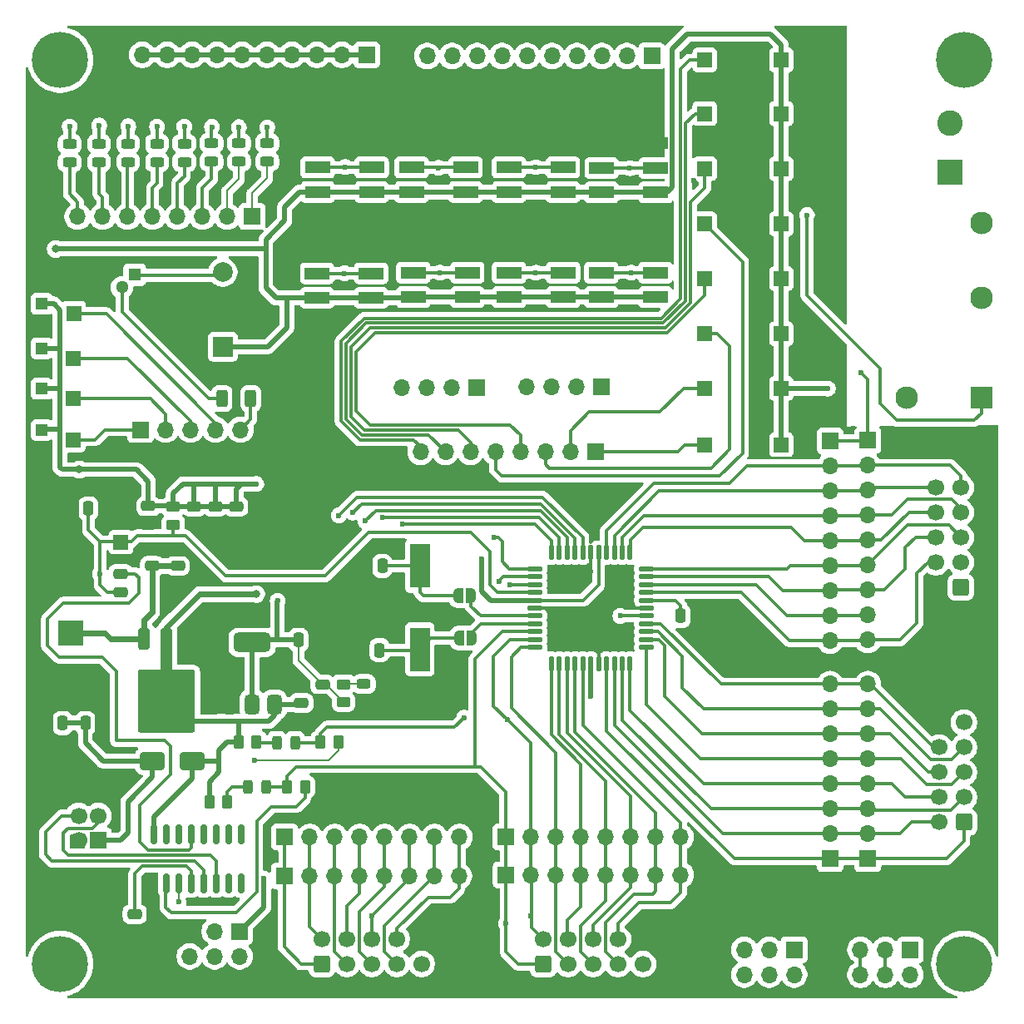
<source format=gbr>
%TF.GenerationSoftware,KiCad,Pcbnew,9.0.2*%
%TF.CreationDate,2025-09-03T21:51:31-05:00*%
%TF.ProjectId,ENRTENADOR ATMEGA1284P,454e5254-454e-4414-944f-522041544d45,rev?*%
%TF.SameCoordinates,Original*%
%TF.FileFunction,Copper,L1,Top*%
%TF.FilePolarity,Positive*%
%FSLAX46Y46*%
G04 Gerber Fmt 4.6, Leading zero omitted, Abs format (unit mm)*
G04 Created by KiCad (PCBNEW 9.0.2) date 2025-09-03 21:51:31*
%MOMM*%
%LPD*%
G01*
G04 APERTURE LIST*
G04 Aperture macros list*
%AMRoundRect*
0 Rectangle with rounded corners*
0 $1 Rounding radius*
0 $2 $3 $4 $5 $6 $7 $8 $9 X,Y pos of 4 corners*
0 Add a 4 corners polygon primitive as box body*
4,1,4,$2,$3,$4,$5,$6,$7,$8,$9,$2,$3,0*
0 Add four circle primitives for the rounded corners*
1,1,$1+$1,$2,$3*
1,1,$1+$1,$4,$5*
1,1,$1+$1,$6,$7*
1,1,$1+$1,$8,$9*
0 Add four rect primitives between the rounded corners*
20,1,$1+$1,$2,$3,$4,$5,0*
20,1,$1+$1,$4,$5,$6,$7,0*
20,1,$1+$1,$6,$7,$8,$9,0*
20,1,$1+$1,$8,$9,$2,$3,0*%
%AMFreePoly0*
4,1,23,0.500000,-0.750000,0.000000,-0.750000,0.000000,-0.745722,-0.065263,-0.745722,-0.191342,-0.711940,-0.304381,-0.646677,-0.396677,-0.554381,-0.461940,-0.441342,-0.495722,-0.315263,-0.495722,-0.250000,-0.500000,-0.250000,-0.500000,0.250000,-0.495722,0.250000,-0.495722,0.315263,-0.461940,0.441342,-0.396677,0.554381,-0.304381,0.646677,-0.191342,0.711940,-0.065263,0.745722,0.000000,0.745722,
0.000000,0.750000,0.500000,0.750000,0.500000,-0.750000,0.500000,-0.750000,$1*%
%AMFreePoly1*
4,1,23,0.000000,0.745722,0.065263,0.745722,0.191342,0.711940,0.304381,0.646677,0.396677,0.554381,0.461940,0.441342,0.495722,0.315263,0.495722,0.250000,0.500000,0.250000,0.500000,-0.250000,0.495722,-0.250000,0.495722,-0.315263,0.461940,-0.441342,0.396677,-0.554381,0.304381,-0.646677,0.191342,-0.711940,0.065263,-0.745722,0.000000,-0.745722,0.000000,-0.750000,-0.500000,-0.750000,
-0.500000,0.750000,0.000000,0.750000,0.000000,0.745722,0.000000,0.745722,$1*%
G04 Aperture macros list end*
%TA.AperFunction,SMDPad,CuDef*%
%ADD10RoundRect,0.243750X-0.456250X0.243750X-0.456250X-0.243750X0.456250X-0.243750X0.456250X0.243750X0*%
%TD*%
%TA.AperFunction,ComponentPad*%
%ADD11R,2.600000X2.600000*%
%TD*%
%TA.AperFunction,ComponentPad*%
%ADD12C,2.600000*%
%TD*%
%TA.AperFunction,ComponentPad*%
%ADD13R,1.700000X1.700000*%
%TD*%
%TA.AperFunction,ComponentPad*%
%ADD14O,1.700000X1.700000*%
%TD*%
%TA.AperFunction,SMDPad,CuDef*%
%ADD15R,2.500000X1.200000*%
%TD*%
%TA.AperFunction,SMDPad,CuDef*%
%ADD16R,1.500000X1.500000*%
%TD*%
%TA.AperFunction,ComponentPad*%
%ADD17RoundRect,0.250000X0.600000X0.600000X-0.600000X0.600000X-0.600000X-0.600000X0.600000X-0.600000X0*%
%TD*%
%TA.AperFunction,ComponentPad*%
%ADD18C,1.700000*%
%TD*%
%TA.AperFunction,SMDPad,CuDef*%
%ADD19RoundRect,0.150000X0.150000X-0.825000X0.150000X0.825000X-0.150000X0.825000X-0.150000X-0.825000X0*%
%TD*%
%TA.AperFunction,SMDPad,CuDef*%
%ADD20RoundRect,0.250000X0.250000X0.475000X-0.250000X0.475000X-0.250000X-0.475000X0.250000X-0.475000X0*%
%TD*%
%TA.AperFunction,SMDPad,CuDef*%
%ADD21RoundRect,0.250000X-0.262500X-0.450000X0.262500X-0.450000X0.262500X0.450000X-0.262500X0.450000X0*%
%TD*%
%TA.AperFunction,SMDPad,CuDef*%
%ADD22RoundRect,0.250000X0.312500X0.625000X-0.312500X0.625000X-0.312500X-0.625000X0.312500X-0.625000X0*%
%TD*%
%TA.AperFunction,SMDPad,CuDef*%
%ADD23RoundRect,0.243750X0.456250X-0.243750X0.456250X0.243750X-0.456250X0.243750X-0.456250X-0.243750X0*%
%TD*%
%TA.AperFunction,SMDPad,CuDef*%
%ADD24R,2.000000X4.500000*%
%TD*%
%TA.AperFunction,ComponentPad*%
%ADD25R,1.300000X1.300000*%
%TD*%
%TA.AperFunction,ComponentPad*%
%ADD26C,1.300000*%
%TD*%
%TA.AperFunction,SMDPad,CuDef*%
%ADD27FreePoly0,180.000000*%
%TD*%
%TA.AperFunction,SMDPad,CuDef*%
%ADD28FreePoly1,180.000000*%
%TD*%
%TA.AperFunction,SMDPad,CuDef*%
%ADD29RoundRect,0.250000X0.475000X-0.250000X0.475000X0.250000X-0.475000X0.250000X-0.475000X-0.250000X0*%
%TD*%
%TA.AperFunction,SMDPad,CuDef*%
%ADD30RoundRect,0.250000X-0.350000X0.850000X-0.350000X-0.850000X0.350000X-0.850000X0.350000X0.850000X0*%
%TD*%
%TA.AperFunction,SMDPad,CuDef*%
%ADD31RoundRect,0.250000X-1.125000X1.275000X-1.125000X-1.275000X1.125000X-1.275000X1.125000X1.275000X0*%
%TD*%
%TA.AperFunction,SMDPad,CuDef*%
%ADD32RoundRect,0.249997X-2.650003X2.950003X-2.650003X-2.950003X2.650003X-2.950003X2.650003X2.950003X0*%
%TD*%
%TA.AperFunction,SMDPad,CuDef*%
%ADD33RoundRect,0.250000X-0.475000X0.250000X-0.475000X-0.250000X0.475000X-0.250000X0.475000X0.250000X0*%
%TD*%
%TA.AperFunction,SMDPad,CuDef*%
%ADD34RoundRect,0.250000X0.450000X-0.262500X0.450000X0.262500X-0.450000X0.262500X-0.450000X-0.262500X0*%
%TD*%
%TA.AperFunction,SMDPad,CuDef*%
%ADD35RoundRect,0.250000X1.000000X0.650000X-1.000000X0.650000X-1.000000X-0.650000X1.000000X-0.650000X0*%
%TD*%
%TA.AperFunction,ComponentPad*%
%ADD36RoundRect,0.250000X0.600000X-0.600000X0.600000X0.600000X-0.600000X0.600000X-0.600000X-0.600000X0*%
%TD*%
%TA.AperFunction,ComponentPad*%
%ADD37C,3.500000*%
%TD*%
%TA.AperFunction,ComponentPad*%
%ADD38C,5.700000*%
%TD*%
%TA.AperFunction,SMDPad,CuDef*%
%ADD39R,1.200000X1.200000*%
%TD*%
%TA.AperFunction,SMDPad,CuDef*%
%ADD40R,1.500000X1.600000*%
%TD*%
%TA.AperFunction,SMDPad,CuDef*%
%ADD41RoundRect,0.250000X-0.250000X-0.475000X0.250000X-0.475000X0.250000X0.475000X-0.250000X0.475000X0*%
%TD*%
%TA.AperFunction,SMDPad,CuDef*%
%ADD42RoundRect,0.250000X0.262500X0.450000X-0.262500X0.450000X-0.262500X-0.450000X0.262500X-0.450000X0*%
%TD*%
%TA.AperFunction,SMDPad,CuDef*%
%ADD43RoundRect,0.137500X-0.600000X-0.137500X0.600000X-0.137500X0.600000X0.137500X-0.600000X0.137500X0*%
%TD*%
%TA.AperFunction,SMDPad,CuDef*%
%ADD44RoundRect,0.137500X-0.137500X-0.600000X0.137500X-0.600000X0.137500X0.600000X-0.137500X0.600000X0*%
%TD*%
%TA.AperFunction,SMDPad,CuDef*%
%ADD45RoundRect,0.243750X0.243750X0.456250X-0.243750X0.456250X-0.243750X-0.456250X0.243750X-0.456250X0*%
%TD*%
%TA.AperFunction,ComponentPad*%
%ADD46R,2.000000X2.000000*%
%TD*%
%TA.AperFunction,ComponentPad*%
%ADD47C,2.000000*%
%TD*%
%TA.AperFunction,SMDPad,CuDef*%
%ADD48RoundRect,0.375000X0.375000X-0.625000X0.375000X0.625000X-0.375000X0.625000X-0.375000X-0.625000X0*%
%TD*%
%TA.AperFunction,SMDPad,CuDef*%
%ADD49RoundRect,0.500000X1.400000X-0.500000X1.400000X0.500000X-1.400000X0.500000X-1.400000X-0.500000X0*%
%TD*%
%TA.AperFunction,ComponentPad*%
%ADD50R,2.300000X2.300000*%
%TD*%
%TA.AperFunction,ComponentPad*%
%ADD51C,2.300000*%
%TD*%
%TA.AperFunction,ViaPad*%
%ADD52C,0.600000*%
%TD*%
%TA.AperFunction,ViaPad*%
%ADD53C,0.800000*%
%TD*%
%TA.AperFunction,Conductor*%
%ADD54C,0.500000*%
%TD*%
%TA.AperFunction,Conductor*%
%ADD55C,0.200000*%
%TD*%
%TA.AperFunction,Conductor*%
%ADD56C,0.300000*%
%TD*%
%TA.AperFunction,Conductor*%
%ADD57C,0.600000*%
%TD*%
%TA.AperFunction,Conductor*%
%ADD58C,1.200000*%
%TD*%
%TA.AperFunction,Conductor*%
%ADD59C,0.350000*%
%TD*%
G04 APERTURE END LIST*
D10*
%TO.P,D9,1,K*%
%TO.N,Net-(D9-K)*%
X22200000Y-12475000D03*
%TO.P,D9,2,A*%
%TO.N,Net-(D9-A)*%
X22200000Y-14350000D03*
%TD*%
%TO.P,D10,1,K*%
%TO.N,Net-(D10-K)*%
X19400000Y-12475000D03*
%TO.P,D10,2,A*%
%TO.N,Net-(D10-A)*%
X19400000Y-14350000D03*
%TD*%
D11*
%TO.P,J1,1,Pin_1*%
%TO.N,VEXT*%
X5095000Y-62300000D03*
D12*
%TO.P,J1,2,Pin_2*%
%TO.N,GND*%
X5095000Y-67300000D03*
%TD*%
D13*
%TO.P,J8,1,Pin_1*%
%TO.N,Net-(J8-Pin_1)*%
X58450000Y-43900000D03*
D14*
%TO.P,J8,2,Pin_2*%
%TO.N,Net-(J8-Pin_2)*%
X55910000Y-43900000D03*
%TO.P,J8,3,Pin_3*%
%TO.N,Net-(J8-Pin_3)*%
X53370000Y-43900000D03*
%TO.P,J8,4,Pin_4*%
%TO.N,Net-(J8-Pin_4)*%
X50830000Y-43900000D03*
%TO.P,J8,5,Pin_5*%
%TO.N,Net-(J8-Pin_5)*%
X48290000Y-43900000D03*
%TO.P,J8,6,Pin_6*%
%TO.N,Net-(J8-Pin_6)*%
X45750000Y-43900000D03*
%TO.P,J8,7,Pin_7*%
%TO.N,Net-(J8-Pin_7)*%
X43210000Y-43900000D03*
%TO.P,J8,8,Pin_8*%
%TO.N,Net-(J8-Pin_8)*%
X40670000Y-43900000D03*
%TD*%
D15*
%TO.P,S4,1*%
%TO.N,+5V*%
X35650000Y-28225000D03*
%TO.P,S4,2*%
%TO.N,Net-(R19-Pad1)*%
X35650000Y-25725000D03*
%TO.P,S4,3*%
%TO.N,GND*%
X35650000Y-23225000D03*
%TO.P,S4,4*%
%TO.N,+5V*%
X30150000Y-28225000D03*
%TO.P,S4,5*%
%TO.N,Net-(R19-Pad1)*%
X30150000Y-25725000D03*
%TO.P,S4,6*%
%TO.N,GND*%
X30150000Y-23225000D03*
%TD*%
D16*
%TO.P,BT1,1,1*%
%TO.N,+5V*%
X77400000Y-43170000D03*
%TO.P,BT1,2,2*%
%TO.N,Net-(J8-Pin_1)*%
X69600000Y-43170000D03*
%TD*%
D17*
%TO.P,J17,1,Pin_1*%
%TO.N,+5V*%
X95675000Y-57675000D03*
D18*
%TO.P,J17,2,Pin_2*%
%TO.N,GND*%
X93135000Y-57675000D03*
%TO.P,J17,3,Pin_3*%
%TO.N,PA6*%
X95675000Y-55135000D03*
%TO.P,J17,4,Pin_4*%
%TO.N,PA7*%
X93135000Y-55135000D03*
%TO.P,J17,5,Pin_5*%
%TO.N,PA4*%
X95675000Y-52595000D03*
%TO.P,J17,6,Pin_6*%
%TO.N,PA5*%
X93135000Y-52595000D03*
%TO.P,J17,7,Pin_7*%
%TO.N,PA2*%
X95675000Y-50055000D03*
%TO.P,J17,8,Pin_8*%
%TO.N,PA3*%
X93135000Y-50055000D03*
%TO.P,J17,9,Pin_9*%
%TO.N,PA0*%
X95675000Y-47515000D03*
%TO.P,J17,10,Pin_10*%
%TO.N,PA1*%
X93135000Y-47515000D03*
%TD*%
D19*
%TO.P,U1,1,GND*%
%TO.N,GND*%
X13490000Y-87810000D03*
%TO.P,U1,2,TXD*%
%TO.N,Net-(U1-TXD)*%
X14760000Y-87810000D03*
%TO.P,U1,3,RXD*%
%TO.N,Net-(U1-RXD)*%
X16030000Y-87810000D03*
%TO.P,U1,4,V3*%
%TO.N,Net-(U1-V3)*%
X17300000Y-87810000D03*
%TO.P,U1,5,UD+*%
%TO.N,UD+*%
X18570000Y-87810000D03*
%TO.P,U1,6,UD-*%
%TO.N,UD-*%
X19840000Y-87810000D03*
%TO.P,U1,7,NC*%
%TO.N,unconnected-(U1-NC-Pad7)*%
X21110000Y-87810000D03*
%TO.P,U1,8,~{OUT}/~{DTR}*%
%TO.N,unconnected-(U1-~{OUT}{slash}~{DTR}-Pad8)*%
X22380000Y-87810000D03*
%TO.P,U1,9,~{CTS}*%
%TO.N,unconnected-(U1-~{CTS}-Pad9)*%
X22380000Y-82860000D03*
%TO.P,U1,10,~{DSR}*%
%TO.N,unconnected-(U1-~{DSR}-Pad10)*%
X21110000Y-82860000D03*
%TO.P,U1,11,~{RI}*%
%TO.N,unconnected-(U1-~{RI}-Pad11)*%
X19840000Y-82860000D03*
%TO.P,U1,12,~{DCD}*%
%TO.N,unconnected-(U1-~{DCD}-Pad12)*%
X18570000Y-82860000D03*
%TO.P,U1,13,~{DTR}*%
%TO.N,DTR*%
X17300000Y-82860000D03*
%TO.P,U1,14,~{RTS}*%
%TO.N,unconnected-(U1-~{RTS}-Pad14)*%
X16030000Y-82860000D03*
%TO.P,U1,15,R232*%
%TO.N,unconnected-(U1-R232-Pad15)*%
X14760000Y-82860000D03*
%TO.P,U1,16,VCC*%
%TO.N,+5V*%
X13490000Y-82860000D03*
%TD*%
D20*
%TO.P,C2,1*%
%TO.N,VBUS*%
X4250000Y-71500000D03*
%TO.P,C2,2*%
%TO.N,GND*%
X2350000Y-71500000D03*
%TD*%
D21*
%TO.P,R3,1*%
%TO.N,+5V*%
X19175000Y-79500000D03*
%TO.P,R3,2*%
%TO.N,Net-(D3-A)*%
X21000000Y-79500000D03*
%TD*%
D16*
%TO.P,BT8,1,1*%
%TO.N,+5V*%
X77400000Y-4020000D03*
%TO.P,BT8,2,2*%
%TO.N,Net-(J8-Pin_8)*%
X69600000Y-4020000D03*
%TD*%
D22*
%TO.P,R9,1*%
%TO.N,BUZZER*%
X23392500Y-38470000D03*
%TO.P,R9,2*%
%TO.N,Net-(Q2-B)*%
X20467500Y-38470000D03*
%TD*%
D10*
%TO.P,D12,1,K*%
%TO.N,Net-(D12-K)*%
X13850000Y-12537500D03*
%TO.P,D12,2,A*%
%TO.N,Net-(D12-A)*%
X13850000Y-14412500D03*
%TD*%
D16*
%TO.P,BT4,1,1*%
%TO.N,+5V*%
X77400000Y-26250000D03*
%TO.P,BT4,2,2*%
%TO.N,Net-(J8-Pin_4)*%
X69600000Y-26250000D03*
%TD*%
D23*
%TO.P,D5,1,K*%
%TO.N,GND*%
X34900000Y-69385000D03*
%TO.P,D5,2,A*%
%TO.N,Net-(D5-A)*%
X34900000Y-67510000D03*
%TD*%
D13*
%TO.P,J20,1,Pin_1*%
%TO.N,RELAY*%
X86200000Y-42730000D03*
D14*
%TO.P,J20,2,Pin_2*%
%TO.N,PA0*%
X86200000Y-45270000D03*
%TO.P,J20,3,Pin_3*%
%TO.N,PA1*%
X86200000Y-47810000D03*
%TO.P,J20,4,Pin_4*%
%TO.N,PA2*%
X86200000Y-50350000D03*
%TO.P,J20,5,Pin_5*%
%TO.N,PA3*%
X86200000Y-52890000D03*
%TO.P,J20,6,Pin_6*%
%TO.N,PA4*%
X86200000Y-55430000D03*
%TO.P,J20,7,Pin_7*%
%TO.N,PA5*%
X86200000Y-57970000D03*
%TO.P,J20,8,Pin_8*%
%TO.N,PA6*%
X86200000Y-60510000D03*
%TO.P,J20,9,Pin_9*%
%TO.N,PA7*%
X86200000Y-63050000D03*
%TD*%
D13*
%TO.P,J10,1,Pin_1*%
%TO.N,Net-(D8-A)*%
X23550000Y-19950000D03*
D14*
%TO.P,J10,2,Pin_2*%
%TO.N,Net-(D9-A)*%
X21010000Y-19950000D03*
%TO.P,J10,3,Pin_3*%
%TO.N,Net-(D10-A)*%
X18470000Y-19950000D03*
%TO.P,J10,4,Pin_4*%
%TO.N,Net-(D11-A)*%
X15930000Y-19950000D03*
%TO.P,J10,5,Pin_5*%
%TO.N,Net-(D12-A)*%
X13390000Y-19950000D03*
%TO.P,J10,6,Pin_6*%
%TO.N,Net-(D13-A)*%
X10850000Y-19950000D03*
%TO.P,J10,7,Pin_7*%
%TO.N,Net-(D14-A)*%
X8310000Y-19950000D03*
%TO.P,J10,8,Pin_8*%
%TO.N,Net-(D15-A)*%
X5770000Y-19950000D03*
%TD*%
D24*
%TO.P,Y1,1,1*%
%TO.N,Net-(JP1-B)*%
X40600000Y-64000000D03*
%TO.P,Y1,2,2*%
%TO.N,Net-(JP2-B)*%
X40600000Y-55500000D03*
%TD*%
D25*
%TO.P,Q2,1,C*%
%TO.N,Net-(BZ1-+)*%
X11560000Y-25880000D03*
D26*
%TO.P,Q2,2,B*%
%TO.N,Net-(Q2-B)*%
X10290000Y-27150000D03*
%TO.P,Q2,3,E*%
%TO.N,GND*%
X11560000Y-28420000D03*
%TD*%
D27*
%TO.P,JP2,1,A*%
%TO.N,Net-(JP2-A)*%
X45825000Y-58550000D03*
D28*
%TO.P,JP2,2,B*%
%TO.N,Net-(JP2-B)*%
X44525000Y-58550000D03*
%TD*%
D16*
%TO.P,BT5,1,1*%
%TO.N,+5V*%
X77400000Y-20700000D03*
%TO.P,BT5,2,2*%
%TO.N,Net-(J8-Pin_5)*%
X69600000Y-20700000D03*
%TD*%
D29*
%TO.P,C5,1*%
%TO.N,VEXT*%
X15960000Y-55520000D03*
%TO.P,C5,2*%
%TO.N,GND*%
X15960000Y-53620000D03*
%TD*%
D17*
%TO.P,J19,1,Pin_1*%
%TO.N,PC0*%
X95980000Y-81600000D03*
D18*
%TO.P,J19,2,Pin_2*%
%TO.N,PC1*%
X93440000Y-81600000D03*
%TO.P,J19,3,Pin_3*%
%TO.N,PC2*%
X95980000Y-79060000D03*
%TO.P,J19,4,Pin_4*%
%TO.N,PC3*%
X93440000Y-79060000D03*
%TO.P,J19,5,Pin_5*%
%TO.N,PC4*%
X95980000Y-76520000D03*
%TO.P,J19,6,Pin_6*%
%TO.N,PC5*%
X93440000Y-76520000D03*
%TO.P,J19,7,Pin_7*%
%TO.N,PC6*%
X95980000Y-73980000D03*
%TO.P,J19,8,Pin_8*%
%TO.N,PC7*%
X93440000Y-73980000D03*
%TO.P,J19,9,Pin_9*%
%TO.N,+5V*%
X95980000Y-71440000D03*
%TO.P,J19,10,Pin_10*%
%TO.N,GND*%
X93440000Y-71440000D03*
%TD*%
D13*
%TO.P,PORTD1,1,Pin_1*%
%TO.N,PD0*%
X49360000Y-83100000D03*
D14*
%TO.P,PORTD1,2,Pin_2*%
%TO.N,PD1*%
X51900000Y-83100000D03*
%TO.P,PORTD1,3,Pin_3*%
%TO.N,PD2*%
X54440000Y-83100000D03*
%TO.P,PORTD1,4,Pin_4*%
%TO.N,PD3*%
X56980000Y-83100000D03*
%TO.P,PORTD1,5,Pin_5*%
%TO.N,PD4*%
X59520000Y-83100000D03*
%TO.P,PORTD1,6,Pin_6*%
%TO.N,PD5*%
X62060000Y-83100000D03*
%TO.P,PORTD1,7,Pin_7*%
%TO.N,PD6*%
X64600000Y-83100000D03*
%TO.P,PORTD1,8,Pin_8*%
%TO.N,PD7*%
X67140000Y-83100000D03*
%TD*%
D30*
%TO.P,U2,1,GND*%
%TO.N,GND*%
X17110000Y-62950000D03*
%TO.P,U2,2,VO*%
%TO.N,+5V*%
X14830000Y-62950000D03*
D31*
X16355000Y-67575000D03*
X13305000Y-67575000D03*
D32*
X14830000Y-69250000D03*
D31*
X16355000Y-70925000D03*
X13305000Y-70925000D03*
D30*
%TO.P,U2,3,VI*%
%TO.N,VEXT*%
X12550000Y-62950000D03*
%TD*%
D13*
%TO.P,J7,1,Pin_1*%
%TO.N,+5V*%
X35205000Y-3485000D03*
D14*
%TO.P,J7,2,Pin_2*%
%TO.N,GND*%
X35205000Y-6025000D03*
%TO.P,J7,3,Pin_3*%
%TO.N,+5V*%
X32665000Y-3485000D03*
%TO.P,J7,4,Pin_4*%
%TO.N,GND*%
X32665000Y-6025000D03*
%TO.P,J7,5,Pin_5*%
%TO.N,+5V*%
X30125000Y-3485000D03*
%TO.P,J7,6,Pin_6*%
%TO.N,GND*%
X30125000Y-6025000D03*
%TO.P,J7,7,Pin_7*%
%TO.N,+5V*%
X27585000Y-3485000D03*
%TO.P,J7,8,Pin_8*%
%TO.N,GND*%
X27585000Y-6025000D03*
%TO.P,J7,9,Pin_9*%
%TO.N,+5V*%
X25045000Y-3485000D03*
%TO.P,J7,10,Pin_10*%
%TO.N,GND*%
X25045000Y-6025000D03*
%TO.P,J7,11,Pin_11*%
%TO.N,+5V*%
X22505000Y-3485000D03*
%TO.P,J7,12,Pin_12*%
%TO.N,GND*%
X22505000Y-6025000D03*
%TO.P,J7,13,Pin_13*%
%TO.N,+5V*%
X19965000Y-3485000D03*
%TO.P,J7,14,Pin_14*%
%TO.N,GND*%
X19965000Y-6025000D03*
%TO.P,J7,15,Pin_15*%
%TO.N,+5V*%
X17425000Y-3485000D03*
%TO.P,J7,16,Pin_16*%
%TO.N,GND*%
X17425000Y-6025000D03*
%TO.P,J7,17,Pin_17*%
%TO.N,+5V*%
X14885000Y-3485000D03*
%TO.P,J7,18,Pin_18*%
%TO.N,GND*%
X14885000Y-6025000D03*
%TO.P,J7,19,Pin_19*%
%TO.N,+5V*%
X12345000Y-3485000D03*
%TO.P,J7,20,Pin_20*%
%TO.N,GND*%
X12345000Y-6025000D03*
%TD*%
D21*
%TO.P,R4,1*%
%TO.N,+5V*%
X22160000Y-73450000D03*
%TO.P,R4,2*%
%TO.N,Net-(D4-A)*%
X23985000Y-73450000D03*
%TD*%
D13*
%TO.P,J13,1,Pin_1*%
%TO.N,RELAY*%
X82350000Y-42780000D03*
D14*
%TO.P,J13,2,Pin_2*%
%TO.N,PA0*%
X82350000Y-45320000D03*
%TO.P,J13,3,Pin_3*%
%TO.N,PA1*%
X82350000Y-47860000D03*
%TO.P,J13,4,Pin_4*%
%TO.N,PA2*%
X82350000Y-50400000D03*
%TO.P,J13,5,Pin_5*%
%TO.N,PA3*%
X82350000Y-52940000D03*
%TO.P,J13,6,Pin_6*%
%TO.N,PA4*%
X82350000Y-55480000D03*
%TO.P,J13,7,Pin_7*%
%TO.N,PA5*%
X82350000Y-58020000D03*
%TO.P,J13,8,Pin_8*%
%TO.N,PA6*%
X82350000Y-60560000D03*
%TO.P,J13,9,Pin_9*%
%TO.N,PA7*%
X82350000Y-63100000D03*
%TD*%
D33*
%TO.P,C8,1*%
%TO.N,+5V*%
X12975000Y-49425000D03*
%TO.P,C8,2*%
%TO.N,GND*%
X12975000Y-51325000D03*
%TD*%
D13*
%TO.P,J16,1,Pin_1*%
%TO.N,PD0*%
X49380000Y-86950000D03*
D14*
%TO.P,J16,2,Pin_2*%
%TO.N,PD1*%
X51920000Y-86950000D03*
%TO.P,J16,3,Pin_3*%
%TO.N,PD2*%
X54460000Y-86950000D03*
%TO.P,J16,4,Pin_4*%
%TO.N,PD3*%
X57000000Y-86950000D03*
%TO.P,J16,5,Pin_5*%
%TO.N,PD4*%
X59540000Y-86950000D03*
%TO.P,J16,6,Pin_6*%
%TO.N,PD5*%
X62080000Y-86950000D03*
%TO.P,J16,7,Pin_7*%
%TO.N,PD6*%
X64620000Y-86950000D03*
%TO.P,J16,8,Pin_8*%
%TO.N,PD7*%
X67160000Y-86950000D03*
%TD*%
D20*
%TO.P,C15,1*%
%TO.N,Net-(JP2-B)*%
X36775000Y-55500000D03*
%TO.P,C15,2*%
%TO.N,GND*%
X34875000Y-55500000D03*
%TD*%
D13*
%TO.P,J3,1,Pin_1*%
%TO.N,Net-(J3-Pin_1)*%
X12185000Y-41640000D03*
D14*
%TO.P,J3,2,Pin_2*%
%TO.N,Net-(J3-Pin_2)*%
X14725000Y-41640000D03*
%TO.P,J3,3,Pin_3*%
%TO.N,Net-(J3-Pin_3)*%
X17265000Y-41640000D03*
%TO.P,J3,4,Pin_4*%
%TO.N,Net-(J3-Pin_4)*%
X19805000Y-41640000D03*
%TO.P,J3,5,Pin_5*%
%TO.N,BUZZER*%
X22345000Y-41640000D03*
%TD*%
D16*
%TO.P,SW1,1,1*%
%TO.N,RST*%
X10180000Y-53080000D03*
%TO.P,SW1,2,2*%
%TO.N,GND*%
X2380000Y-53080000D03*
%TD*%
D27*
%TO.P,JP1,1,A*%
%TO.N,Net-(JP1-A)*%
X45900000Y-62850000D03*
D28*
%TO.P,JP1,2,B*%
%TO.N,Net-(JP1-B)*%
X44600000Y-62850000D03*
%TD*%
D34*
%TO.P,R8,1*%
%TO.N,RST*%
X15500000Y-51300000D03*
%TO.P,R8,2*%
%TO.N,+5V*%
X15500000Y-49475000D03*
%TD*%
D35*
%TO.P,D2,1,K*%
%TO.N,+5V*%
X17390000Y-75370000D03*
%TO.P,D2,2,A*%
%TO.N,VBUS*%
X13390000Y-75370000D03*
%TD*%
D13*
%TO.P,PORTC1,1,Pin_1*%
%TO.N,PC0*%
X82355000Y-85315000D03*
D14*
%TO.P,PORTC1,2,Pin_2*%
%TO.N,PC1*%
X82355000Y-82775000D03*
%TO.P,PORTC1,3,Pin_3*%
%TO.N,PC2*%
X82355000Y-80235000D03*
%TO.P,PORTC1,4,Pin_4*%
%TO.N,PC3*%
X82355000Y-77695000D03*
%TO.P,PORTC1,5,Pin_5*%
%TO.N,PC4*%
X82355000Y-75155000D03*
%TO.P,PORTC1,6,Pin_6*%
%TO.N,PC5*%
X82355000Y-72615000D03*
%TO.P,PORTC1,7,Pin_7*%
%TO.N,PC6*%
X82355000Y-70075000D03*
%TO.P,PORTC1,8,Pin_8*%
%TO.N,PC7*%
X82355000Y-67535000D03*
%TD*%
D36*
%TO.P,J24,1,Pin_1*%
%TO.N,PD0*%
X53160000Y-96030000D03*
D18*
%TO.P,J24,2,Pin_2*%
%TO.N,PD1*%
X53160000Y-93490000D03*
%TO.P,J24,3,Pin_3*%
%TO.N,PD2*%
X55700000Y-96030000D03*
%TO.P,J24,4,Pin_4*%
%TO.N,PD3*%
X55700000Y-93490000D03*
%TO.P,J24,5,Pin_5*%
%TO.N,PD4*%
X58240000Y-96030000D03*
%TO.P,J24,6,Pin_6*%
%TO.N,PD5*%
X58240000Y-93490000D03*
%TO.P,J24,7,Pin_7*%
%TO.N,PD6*%
X60780000Y-96030000D03*
%TO.P,J24,8,Pin_8*%
%TO.N,PD7*%
X60780000Y-93490000D03*
%TO.P,J24,9,Pin_9*%
%TO.N,+5V*%
X63320000Y-96030000D03*
%TO.P,J24,10,Pin_10*%
%TO.N,GND*%
X63320000Y-93490000D03*
%TD*%
D29*
%TO.P,C4,1*%
%TO.N,VEXT*%
X13350000Y-55500000D03*
%TO.P,C4,2*%
%TO.N,GND*%
X13350000Y-53600000D03*
%TD*%
D13*
%TO.P,J6,1,Pin_1*%
%TO.N,+3V3*%
X64205000Y-3610000D03*
D14*
%TO.P,J6,2,Pin_2*%
%TO.N,GND*%
X64205000Y-6150000D03*
%TO.P,J6,3,Pin_3*%
%TO.N,+3V3*%
X61665000Y-3610000D03*
%TO.P,J6,4,Pin_4*%
%TO.N,GND*%
X61665000Y-6150000D03*
%TO.P,J6,5,Pin_5*%
%TO.N,+3V3*%
X59125000Y-3610000D03*
%TO.P,J6,6,Pin_6*%
%TO.N,GND*%
X59125000Y-6150000D03*
%TO.P,J6,7,Pin_7*%
%TO.N,+3V3*%
X56585000Y-3610000D03*
%TO.P,J6,8,Pin_8*%
%TO.N,GND*%
X56585000Y-6150000D03*
%TO.P,J6,9,Pin_9*%
%TO.N,+3V3*%
X54045000Y-3610000D03*
%TO.P,J6,10,Pin_10*%
%TO.N,GND*%
X54045000Y-6150000D03*
%TO.P,J6,11,Pin_11*%
%TO.N,+3V3*%
X51505000Y-3610000D03*
%TO.P,J6,12,Pin_12*%
%TO.N,GND*%
X51505000Y-6150000D03*
%TO.P,J6,13,Pin_13*%
%TO.N,+3V3*%
X48965000Y-3610000D03*
%TO.P,J6,14,Pin_14*%
%TO.N,GND*%
X48965000Y-6150000D03*
%TO.P,J6,15,Pin_15*%
%TO.N,+3V3*%
X46425000Y-3610000D03*
%TO.P,J6,16,Pin_16*%
%TO.N,GND*%
X46425000Y-6150000D03*
%TO.P,J6,17,Pin_17*%
%TO.N,+3V3*%
X43885000Y-3610000D03*
%TO.P,J6,18,Pin_18*%
%TO.N,GND*%
X43885000Y-6150000D03*
%TO.P,J6,19,Pin_19*%
%TO.N,+3V3*%
X41345000Y-3610000D03*
%TO.P,J6,20,Pin_20*%
%TO.N,GND*%
X41345000Y-6150000D03*
%TD*%
D13*
%TO.P,J21,1,VBUS*%
%TO.N,VBUS*%
X7877500Y-83450000D03*
D18*
%TO.P,J21,2,D-*%
%TO.N,UD-*%
X7877500Y-80950000D03*
%TO.P,J21,3,D+*%
%TO.N,UD+*%
X5877500Y-80950000D03*
%TO.P,J21,4,GND*%
%TO.N,GND*%
X5877500Y-83450000D03*
D37*
%TO.P,J21,5,Shield*%
X3167500Y-88220000D03*
X3167500Y-76180000D03*
%TD*%
D38*
%TO.P,REF\u002A\u002A,1*%
%TO.N,N/C*%
X96000000Y-96000000D03*
%TD*%
D39*
%TO.P,RV4,1,1*%
%TO.N,+5V*%
X2120000Y-28840000D03*
D40*
%TO.P,RV4,2,2*%
%TO.N,Net-(J3-Pin_4)*%
X5370000Y-29840000D03*
D39*
%TO.P,RV4,3,3*%
%TO.N,GND*%
X2120000Y-30840000D03*
%TD*%
D15*
%TO.P,S8,1*%
%TO.N,+5V*%
X35700000Y-17450000D03*
%TO.P,S8,2*%
%TO.N,Net-(R20-Pad1)*%
X35700000Y-14950000D03*
%TO.P,S8,3*%
%TO.N,GND*%
X35700000Y-12450000D03*
%TO.P,S8,4*%
%TO.N,+5V*%
X30200000Y-17450000D03*
%TO.P,S8,5*%
%TO.N,Net-(R20-Pad1)*%
X30200000Y-14950000D03*
%TO.P,S8,6*%
%TO.N,GND*%
X30200000Y-12450000D03*
%TD*%
D33*
%TO.P,C7,1*%
%TO.N,+5V*%
X19775000Y-49475000D03*
%TO.P,C7,2*%
%TO.N,GND*%
X19775000Y-51375000D03*
%TD*%
D15*
%TO.P,S1,1*%
%TO.N,+5V*%
X64575000Y-28150000D03*
%TO.P,S1,2*%
%TO.N,Net-(R13-Pad2)*%
X64575000Y-25650000D03*
%TO.P,S1,3*%
%TO.N,GND*%
X64575000Y-23150000D03*
%TO.P,S1,4*%
%TO.N,+5V*%
X59075000Y-28150000D03*
%TO.P,S1,5*%
%TO.N,Net-(R13-Pad2)*%
X59075000Y-25650000D03*
%TO.P,S1,6*%
%TO.N,GND*%
X59075000Y-23150000D03*
%TD*%
D10*
%TO.P,D11,1,K*%
%TO.N,Net-(D11-K)*%
X16625000Y-12525000D03*
%TO.P,D11,2,A*%
%TO.N,Net-(D11-A)*%
X16625000Y-14400000D03*
%TD*%
D41*
%TO.P,C11,1*%
%TO.N,+3V3*%
X28255000Y-63030000D03*
%TO.P,C11,2*%
%TO.N,GND*%
X30155000Y-63030000D03*
%TD*%
D42*
%TO.P,R1,1*%
%TO.N,Net-(U1-TXD)*%
X28912500Y-78000000D03*
%TO.P,R1,2*%
%TO.N,PD0*%
X27087500Y-78000000D03*
%TD*%
D16*
%TO.P,BT2,1,1*%
%TO.N,+5V*%
X77400000Y-37430000D03*
%TO.P,BT2,2,2*%
%TO.N,Net-(J8-Pin_2)*%
X69600000Y-37430000D03*
%TD*%
D41*
%TO.P,C13,1*%
%TO.N,AREF*%
X67150000Y-60600000D03*
%TO.P,C13,2*%
%TO.N,GND*%
X69050000Y-60600000D03*
%TD*%
D15*
%TO.P,S6,1*%
%TO.N,+5V*%
X55150000Y-17450000D03*
%TO.P,S6,2*%
%TO.N,Net-(R15-Pad1)*%
X55150000Y-14950000D03*
%TO.P,S6,3*%
%TO.N,GND*%
X55150000Y-12450000D03*
%TO.P,S6,4*%
%TO.N,+5V*%
X49650000Y-17450000D03*
%TO.P,S6,5*%
%TO.N,Net-(R15-Pad1)*%
X49650000Y-14950000D03*
%TO.P,S6,6*%
%TO.N,GND*%
X49650000Y-12450000D03*
%TD*%
D34*
%TO.P,R7,1*%
%TO.N,+3V3*%
X32830000Y-69372500D03*
%TO.P,R7,2*%
%TO.N,Net-(D5-A)*%
X32830000Y-67547500D03*
%TD*%
D10*
%TO.P,D8,1,K*%
%TO.N,Net-(D8-K)*%
X25075000Y-12475000D03*
%TO.P,D8,2,A*%
%TO.N,Net-(D8-A)*%
X25075000Y-14350000D03*
%TD*%
D42*
%TO.P,R2,1*%
%TO.N,Net-(U1-RXD)*%
X32320000Y-73440000D03*
%TO.P,R2,2*%
%TO.N,PD1*%
X30495000Y-73440000D03*
%TD*%
D11*
%TO.P,J9,1,Pin_1*%
%TO.N,/K1-in*%
X94540000Y-15460000D03*
D12*
%TO.P,J9,2,Pin_2*%
%TO.N,/K1-out*%
X94540000Y-10460000D03*
%TD*%
D13*
%TO.P,J4,1,Pin_1*%
%TO.N,Net-(J4-Pin_1)*%
X59075000Y-37300000D03*
D14*
%TO.P,J4,2,Pin_2*%
%TO.N,Net-(J4-Pin_2)*%
X56535000Y-37300000D03*
%TO.P,J4,3,Pin_3*%
%TO.N,Net-(J4-Pin_3)*%
X53995000Y-37300000D03*
%TO.P,J4,4,Pin_4*%
%TO.N,Net-(J4-Pin_4)*%
X51455000Y-37300000D03*
%TD*%
D20*
%TO.P,C14,1*%
%TO.N,Net-(JP1-B)*%
X36500000Y-64075000D03*
%TO.P,C14,2*%
%TO.N,GND*%
X34600000Y-64075000D03*
%TD*%
D33*
%TO.P,C6,1*%
%TO.N,+5V*%
X17625000Y-49475000D03*
%TO.P,C6,2*%
%TO.N,GND*%
X17625000Y-51375000D03*
%TD*%
D20*
%TO.P,C17,1*%
%TO.N,RST*%
X6875000Y-49665000D03*
%TO.P,C17,2*%
%TO.N,GND*%
X4975000Y-49665000D03*
%TD*%
D41*
%TO.P,C1,1*%
%TO.N,VBUS*%
X6550000Y-71500000D03*
%TO.P,C1,2*%
%TO.N,GND*%
X8450000Y-71500000D03*
%TD*%
D10*
%TO.P,D13,1,K*%
%TO.N,Net-(D13-K)*%
X10900000Y-12525000D03*
%TO.P,D13,2,A*%
%TO.N,Net-(D13-A)*%
X10900000Y-14400000D03*
%TD*%
D15*
%TO.P,S7,1*%
%TO.N,+5V*%
X45250000Y-17450000D03*
%TO.P,S7,2*%
%TO.N,Net-(R18-Pad1)*%
X45250000Y-14950000D03*
%TO.P,S7,3*%
%TO.N,GND*%
X45250000Y-12450000D03*
%TO.P,S7,4*%
%TO.N,+5V*%
X39750000Y-17450000D03*
%TO.P,S7,5*%
%TO.N,Net-(R18-Pad1)*%
X39750000Y-14950000D03*
%TO.P,S7,6*%
%TO.N,GND*%
X39750000Y-12450000D03*
%TD*%
%TO.P,S3,1*%
%TO.N,+5V*%
X45425000Y-28150000D03*
%TO.P,S3,2*%
%TO.N,Net-(R17-Pad1)*%
X45425000Y-25650000D03*
%TO.P,S3,3*%
%TO.N,GND*%
X45425000Y-23150000D03*
%TO.P,S3,4*%
%TO.N,+5V*%
X39925000Y-28150000D03*
%TO.P,S3,5*%
%TO.N,Net-(R17-Pad1)*%
X39925000Y-25650000D03*
%TO.P,S3,6*%
%TO.N,GND*%
X39925000Y-23150000D03*
%TD*%
D38*
%TO.P,REF\u002A\u002A,1*%
%TO.N,N/C*%
X4000000Y-4000000D03*
%TD*%
D13*
%TO.P,ICSP1,1,Pin_1*%
%TO.N,+5V*%
X22260000Y-92710000D03*
D14*
%TO.P,ICSP1,2,Pin_2*%
%TO.N,MISO_*%
X22260000Y-95250000D03*
%TO.P,ICSP1,3,Pin_3*%
%TO.N,MOSI_*%
X19720000Y-92710000D03*
%TO.P,ICSP1,4,Pin_4*%
%TO.N,PB7*%
X19720000Y-95250000D03*
%TO.P,ICSP1,5,Pin_5*%
%TO.N,GND*%
X17180000Y-92710000D03*
%TO.P,ICSP1,6,Pin_6*%
%TO.N,RST*%
X17180000Y-95250000D03*
%TD*%
D43*
%TO.P,U4,1,PB5*%
%TO.N,MOSI_*%
X52337500Y-55800000D03*
%TO.P,U4,2,PB6*%
%TO.N,MISO_*%
X52337500Y-56600000D03*
%TO.P,U4,3,PB7*%
%TO.N,PB7*%
X52337500Y-57400000D03*
%TO.P,U4,4,~{RESET}*%
%TO.N,RST*%
X52337500Y-58200000D03*
%TO.P,U4,5,VCC*%
%TO.N,+5V*%
X52337500Y-59000000D03*
%TO.P,U4,6,GND*%
%TO.N,GND*%
X52337500Y-59800000D03*
%TO.P,U4,7,XTAL2*%
%TO.N,Net-(JP2-A)*%
X52337500Y-60600000D03*
%TO.P,U4,8,XTAL1*%
%TO.N,Net-(JP1-A)*%
X52337500Y-61400000D03*
%TO.P,U4,9,PD0*%
%TO.N,PD0*%
X52337500Y-62200000D03*
%TO.P,U4,10,PD1*%
%TO.N,PD1*%
X52337500Y-63000000D03*
%TO.P,U4,11,PD2*%
%TO.N,PD2*%
X52337500Y-63800000D03*
D44*
%TO.P,U4,12,PD3*%
%TO.N,PD3*%
X54000000Y-65462500D03*
%TO.P,U4,13,PD4*%
%TO.N,PD4*%
X54800000Y-65462500D03*
%TO.P,U4,14,PD5*%
%TO.N,PD5*%
X55600000Y-65462500D03*
%TO.P,U4,15,PD6*%
%TO.N,PD6*%
X56400000Y-65462500D03*
%TO.P,U4,16,PD7*%
%TO.N,PD7*%
X57200000Y-65462500D03*
%TO.P,U4,17,VCC*%
%TO.N,+5V*%
X58000000Y-65462500D03*
%TO.P,U4,18,GND*%
%TO.N,GND*%
X58800000Y-65462500D03*
%TO.P,U4,19,PC0*%
%TO.N,PC0*%
X59600000Y-65462500D03*
%TO.P,U4,20,PC1*%
%TO.N,PC1*%
X60400000Y-65462500D03*
%TO.P,U4,21,PC2*%
%TO.N,PC2*%
X61200000Y-65462500D03*
%TO.P,U4,22,PC3*%
%TO.N,PC3*%
X62000000Y-65462500D03*
D43*
%TO.P,U4,23,PC4*%
%TO.N,PC4*%
X63662500Y-63800000D03*
%TO.P,U4,24,PC5*%
%TO.N,PC5*%
X63662500Y-63000000D03*
%TO.P,U4,25,PC6*%
%TO.N,PC6*%
X63662500Y-62200000D03*
%TO.P,U4,26,PC7*%
%TO.N,PC7*%
X63662500Y-61400000D03*
%TO.P,U4,27,AVCC*%
%TO.N,+5V*%
X63662500Y-60600000D03*
%TO.P,U4,28,GND*%
%TO.N,GND*%
X63662500Y-59800000D03*
%TO.P,U4,29,AREF*%
%TO.N,AREF*%
X63662500Y-59000000D03*
%TO.P,U4,30,PA7*%
%TO.N,PA7*%
X63662500Y-58200000D03*
%TO.P,U4,31,PA6*%
%TO.N,PA6*%
X63662500Y-57400000D03*
%TO.P,U4,32,PA5*%
%TO.N,PA5*%
X63662500Y-56600000D03*
%TO.P,U4,33,PA4*%
%TO.N,PA4*%
X63662500Y-55800000D03*
D44*
%TO.P,U4,34,PA3*%
%TO.N,PA3*%
X62000000Y-54137500D03*
%TO.P,U4,35,PA2*%
%TO.N,PA2*%
X61200000Y-54137500D03*
%TO.P,U4,36,PA1*%
%TO.N,PA1*%
X60400000Y-54137500D03*
%TO.P,U4,37,PA0*%
%TO.N,PA0*%
X59600000Y-54137500D03*
%TO.P,U4,38,VCC*%
%TO.N,+5V*%
X58800000Y-54137500D03*
%TO.P,U4,39,GND*%
%TO.N,GND*%
X58000000Y-54137500D03*
%TO.P,U4,40,PB0*%
%TO.N,PB0*%
X57200000Y-54137500D03*
%TO.P,U4,41,PB1*%
%TO.N,PB1*%
X56400000Y-54137500D03*
%TO.P,U4,42,PB2*%
%TO.N,PB2*%
X55600000Y-54137500D03*
%TO.P,U4,43,PB3*%
%TO.N,PB3*%
X54800000Y-54137500D03*
%TO.P,U4,44,PB4*%
%TO.N,PB4*%
X54000000Y-54137500D03*
%TD*%
D16*
%TO.P,BT7,1,1*%
%TO.N,+5V*%
X77400000Y-9470000D03*
%TO.P,BT7,2,2*%
%TO.N,Net-(J8-Pin_7)*%
X69600000Y-9470000D03*
%TD*%
D33*
%TO.P,C3,1*%
%TO.N,Net-(U1-V3)*%
X11575000Y-90950000D03*
%TO.P,C3,2*%
%TO.N,GND*%
X11575000Y-92850000D03*
%TD*%
D38*
%TO.P,REF\u002A\u002A,1*%
%TO.N,N/C*%
X96000000Y-4000000D03*
%TD*%
D10*
%TO.P,D15,1,K*%
%TO.N,Net-(D15-K)*%
X4950000Y-12575000D03*
%TO.P,D15,2,A*%
%TO.N,Net-(D15-A)*%
X4950000Y-14450000D03*
%TD*%
D39*
%TO.P,RV3,1,1*%
%TO.N,+5V*%
X2090000Y-33360000D03*
D40*
%TO.P,RV3,2,2*%
%TO.N,Net-(J3-Pin_3)*%
X5340000Y-34360000D03*
D39*
%TO.P,RV3,3,3*%
%TO.N,GND*%
X2090000Y-35360000D03*
%TD*%
D13*
%TO.P,J14,1,Pin_1*%
%TO.N,PB0*%
X26845000Y-83100000D03*
D14*
%TO.P,J14,2,Pin_2*%
%TO.N,PB1*%
X29385000Y-83100000D03*
%TO.P,J14,3,Pin_3*%
%TO.N,PB2*%
X31925000Y-83100000D03*
%TO.P,J14,4,Pin_4*%
%TO.N,PB3*%
X34465000Y-83100000D03*
%TO.P,J14,5,Pin_5*%
%TO.N,PB4*%
X37005000Y-83100000D03*
%TO.P,J14,6,Pin_6*%
%TO.N,MOSI_*%
X39545000Y-83100000D03*
%TO.P,J14,7,Pin_7*%
%TO.N,MISO_*%
X42085000Y-83100000D03*
%TO.P,J14,8,Pin_8*%
%TO.N,PB7*%
X44625000Y-83100000D03*
%TD*%
D15*
%TO.P,S5,1*%
%TO.N,+5V*%
X64600000Y-17500000D03*
%TO.P,S5,2*%
%TO.N,Net-(R14-Pad2)*%
X64600000Y-15000000D03*
%TO.P,S5,3*%
%TO.N,GND*%
X64600000Y-12500000D03*
%TO.P,S5,4*%
%TO.N,+5V*%
X59100000Y-17500000D03*
%TO.P,S5,5*%
%TO.N,Net-(R14-Pad2)*%
X59100000Y-15000000D03*
%TO.P,S5,6*%
%TO.N,GND*%
X59100000Y-12500000D03*
%TD*%
D38*
%TO.P,REF\u002A\u002A,1*%
%TO.N,N/C*%
X4000000Y-96000000D03*
%TD*%
D29*
%TO.P,C16,1*%
%TO.N,RST*%
X10150000Y-58200000D03*
%TO.P,C16,2*%
%TO.N,DTR*%
X10150000Y-56300000D03*
%TD*%
D36*
%TO.P,J18,1,Pin_1*%
%TO.N,PB0*%
X30625000Y-96015000D03*
D18*
%TO.P,J18,2,Pin_2*%
%TO.N,PB1*%
X30625000Y-93475000D03*
%TO.P,J18,3,Pin_3*%
%TO.N,PB2*%
X33165000Y-96015000D03*
%TO.P,J18,4,Pin_4*%
%TO.N,PB3*%
X33165000Y-93475000D03*
%TO.P,J18,5,Pin_5*%
%TO.N,PB4*%
X35705000Y-96015000D03*
%TO.P,J18,6,Pin_6*%
%TO.N,MOSI_*%
X35705000Y-93475000D03*
%TO.P,J18,7,Pin_7*%
%TO.N,MISO_*%
X38245000Y-96015000D03*
%TO.P,J18,8,Pin_8*%
%TO.N,PB7*%
X38245000Y-93475000D03*
%TO.P,J18,9,Pin_9*%
%TO.N,+5V*%
X40785000Y-96015000D03*
%TO.P,J18,10,Pin_10*%
%TO.N,GND*%
X40785000Y-93475000D03*
%TD*%
D13*
%TO.P,J5,1,Pin_1*%
%TO.N,Net-(J5-Pin_1)*%
X46375000Y-37325000D03*
D14*
%TO.P,J5,2,Pin_2*%
%TO.N,Net-(J5-Pin_2)*%
X43835000Y-37325000D03*
%TO.P,J5,3,Pin_3*%
%TO.N,Net-(J5-Pin_3)*%
X41295000Y-37325000D03*
%TO.P,J5,4,Pin_4*%
%TO.N,Net-(J5-Pin_4)*%
X38755000Y-37325000D03*
%TD*%
D45*
%TO.P,D4,1,K*%
%TO.N,PD1*%
X27905000Y-73490000D03*
%TO.P,D4,2,A*%
%TO.N,Net-(D4-A)*%
X26030000Y-73490000D03*
%TD*%
D46*
%TO.P,BZ1,1,-*%
%TO.N,+5V*%
X20550000Y-33200000D03*
D47*
%TO.P,BZ1,2,+*%
%TO.N,Net-(BZ1-+)*%
X20550000Y-25600000D03*
%TD*%
D39*
%TO.P,RV1,1,1*%
%TO.N,+5V*%
X2090000Y-41670000D03*
D40*
%TO.P,RV1,2,2*%
%TO.N,Net-(J3-Pin_1)*%
X5340000Y-42670000D03*
D39*
%TO.P,RV1,3,3*%
%TO.N,GND*%
X2090000Y-43670000D03*
%TD*%
D13*
%TO.P,J11,1,Pin_1*%
%TO.N,+5V*%
X78700000Y-94570000D03*
D14*
%TO.P,J11,2,Pin_2*%
X78700000Y-97110000D03*
%TO.P,J11,3,Pin_3*%
%TO.N,PD0*%
X76160000Y-94570000D03*
%TO.P,J11,4,Pin_4*%
X76160000Y-97110000D03*
%TO.P,J11,5,Pin_5*%
%TO.N,PD1*%
X73620000Y-94570000D03*
%TO.P,J11,6,Pin_6*%
X73620000Y-97110000D03*
%TO.P,J11,7,Pin_7*%
%TO.N,GND*%
X71080000Y-94570000D03*
%TO.P,J11,8,Pin_8*%
X71080000Y-97110000D03*
%TD*%
D33*
%TO.P,C12,1*%
%TO.N,+5V*%
X21900000Y-49475000D03*
%TO.P,C12,2*%
%TO.N,GND*%
X21900000Y-51375000D03*
%TD*%
%TO.P,C10,1*%
%TO.N,+3V3*%
X30680000Y-67560000D03*
%TO.P,C10,2*%
%TO.N,GND*%
X30680000Y-69460000D03*
%TD*%
D45*
%TO.P,D3,1,K*%
%TO.N,PD0*%
X24937500Y-78000000D03*
%TO.P,D3,2,A*%
%TO.N,Net-(D3-A)*%
X23062500Y-78000000D03*
%TD*%
D16*
%TO.P,BT3,1,1*%
%TO.N,+5V*%
X77400000Y-31880000D03*
%TO.P,BT3,2,2*%
%TO.N,Net-(J8-Pin_3)*%
X69600000Y-31880000D03*
%TD*%
D13*
%TO.P,J15,1,Pin_1*%
%TO.N,PC0*%
X86205000Y-85315000D03*
D14*
%TO.P,J15,2,Pin_2*%
%TO.N,PC1*%
X86205000Y-82775000D03*
%TO.P,J15,3,Pin_3*%
%TO.N,PC2*%
X86205000Y-80235000D03*
%TO.P,J15,4,Pin_4*%
%TO.N,PC3*%
X86205000Y-77695000D03*
%TO.P,J15,5,Pin_5*%
%TO.N,PC4*%
X86205000Y-75155000D03*
%TO.P,J15,6,Pin_6*%
%TO.N,PC5*%
X86205000Y-72615000D03*
%TO.P,J15,7,Pin_7*%
%TO.N,PC6*%
X86205000Y-70075000D03*
%TO.P,J15,8,Pin_8*%
%TO.N,PC7*%
X86205000Y-67535000D03*
%TD*%
D48*
%TO.P,U3,1,GND*%
%TO.N,GND*%
X21225000Y-69600000D03*
%TO.P,U3,2,VO*%
%TO.N,+3V3*%
X23525000Y-69600000D03*
D49*
X23525000Y-63300000D03*
D48*
%TO.P,U3,3,VI*%
%TO.N,+5V*%
X25825000Y-69600000D03*
%TD*%
D16*
%TO.P,BT6,1,1*%
%TO.N,+5V*%
X77400000Y-15070000D03*
%TO.P,BT6,2,2*%
%TO.N,Net-(J8-Pin_6)*%
X69600000Y-15070000D03*
%TD*%
D39*
%TO.P,RV2,1,1*%
%TO.N,+5V*%
X2090000Y-37480000D03*
D40*
%TO.P,RV2,2,2*%
%TO.N,Net-(J3-Pin_2)*%
X5340000Y-38480000D03*
D39*
%TO.P,RV2,3,3*%
%TO.N,GND*%
X2090000Y-39480000D03*
%TD*%
D10*
%TO.P,D14,1,K*%
%TO.N,Net-(D14-K)*%
X7950000Y-12550000D03*
%TO.P,D14,2,A*%
%TO.N,Net-(D14-A)*%
X7950000Y-14425000D03*
%TD*%
D29*
%TO.P,C9,1*%
%TO.N,+5V*%
X28530000Y-69450000D03*
%TO.P,C9,2*%
%TO.N,GND*%
X28530000Y-67550000D03*
%TD*%
D15*
%TO.P,S2,1*%
%TO.N,+5V*%
X55175000Y-28150000D03*
%TO.P,S2,2*%
%TO.N,Net-(R16-Pad1)*%
X55175000Y-25650000D03*
%TO.P,S2,3*%
%TO.N,GND*%
X55175000Y-23150000D03*
%TO.P,S2,4*%
%TO.N,+5V*%
X49675000Y-28150000D03*
%TO.P,S2,5*%
%TO.N,Net-(R16-Pad1)*%
X49675000Y-25650000D03*
%TO.P,S2,6*%
%TO.N,GND*%
X49675000Y-23150000D03*
%TD*%
D50*
%TO.P,K1,1*%
%TO.N,Net-(D6-K)*%
X97770000Y-38420000D03*
D51*
%TO.P,K1,2*%
%TO.N,/K1-in*%
X97770000Y-28260000D03*
%TO.P,K1,3*%
%TO.N,/K1-out*%
X97770000Y-20640000D03*
%TO.P,K1,5*%
%TO.N,+5V*%
X90150000Y-38420000D03*
%TD*%
D13*
%TO.P,PORTB1,1,Pin_1*%
%TO.N,PB0*%
X26795000Y-87075000D03*
D14*
%TO.P,PORTB1,2,Pin_2*%
%TO.N,PB1*%
X29335000Y-87075000D03*
%TO.P,PORTB1,3,Pin_3*%
%TO.N,PB2*%
X31875000Y-87075000D03*
%TO.P,PORTB1,4,Pin_4*%
%TO.N,PB3*%
X34415000Y-87075000D03*
%TO.P,PORTB1,5,Pin_5*%
%TO.N,PB4*%
X36955000Y-87075000D03*
%TO.P,PORTB1,6,Pin_6*%
%TO.N,MOSI_*%
X39495000Y-87075000D03*
%TO.P,PORTB1,7,Pin_7*%
%TO.N,MISO_*%
X42035000Y-87075000D03*
%TO.P,PORTB1,8,Pin_8*%
%TO.N,PB7*%
X44575000Y-87075000D03*
%TD*%
D13*
%TO.P,J12,1,Pin_1*%
%TO.N,+5V*%
X90530000Y-94580000D03*
D14*
%TO.P,J12,2,Pin_2*%
X90530000Y-97120000D03*
%TO.P,J12,3,Pin_3*%
%TO.N,PD2*%
X87990000Y-94580000D03*
%TO.P,J12,4,Pin_4*%
X87990000Y-97120000D03*
%TO.P,J12,5,Pin_5*%
%TO.N,PD3*%
X85450000Y-94580000D03*
%TO.P,J12,6,Pin_6*%
X85450000Y-97120000D03*
%TO.P,J12,7,Pin_7*%
%TO.N,GND*%
X82910000Y-94580000D03*
%TO.P,J12,8,Pin_8*%
X82910000Y-97120000D03*
%TD*%
D52*
%TO.N,GND*%
X54500000Y-60100000D03*
X41400000Y-8850000D03*
X32550000Y-20400000D03*
X22020000Y-66060000D03*
X15275000Y-58300000D03*
X58000000Y-56100000D03*
X80350000Y-13350000D03*
X61600000Y-58900000D03*
X80700000Y-6000000D03*
X6750000Y-55650000D03*
X80900000Y-2250000D03*
X63260000Y-9230000D03*
X58800000Y-63300000D03*
X20530000Y-89450000D03*
X10625000Y-54800000D03*
X68500000Y-16280000D03*
X63500000Y-1250000D03*
X13960000Y-92640000D03*
X25130000Y-66310000D03*
X64500000Y-20390000D03*
%TO.N,PD0*%
X49380000Y-91900000D03*
%TO.N,PD1*%
X49510000Y-71160000D03*
X45095000Y-70955000D03*
X51920000Y-91100000D03*
%TO.N,Net-(U1-RXD)*%
X16050000Y-89725000D03*
X23775000Y-75287500D03*
%TO.N,+5V*%
X23950000Y-47170000D03*
D53*
X23950000Y-58375000D03*
X5950000Y-45700000D03*
D52*
X82140000Y-37460000D03*
X24720000Y-87320000D03*
X61000000Y-60600000D03*
X46900000Y-54800000D03*
X57950000Y-68800000D03*
X20300000Y-71325000D03*
D53*
X3525000Y-23250000D03*
D52*
%TO.N,+3V3*%
X26125000Y-59075000D03*
%TO.N,RST*%
X8040000Y-56310000D03*
%TO.N,PB4*%
X38840000Y-51225000D03*
%TO.N,PB0*%
X32362500Y-50362500D03*
%TO.N,PB1*%
X33805380Y-50075380D03*
%TO.N,PB2*%
X35050000Y-50950000D03*
%TO.N,PB3*%
X36830000Y-50560000D03*
%TO.N,PB7*%
X49800000Y-57400000D03*
%TO.N,MOSI_*%
X35720000Y-91130000D03*
X48150000Y-52575000D03*
%TO.N,Net-(D6-K)*%
X80000000Y-19800000D03*
%TO.N,RELAY*%
X85500000Y-35850000D03*
%TO.N,Net-(D8-K)*%
X25075000Y-10875000D03*
%TO.N,Net-(D9-K)*%
X22175000Y-10850000D03*
%TO.N,Net-(D10-K)*%
X19425000Y-10825000D03*
%TO.N,Net-(D11-K)*%
X16625000Y-10775000D03*
%TO.N,Net-(D12-K)*%
X13850000Y-10800000D03*
%TO.N,Net-(D13-K)*%
X10925000Y-10750000D03*
%TO.N,Net-(D14-K)*%
X7975000Y-10675000D03*
%TO.N,Net-(D15-K)*%
X4950000Y-10775000D03*
%TO.N,Net-(R13-Pad2)*%
X62125000Y-25650000D03*
%TO.N,Net-(R14-Pad2)*%
X62000000Y-15025000D03*
%TO.N,Net-(R15-Pad1)*%
X52400000Y-14925000D03*
%TO.N,Net-(R16-Pad1)*%
X52425000Y-25650000D03*
%TO.N,Net-(R17-Pad1)*%
X42650000Y-25650000D03*
%TO.N,Net-(R18-Pad1)*%
X42500000Y-15000000D03*
%TO.N,Net-(R19-Pad1)*%
X32925000Y-25725000D03*
%TO.N,Net-(R20-Pad1)*%
X33000000Y-14900000D03*
%TO.N,MISO_*%
X48700000Y-57050000D03*
%TD*%
D54*
%TO.N,VBUS*%
X10900000Y-82700000D02*
X10900000Y-79500000D01*
X6550000Y-73550000D02*
X6550000Y-71500000D01*
X10150000Y-83450000D02*
X10900000Y-82700000D01*
D55*
X8575000Y-83940000D02*
X8470000Y-84045000D01*
D54*
X10900000Y-79500000D02*
X13390000Y-77010000D01*
X7877500Y-83450000D02*
X10150000Y-83450000D01*
X6550000Y-71500000D02*
X4250000Y-71500000D01*
X13390000Y-77010000D02*
X13390000Y-75370000D01*
X13390000Y-75370000D02*
X8370000Y-75370000D01*
X8370000Y-75370000D02*
X6550000Y-73550000D01*
D56*
%TO.N,GND*%
X62500000Y-59800000D02*
X61600000Y-58900000D01*
X54200000Y-59800000D02*
X54500000Y-60100000D01*
D55*
X13960000Y-92640000D02*
X14090000Y-92640000D01*
D54*
X13350000Y-53600000D02*
X15940000Y-53600000D01*
D55*
X14090000Y-92640000D02*
X14010000Y-92720000D01*
D54*
X17180000Y-92710000D02*
X17160000Y-92690000D01*
D56*
X58000000Y-54137500D02*
X58000000Y-56100000D01*
D55*
X15940000Y-53600000D02*
X15960000Y-53620000D01*
D54*
X14040000Y-92690000D02*
X14020000Y-92710000D01*
D55*
X13960000Y-92770000D02*
X13960000Y-92640000D01*
D56*
X58800000Y-65462500D02*
X58800000Y-63300000D01*
D55*
X14020000Y-92710000D02*
X13960000Y-92770000D01*
D54*
X17160000Y-92690000D02*
X14040000Y-92690000D01*
D56*
X52337500Y-59800000D02*
X54200000Y-59800000D01*
X63662500Y-59800000D02*
X62500000Y-59800000D01*
%TO.N,Net-(U1-V3)*%
X16810000Y-86050000D02*
X12375000Y-86050000D01*
X11575000Y-86850000D02*
X11575000Y-90950000D01*
X17300000Y-86540000D02*
X16810000Y-86050000D01*
X17300000Y-87810000D02*
X17300000Y-86540000D01*
X12375000Y-86050000D02*
X11575000Y-86850000D01*
D55*
%TO.N,PD0*%
X49380000Y-83120000D02*
X49360000Y-83100000D01*
D56*
X27087500Y-76912500D02*
X28050000Y-75950000D01*
X46200000Y-65000000D02*
X46200000Y-75950000D01*
X24937500Y-78000000D02*
X27087500Y-78000000D01*
X49380000Y-86950000D02*
X49380000Y-83120000D01*
X49360000Y-78510000D02*
X49360000Y-83100000D01*
X49380000Y-94780000D02*
X50630000Y-96030000D01*
X46800000Y-75950000D02*
X49360000Y-78510000D01*
X28050000Y-75950000D02*
X46200000Y-75950000D01*
X27087500Y-78000000D02*
X27087500Y-76912500D01*
X46200000Y-75950000D02*
X46800000Y-75950000D01*
X49000000Y-62200000D02*
X46200000Y-65000000D01*
X49380000Y-86950000D02*
X49380000Y-94780000D01*
X52337500Y-62200000D02*
X49000000Y-62200000D01*
X50630000Y-96030000D02*
X53160000Y-96030000D01*
%TO.N,PD1*%
X30495000Y-72595000D02*
X30495000Y-73440000D01*
X51920000Y-86950000D02*
X51920000Y-83120000D01*
X51940000Y-92270000D02*
X53160000Y-93490000D01*
X44130000Y-71920000D02*
X31170000Y-71920000D01*
D55*
X51920000Y-83120000D02*
X51900000Y-83100000D01*
X30435000Y-73490000D02*
X30495000Y-73430000D01*
D56*
X31170000Y-71920000D02*
X30495000Y-72595000D01*
X52337500Y-63000000D02*
X49800000Y-63000000D01*
X51940000Y-86970000D02*
X51940000Y-92270000D01*
X45095000Y-70955000D02*
X44130000Y-71920000D01*
X48100000Y-64700000D02*
X48100000Y-69750000D01*
X51900000Y-73550000D02*
X51900000Y-83100000D01*
X49800000Y-63000000D02*
X48100000Y-64700000D01*
X51920000Y-86950000D02*
X51940000Y-86970000D01*
D55*
X30445000Y-73490000D02*
X30495000Y-73440000D01*
D56*
X27905000Y-73490000D02*
X30445000Y-73490000D01*
X48100000Y-69750000D02*
X49510000Y-71160000D01*
X49510000Y-71160000D02*
X51900000Y-73550000D01*
%TO.N,Net-(U1-TXD)*%
X15275000Y-90800000D02*
X21875000Y-90800000D01*
X14750000Y-90275000D02*
X15275000Y-90800000D01*
X21875000Y-90800000D02*
X24000000Y-88675000D01*
X25500000Y-80000000D02*
X28000000Y-80000000D01*
X24000000Y-88675000D02*
X24000000Y-81500000D01*
X28000000Y-80000000D02*
X28912500Y-79087500D01*
X28912500Y-79087500D02*
X28912500Y-78000000D01*
X24000000Y-81500000D02*
X25500000Y-80000000D01*
D55*
X14760000Y-88784999D02*
X14750000Y-88794999D01*
D56*
X14750000Y-88794999D02*
X14750000Y-90275000D01*
X14760000Y-87810000D02*
X14760000Y-88784999D01*
D55*
%TO.N,Net-(U1-RXD)*%
X23775000Y-75287500D02*
X23787500Y-75275000D01*
X16030000Y-87810000D02*
X16050000Y-89725000D01*
X23787500Y-75275000D02*
X31325000Y-75275000D01*
X31325000Y-75275000D02*
X32320000Y-74280000D01*
X32320000Y-74280000D02*
X32320000Y-73440000D01*
D56*
%TO.N,DTR*%
X11600000Y-56300000D02*
X10150000Y-56300000D01*
X17300000Y-82860000D02*
X17300000Y-84200000D01*
X3900000Y-64800000D02*
X2700000Y-63600000D01*
X9725000Y-73300000D02*
X9725000Y-66225000D01*
X12000000Y-56700000D02*
X11600000Y-56300000D01*
X4300000Y-59300000D02*
X11000000Y-59300000D01*
X8300000Y-64800000D02*
X3900000Y-64800000D01*
X9725000Y-66225000D02*
X8300000Y-64800000D01*
X12000000Y-58300000D02*
X12000000Y-56700000D01*
X15250000Y-76700000D02*
X15250000Y-73895256D01*
X11000000Y-59300000D02*
X12000000Y-58300000D01*
X12900000Y-84450000D02*
X12075000Y-83625000D01*
X2700000Y-63600000D02*
X2700000Y-60900000D01*
X12075000Y-79875000D02*
X15250000Y-76700000D01*
X17300000Y-84200000D02*
X17050000Y-84450000D01*
X12075000Y-83625000D02*
X12075000Y-79875000D01*
X17050000Y-84450000D02*
X12900000Y-84450000D01*
X15250000Y-73895256D02*
X14654744Y-73300000D01*
X2700000Y-60900000D02*
X4300000Y-59300000D01*
X14654744Y-73300000D02*
X9725000Y-73300000D01*
%TO.N,UD+*%
X5877500Y-80950000D02*
X4150000Y-80950000D01*
X2500000Y-84900000D02*
X3149000Y-85549000D01*
X17649000Y-85549000D02*
X18570000Y-86470000D01*
X4150000Y-80950000D02*
X2500000Y-82600000D01*
X2500000Y-82600000D02*
X2500000Y-84900000D01*
X3149000Y-85549000D02*
X17649000Y-85549000D01*
X18570000Y-86470000D02*
X18570000Y-87810000D01*
%TO.N,UD-*%
X7877500Y-81622500D02*
X7300000Y-82200000D01*
X4300000Y-84400000D02*
X4850000Y-84950000D01*
X7877500Y-80950000D02*
X7877500Y-81622500D01*
X4800000Y-82200000D02*
X4300000Y-82700000D01*
X19250000Y-84950000D02*
X19840000Y-85540000D01*
X4850000Y-84950000D02*
X19250000Y-84950000D01*
X7300000Y-82200000D02*
X4800000Y-82200000D01*
X4300000Y-82700000D02*
X4300000Y-84400000D01*
X19840000Y-85540000D02*
X19840000Y-87810000D01*
D57*
%TO.N,VEXT*%
X12550000Y-62950000D02*
X12550000Y-61000000D01*
D55*
X15625000Y-55500000D02*
X15650000Y-55475000D01*
D57*
X13350000Y-60200000D02*
X13350000Y-55500000D01*
D55*
X15940000Y-55500000D02*
X15960000Y-55520000D01*
D57*
X8500000Y-62300000D02*
X5095000Y-62300000D01*
X12550000Y-62950000D02*
X9150000Y-62950000D01*
X13350000Y-55500000D02*
X15940000Y-55500000D01*
X12550000Y-61000000D02*
X13350000Y-60200000D01*
X9150000Y-62950000D02*
X8500000Y-62300000D01*
D54*
%TO.N,+5V*%
X67840000Y-1350000D02*
X76300000Y-1350000D01*
X25825000Y-69600000D02*
X25825000Y-70740000D01*
X15500000Y-49475000D02*
X17625000Y-49475000D01*
X25825000Y-70740000D02*
X25235000Y-71330000D01*
X27585000Y-3485000D02*
X30125000Y-3485000D01*
X19775000Y-49475000D02*
X19775000Y-47215000D01*
X19730000Y-47170000D02*
X23950000Y-47170000D01*
X17425000Y-3485000D02*
X19965000Y-3485000D01*
X65760000Y-17500000D02*
X66300000Y-16960000D01*
X15500000Y-48130000D02*
X15500000Y-49475000D01*
X77400000Y-4020000D02*
X77400000Y-9470000D01*
X30125000Y-3485000D02*
X32665000Y-3485000D01*
X25100000Y-33200000D02*
X27050000Y-31250000D01*
X35650000Y-28225000D02*
X39850000Y-28225000D01*
X45425000Y-28150000D02*
X49675000Y-28150000D01*
X19965000Y-3485000D02*
X22505000Y-3485000D01*
X59075000Y-28150000D02*
X64575000Y-28150000D01*
X17625000Y-47205000D02*
X17660000Y-47170000D01*
D56*
X63662500Y-60600000D02*
X61000000Y-60600000D01*
D54*
X20300000Y-71325000D02*
X20295000Y-71330000D01*
X66300000Y-16960000D02*
X66300000Y-2890000D01*
X3330000Y-28840000D02*
X2120000Y-28840000D01*
X22430000Y-47170000D02*
X23950000Y-47170000D01*
X21000000Y-73450000D02*
X22160000Y-73450000D01*
X20550000Y-33200000D02*
X25100000Y-33200000D01*
D57*
X14830000Y-61720000D02*
X14830000Y-62950000D01*
D54*
X21900000Y-49475000D02*
X21900000Y-47700000D01*
X17625000Y-49475000D02*
X17625000Y-47205000D01*
D56*
X58800000Y-54137500D02*
X58800000Y-57400000D01*
D54*
X22130000Y-71330000D02*
X20305000Y-71330000D01*
X77400000Y-15070000D02*
X77400000Y-20700000D01*
D57*
X18150000Y-58400000D02*
X14830000Y-61720000D01*
D54*
X14885000Y-3485000D02*
X17425000Y-3485000D01*
X49675000Y-28150000D02*
X55175000Y-28150000D01*
X25825000Y-69600000D02*
X28380000Y-69600000D01*
X27050000Y-28225000D02*
X30150000Y-28225000D01*
X21900000Y-47700000D02*
X22430000Y-47170000D01*
X25950000Y-28225000D02*
X27050000Y-28225000D01*
X45250000Y-17450000D02*
X49650000Y-17450000D01*
X24720000Y-90250000D02*
X24720000Y-87320000D01*
X4200000Y-45700000D02*
X3950000Y-45450000D01*
X20305000Y-71330000D02*
X20300000Y-71325000D01*
D56*
X58800000Y-57400000D02*
X57200000Y-59000000D01*
D54*
X20150000Y-76500000D02*
X20150000Y-75300000D01*
X32665000Y-3485000D02*
X35205000Y-3485000D01*
X3940000Y-33360000D02*
X2090000Y-33360000D01*
X19775000Y-47215000D02*
X19730000Y-47170000D01*
X77400000Y-31880000D02*
X77400000Y-37430000D01*
X3950000Y-41620000D02*
X2140000Y-41620000D01*
X77400000Y-37430000D02*
X82120000Y-37430000D01*
D55*
X15450000Y-49425000D02*
X15500000Y-49475000D01*
D54*
X12975000Y-49425000D02*
X12975000Y-46900000D01*
D55*
X23925000Y-58400000D02*
X23950000Y-58375000D01*
D54*
X24925000Y-22275000D02*
X26850000Y-20350000D01*
X19175000Y-79500000D02*
X19175000Y-77475000D01*
X77400000Y-9470000D02*
X77400000Y-15070000D01*
X46900000Y-58100000D02*
X46900000Y-54800000D01*
D57*
X18150000Y-58400000D02*
X23925000Y-58400000D01*
D54*
X26850000Y-18950000D02*
X28350000Y-17450000D01*
X3940000Y-37480000D02*
X2090000Y-37480000D01*
D56*
X57200000Y-59000000D02*
X52337500Y-59000000D01*
D54*
X28380000Y-69600000D02*
X28530000Y-69450000D01*
X39750000Y-17450000D02*
X45250000Y-17450000D01*
X64600000Y-17500000D02*
X65760000Y-17500000D01*
D55*
X24530000Y-87320000D02*
X24720000Y-87320000D01*
D54*
X58000000Y-68750000D02*
X58000000Y-65462500D01*
X52337500Y-59000000D02*
X47800000Y-59000000D01*
X12345000Y-3485000D02*
X14885000Y-3485000D01*
X2140000Y-41620000D02*
X2090000Y-41670000D01*
X3950000Y-29460000D02*
X3330000Y-28840000D01*
X16460000Y-47170000D02*
X17660000Y-47170000D01*
X77400000Y-26250000D02*
X77400000Y-31880000D01*
X30200000Y-17450000D02*
X35700000Y-17450000D01*
X17390000Y-75370000D02*
X20080000Y-75370000D01*
X27050000Y-31250000D02*
X27050000Y-28225000D01*
X17625000Y-49475000D02*
X19775000Y-49475000D01*
X25235000Y-71330000D02*
X22130000Y-71330000D01*
X20150000Y-74300000D02*
X21000000Y-73450000D01*
X59100000Y-17500000D02*
X64600000Y-17500000D01*
X26850000Y-20350000D02*
X26850000Y-18950000D01*
X19775000Y-49475000D02*
X21900000Y-49475000D01*
X59050000Y-17450000D02*
X59100000Y-17500000D01*
D55*
X20080000Y-75370000D02*
X20150000Y-75300000D01*
D54*
X24925000Y-26100000D02*
X24925000Y-23250000D01*
X3525000Y-23250000D02*
X24925000Y-23250000D01*
X17390000Y-77160000D02*
X17390000Y-75370000D01*
X19175000Y-77475000D02*
X20150000Y-76500000D01*
X22260000Y-92710000D02*
X24720000Y-90250000D01*
X24925000Y-23250000D02*
X24925000Y-22275000D01*
X47800000Y-59000000D02*
X46900000Y-58100000D01*
X24925000Y-27200000D02*
X24925000Y-26100000D01*
X20275000Y-71350000D02*
X16780000Y-71350000D01*
X66300000Y-2890000D02*
X67840000Y-1350000D01*
X39850000Y-28225000D02*
X39925000Y-28150000D01*
X25045000Y-3485000D02*
X27585000Y-3485000D01*
X57950000Y-68800000D02*
X58000000Y-68750000D01*
X25950000Y-28225000D02*
X24925000Y-27200000D01*
X13490000Y-81060000D02*
X17390000Y-77160000D01*
X77400000Y-20700000D02*
X77400000Y-26250000D01*
D58*
X14830000Y-62950000D02*
X14830000Y-69250000D01*
D54*
X12975000Y-46900000D02*
X11775000Y-45700000D01*
X13490000Y-82860000D02*
X13490000Y-81060000D01*
X11775000Y-45700000D02*
X4200000Y-45700000D01*
X17660000Y-47170000D02*
X19730000Y-47170000D01*
X55175000Y-28150000D02*
X59075000Y-28150000D01*
X77400000Y-37430000D02*
X77400000Y-43170000D01*
X22160000Y-71360000D02*
X22130000Y-71330000D01*
X3950000Y-45450000D02*
X3950000Y-29460000D01*
D55*
X17390000Y-71405000D02*
X17465000Y-71330000D01*
D54*
X20150000Y-75300000D02*
X20150000Y-74300000D01*
X39925000Y-28150000D02*
X45425000Y-28150000D01*
X30150000Y-28225000D02*
X35650000Y-28225000D01*
X35700000Y-17450000D02*
X39750000Y-17450000D01*
X22160000Y-73450000D02*
X22160000Y-71360000D01*
X49650000Y-17450000D02*
X55150000Y-17450000D01*
X55150000Y-17450000D02*
X59050000Y-17450000D01*
X76300000Y-1350000D02*
X77400000Y-2450000D01*
X28350000Y-17450000D02*
X30200000Y-17450000D01*
X12975000Y-49425000D02*
X15450000Y-49425000D01*
D57*
X16780000Y-71350000D02*
X16355000Y-70925000D01*
D54*
X22505000Y-3485000D02*
X25045000Y-3485000D01*
X16460000Y-47170000D02*
X15500000Y-48130000D01*
X77400000Y-2450000D02*
X77400000Y-4020000D01*
D55*
%TO.N,+3V3*%
X31020000Y-67560000D02*
X30680000Y-67560000D01*
D54*
X28250000Y-63025000D02*
X28255000Y-63030000D01*
D55*
X32830000Y-69370000D02*
X31020000Y-67560000D01*
D54*
X26100000Y-59100000D02*
X26125000Y-59075000D01*
X26100000Y-63025000D02*
X26100000Y-59100000D01*
D55*
X28255000Y-65135000D02*
X28255000Y-63030000D01*
X32830000Y-69372500D02*
X32830000Y-69370000D01*
X30680000Y-67560000D02*
X28255000Y-65135000D01*
D54*
X23525000Y-69600000D02*
X23525000Y-63300000D01*
X26100000Y-63025000D02*
X28250000Y-63025000D01*
X23800000Y-63025000D02*
X26100000Y-63025000D01*
X23525000Y-63300000D02*
X23800000Y-63025000D01*
D56*
%TO.N,Net-(D3-A)*%
X21000000Y-78500000D02*
X21000000Y-79500000D01*
X21500000Y-78000000D02*
X21000000Y-78500000D01*
X23062500Y-78000000D02*
X21500000Y-78000000D01*
%TO.N,Net-(D4-A)*%
X26030000Y-73490000D02*
X24025000Y-73490000D01*
D55*
X24025000Y-73490000D02*
X23985000Y-73450000D01*
%TO.N,Net-(D5-A)*%
X32867500Y-67510000D02*
X32830000Y-67547500D01*
X34900000Y-67510000D02*
X32867500Y-67510000D01*
D56*
%TO.N,AREF*%
X66600000Y-59000000D02*
X67150000Y-59550000D01*
X63662500Y-59000000D02*
X66600000Y-59000000D01*
X67150000Y-59550000D02*
X67150000Y-60600000D01*
%TO.N,Net-(JP1-B)*%
X40600000Y-64000000D02*
X41750000Y-62850000D01*
X36500000Y-64075000D02*
X40525000Y-64075000D01*
D55*
X40525000Y-64075000D02*
X40600000Y-64000000D01*
D56*
X41750000Y-62850000D02*
X44600000Y-62850000D01*
%TO.N,Net-(JP2-B)*%
X36775000Y-55500000D02*
X40600000Y-55500000D01*
X40975000Y-58550000D02*
X44525000Y-58550000D01*
X40600000Y-58175000D02*
X40975000Y-58550000D01*
X40600000Y-55500000D02*
X40600000Y-58175000D01*
%TO.N,RST*%
X52337500Y-58200000D02*
X48500000Y-58200000D01*
X8825000Y-58200000D02*
X8055000Y-57430000D01*
X47700000Y-54000000D02*
X45760000Y-52060000D01*
X8055000Y-56295000D02*
X8055000Y-53055000D01*
X11210000Y-53055000D02*
X11840000Y-52425000D01*
X20850000Y-56525000D02*
X16750000Y-52425000D01*
X6875000Y-49665000D02*
X6875000Y-51875000D01*
X6875000Y-51875000D02*
X8055000Y-53055000D01*
X15500000Y-51300000D02*
X15500000Y-52425000D01*
X47700000Y-57400000D02*
X47700000Y-54000000D01*
X30950000Y-56525000D02*
X20850000Y-56525000D01*
X11840000Y-52425000D02*
X15500000Y-52425000D01*
X48500000Y-58200000D02*
X47700000Y-57400000D01*
X35415000Y-52060000D02*
X30950000Y-56525000D01*
X45760000Y-52060000D02*
X35415000Y-52060000D01*
X8055000Y-56325000D02*
X8040000Y-56310000D01*
X8055000Y-53055000D02*
X11210000Y-53055000D01*
X8055000Y-57430000D02*
X8055000Y-56325000D01*
X10150000Y-58200000D02*
X8825000Y-58200000D01*
X16750000Y-52425000D02*
X15500000Y-52425000D01*
X8040000Y-56310000D02*
X8055000Y-56295000D01*
%TO.N,PA5*%
X82580000Y-57970000D02*
X86200000Y-57970000D01*
X63662500Y-56600000D02*
X76100000Y-56600000D01*
X82350000Y-58020000D02*
X82530000Y-58020000D01*
X82320000Y-58050000D02*
X82350000Y-58020000D01*
X91055000Y-52595000D02*
X93135000Y-52595000D01*
X90000000Y-55800000D02*
X90000000Y-53650000D01*
X76100000Y-56600000D02*
X77520000Y-58020000D01*
X82530000Y-58020000D02*
X82580000Y-57970000D01*
X86200000Y-57970000D02*
X87830000Y-57970000D01*
X90000000Y-53650000D02*
X91055000Y-52595000D01*
X77520000Y-58020000D02*
X82350000Y-58020000D01*
X87830000Y-57970000D02*
X90000000Y-55800000D01*
%TO.N,PA7*%
X86150000Y-63100000D02*
X86200000Y-63050000D01*
X78200000Y-63100000D02*
X82350000Y-63100000D01*
X92315000Y-55135000D02*
X93135000Y-55135000D01*
X73300000Y-58200000D02*
X78200000Y-63100000D01*
X89450000Y-63050000D02*
X91200000Y-61300000D01*
X63662500Y-58200000D02*
X73300000Y-58200000D01*
X82350000Y-63100000D02*
X86150000Y-63100000D01*
X86200000Y-63050000D02*
X89450000Y-63050000D01*
X91200000Y-61300000D02*
X91200000Y-56250000D01*
X91200000Y-56250000D02*
X92315000Y-55135000D01*
D55*
%TO.N,PD5*%
X62080000Y-83120000D02*
X62060000Y-83100000D01*
D56*
X62060000Y-78960000D02*
X62060000Y-83100000D01*
X62080000Y-86950000D02*
X62080000Y-83120000D01*
X62080000Y-88230000D02*
X62080000Y-86950000D01*
X55600000Y-65462500D02*
X55600000Y-72500000D01*
X55600000Y-72500000D02*
X62060000Y-78960000D01*
X58240000Y-92070000D02*
X62080000Y-88230000D01*
X58240000Y-93490000D02*
X58240000Y-92070000D01*
%TO.N,PC7*%
X82355000Y-67535000D02*
X86205000Y-67535000D01*
X63662500Y-61400000D02*
X65100000Y-61400000D01*
X65100000Y-61400000D02*
X71235000Y-67535000D01*
X86205000Y-67535000D02*
X86450000Y-67535000D01*
X71235000Y-67535000D02*
X82355000Y-67535000D01*
X86450000Y-67535000D02*
X92895000Y-73980000D01*
X92895000Y-73980000D02*
X93440000Y-73980000D01*
%TO.N,PA6*%
X74800000Y-57400000D02*
X77960000Y-60560000D01*
X86150000Y-60560000D02*
X86200000Y-60510000D01*
X77960000Y-60560000D02*
X82350000Y-60560000D01*
X82350000Y-60560000D02*
X86150000Y-60560000D01*
X63662500Y-57400000D02*
X74800000Y-57400000D01*
%TO.N,PA4*%
X78320000Y-55480000D02*
X82350000Y-55480000D01*
X86200000Y-55430000D02*
X90280000Y-51350000D01*
X86150000Y-55480000D02*
X86200000Y-55430000D01*
X78000000Y-55800000D02*
X78320000Y-55480000D01*
X90280000Y-51350000D02*
X94430000Y-51350000D01*
X94430000Y-51350000D02*
X95675000Y-52595000D01*
X82350000Y-55480000D02*
X86150000Y-55480000D01*
X63662500Y-55800000D02*
X78000000Y-55800000D01*
D55*
%TO.N,PB4*%
X37005000Y-87025000D02*
X36955000Y-87075000D01*
X38840000Y-51225000D02*
X38855000Y-51240000D01*
D56*
X54000000Y-52900000D02*
X54000000Y-54137500D01*
X37005000Y-83100000D02*
X37005000Y-87025000D01*
X36955000Y-87075000D02*
X36955000Y-88145000D01*
X52325000Y-51225000D02*
X54000000Y-52900000D01*
X36955000Y-88145000D02*
X34425000Y-90675000D01*
X34425000Y-94735000D02*
X35705000Y-96015000D01*
X34425000Y-90675000D02*
X34425000Y-94735000D01*
X38840000Y-51225000D02*
X52325000Y-51225000D01*
%TO.N,PB0*%
X57200000Y-52600000D02*
X53100000Y-48500000D01*
X53100000Y-48500000D02*
X34230000Y-48500000D01*
X32367500Y-50362500D02*
X32362500Y-50362500D01*
X34230000Y-48500000D02*
X32367500Y-50362500D01*
X28515000Y-96015000D02*
X30625000Y-96015000D01*
X57200000Y-54137500D02*
X57200000Y-52600000D01*
X26795000Y-94295000D02*
X28515000Y-96015000D01*
X26795000Y-87075000D02*
X26795000Y-94295000D01*
D55*
X26845000Y-87025000D02*
X26795000Y-87075000D01*
D56*
X26845000Y-83100000D02*
X26845000Y-87025000D01*
%TO.N,PC4*%
X86205000Y-75155000D02*
X89560000Y-75155000D01*
X94710000Y-77790000D02*
X95980000Y-76520000D01*
X92195000Y-77790000D02*
X94710000Y-77790000D01*
X63662500Y-63800000D02*
X63662500Y-69662500D01*
X63662500Y-69662500D02*
X69155000Y-75155000D01*
X69155000Y-75155000D02*
X82355000Y-75155000D01*
X82355000Y-75155000D02*
X86205000Y-75155000D01*
X89560000Y-75155000D02*
X92195000Y-77790000D01*
%TO.N,PC5*%
X82355000Y-72615000D02*
X86205000Y-72615000D01*
X65500000Y-63600000D02*
X65500000Y-68800000D01*
X63662500Y-63000000D02*
X64900000Y-63000000D01*
X69315000Y-72615000D02*
X82355000Y-72615000D01*
X64900000Y-63000000D02*
X65500000Y-63600000D01*
X65500000Y-68800000D02*
X69315000Y-72615000D01*
X92355000Y-76520000D02*
X93440000Y-76520000D01*
X86205000Y-72615000D02*
X88450000Y-72615000D01*
X88450000Y-72615000D02*
X92355000Y-76520000D01*
%TO.N,PC0*%
X86205000Y-85315000D02*
X94210000Y-85315000D01*
X72615000Y-85315000D02*
X82355000Y-85315000D01*
X94210000Y-85315000D02*
X95980000Y-83545000D01*
X59600000Y-65462500D02*
X59600000Y-72300000D01*
X95980000Y-83545000D02*
X95980000Y-81600000D01*
X82355000Y-85315000D02*
X86205000Y-85315000D01*
X59600000Y-72300000D02*
X72615000Y-85315000D01*
%TO.N,PD7*%
X67140000Y-81640000D02*
X67140000Y-83100000D01*
X57200000Y-71700000D02*
X67140000Y-81640000D01*
X66100000Y-89800000D02*
X67160000Y-88740000D01*
X57200000Y-65462500D02*
X57200000Y-71700000D01*
X62900000Y-89800000D02*
X66100000Y-89800000D01*
X60780000Y-91920000D02*
X62900000Y-89800000D01*
X67160000Y-86950000D02*
X67160000Y-83120000D01*
X60780000Y-93490000D02*
X60780000Y-91920000D01*
X67160000Y-88740000D02*
X67160000Y-86950000D01*
D55*
X67160000Y-83120000D02*
X67140000Y-83100000D01*
%TO.N,PC2*%
X86205000Y-80235000D02*
X86335000Y-80365000D01*
D56*
X61200000Y-71200000D02*
X70235000Y-80235000D01*
X61200000Y-65462500D02*
X61200000Y-71200000D01*
X82355000Y-80235000D02*
X86205000Y-80235000D01*
X70235000Y-80235000D02*
X82355000Y-80235000D01*
X86335000Y-80365000D02*
X94675000Y-80365000D01*
X94675000Y-80365000D02*
X95980000Y-79060000D01*
%TO.N,PA0*%
X95675000Y-46375000D02*
X95675000Y-47515000D01*
X86200000Y-45270000D02*
X94570000Y-45270000D01*
X73880000Y-45320000D02*
X82350000Y-45320000D01*
X59600000Y-51900000D02*
X64400000Y-47100000D01*
X94570000Y-45270000D02*
X95675000Y-46375000D01*
X86150000Y-45320000D02*
X86200000Y-45270000D01*
X72100000Y-47100000D02*
X73880000Y-45320000D01*
X82350000Y-45320000D02*
X86150000Y-45320000D01*
X64400000Y-47100000D02*
X72100000Y-47100000D01*
X59600000Y-54137500D02*
X59600000Y-51900000D01*
%TO.N,PA3*%
X82350000Y-52940000D02*
X86150000Y-52940000D01*
X86150000Y-52940000D02*
X86200000Y-52890000D01*
X90395000Y-50055000D02*
X93135000Y-50055000D01*
X86200000Y-52890000D02*
X87560000Y-52890000D01*
X78400000Y-51600000D02*
X63300000Y-51600000D01*
X82350000Y-52940000D02*
X79740000Y-52940000D01*
X62013947Y-54123553D02*
X62000000Y-54137500D01*
X79740000Y-52940000D02*
X78400000Y-51600000D01*
X63300000Y-51600000D02*
X62013947Y-52886053D01*
X62013947Y-52886053D02*
X62013947Y-54123553D01*
X87560000Y-52890000D02*
X90395000Y-50055000D01*
%TO.N,PD2*%
X49900000Y-64800000D02*
X49900000Y-70000000D01*
D55*
X54460000Y-83120000D02*
X54440000Y-83100000D01*
D56*
X50900000Y-63800000D02*
X49900000Y-64800000D01*
X49900000Y-70000000D02*
X54440000Y-74540000D01*
X87990000Y-94580000D02*
X87990000Y-97120000D01*
X54440000Y-74540000D02*
X54440000Y-83100000D01*
X54460000Y-94790000D02*
X55700000Y-96030000D01*
X52337500Y-63800000D02*
X50900000Y-63800000D01*
X54460000Y-86950000D02*
X54460000Y-83120000D01*
X54460000Y-86950000D02*
X54460000Y-94790000D01*
%TO.N,PC6*%
X94725000Y-75235000D02*
X95980000Y-73980000D01*
X87420000Y-70075000D02*
X92580000Y-75235000D01*
X69475000Y-70075000D02*
X82355000Y-70075000D01*
X63662500Y-62200000D02*
X64808520Y-62200000D01*
X67300000Y-64691480D02*
X67300000Y-67900000D01*
X67300000Y-67900000D02*
X69475000Y-70075000D01*
X92580000Y-75235000D02*
X94725000Y-75235000D01*
X82355000Y-70075000D02*
X86205000Y-70075000D01*
X64808520Y-62200000D02*
X67300000Y-64691480D01*
X86205000Y-70075000D02*
X87420000Y-70075000D01*
%TO.N,PA2*%
X88600000Y-50350000D02*
X90200000Y-48750000D01*
X94750000Y-48750000D02*
X95675000Y-49675000D01*
X61200000Y-54137500D02*
X61200000Y-52600000D01*
X61200000Y-52600000D02*
X63400000Y-50400000D01*
X95675000Y-49675000D02*
X95675000Y-50055000D01*
X90200000Y-48750000D02*
X94750000Y-48750000D01*
X82350000Y-50400000D02*
X86150000Y-50400000D01*
X86150000Y-50400000D02*
X86200000Y-50350000D01*
X63400000Y-50400000D02*
X82350000Y-50400000D01*
X86200000Y-50350000D02*
X88600000Y-50350000D01*
%TO.N,PC1*%
X71475000Y-82775000D02*
X82355000Y-82775000D01*
X60400000Y-71700000D02*
X71475000Y-82775000D01*
X89470000Y-82775000D02*
X90645000Y-81600000D01*
X82355000Y-82775000D02*
X86205000Y-82775000D01*
D55*
X81815000Y-82775000D02*
X82355000Y-82775000D01*
D56*
X81815000Y-82315000D02*
X81815000Y-82775000D01*
X60400000Y-65462500D02*
X60400000Y-71700000D01*
X90645000Y-81600000D02*
X93440000Y-81600000D01*
X86205000Y-82775000D02*
X89470000Y-82775000D01*
D55*
%TO.N,PB1*%
X29385000Y-87025000D02*
X29335000Y-87075000D01*
D56*
X29385000Y-83100000D02*
X29385000Y-87025000D01*
X52900000Y-49200000D02*
X34680760Y-49200000D01*
X34680760Y-49200000D02*
X33805380Y-50075380D01*
X56400000Y-54137500D02*
X56400000Y-52700000D01*
X56400000Y-52700000D02*
X52900000Y-49200000D01*
X29335000Y-87075000D02*
X29335000Y-92185000D01*
X29335000Y-92185000D02*
X30625000Y-93475000D01*
D55*
%TO.N,PD3*%
X55600000Y-93390000D02*
X55700000Y-93490000D01*
D56*
X57000000Y-86950000D02*
X57000000Y-83120000D01*
X54000000Y-65462500D02*
X54000000Y-72700000D01*
X55600000Y-91570000D02*
X55600000Y-93390000D01*
X57000000Y-90170000D02*
X55600000Y-91570000D01*
X56980000Y-75680000D02*
X56980000Y-83100000D01*
X85450000Y-94580000D02*
X85450000Y-97120000D01*
X54000000Y-72700000D02*
X56980000Y-75680000D01*
D55*
X57000000Y-83120000D02*
X56980000Y-83100000D01*
D56*
X57000000Y-86950000D02*
X57000000Y-90170000D01*
D55*
%TO.N,PB2*%
X31925000Y-87025000D02*
X31875000Y-87075000D01*
D56*
X35050000Y-50950000D02*
X36100000Y-49900000D01*
X31875000Y-87075000D02*
X31875000Y-94725000D01*
X31925000Y-83100000D02*
X31925000Y-87025000D01*
X55600000Y-52608520D02*
X55600000Y-54137500D01*
X36100000Y-49900000D02*
X52891480Y-49900000D01*
X31875000Y-94725000D02*
X33165000Y-96015000D01*
X52891480Y-49900000D02*
X55600000Y-52608520D01*
%TO.N,PD6*%
X64300000Y-88940000D02*
X62400000Y-88940000D01*
X64620000Y-86950000D02*
X64620000Y-88620000D01*
X59500000Y-94750000D02*
X60780000Y-96030000D01*
X62400000Y-88940000D02*
X59500000Y-91840000D01*
D55*
X64620000Y-83120000D02*
X64600000Y-83100000D01*
D56*
X56400000Y-65462500D02*
X56400000Y-72400000D01*
X64620000Y-80620000D02*
X64620000Y-83120000D01*
X59500000Y-91840000D02*
X59500000Y-94750000D01*
X64620000Y-88620000D02*
X64300000Y-88940000D01*
X64620000Y-86950000D02*
X64620000Y-83120000D01*
X56400000Y-72400000D02*
X64620000Y-80620000D01*
%TO.N,PC3*%
X62000000Y-70200000D02*
X69495000Y-77695000D01*
X90025000Y-79060000D02*
X93440000Y-79060000D01*
X86205000Y-77695000D02*
X88660000Y-77695000D01*
X69495000Y-77695000D02*
X82355000Y-77695000D01*
X88660000Y-77695000D02*
X90025000Y-79060000D01*
X62000000Y-65462500D02*
X62000000Y-70200000D01*
X82355000Y-77695000D02*
X86205000Y-77695000D01*
%TO.N,PB3*%
X34465000Y-83100000D02*
X34465000Y-87025000D01*
X36830000Y-50560000D02*
X52760000Y-50560000D01*
X52760000Y-50560000D02*
X54800000Y-52600000D01*
X34415000Y-87075000D02*
X34415000Y-88860000D01*
X34415000Y-88860000D02*
X33165000Y-90110000D01*
X54800000Y-52600000D02*
X54800000Y-54137500D01*
X33165000Y-90110000D02*
X33165000Y-93475000D01*
D55*
X34465000Y-87025000D02*
X34415000Y-87075000D01*
%TO.N,PB7*%
X44625000Y-87025000D02*
X44575000Y-87075000D01*
D56*
X44625000Y-83100000D02*
X44625000Y-87025000D01*
X43675000Y-89225000D02*
X44575000Y-88325000D01*
X49800000Y-57400000D02*
X52337500Y-57400000D01*
X44575000Y-88325000D02*
X44575000Y-87075000D01*
X41450000Y-89225000D02*
X43675000Y-89225000D01*
X38245000Y-93475000D02*
X38245000Y-92430000D01*
X38245000Y-92430000D02*
X41450000Y-89225000D01*
%TO.N,MOSI_*%
X35705000Y-91145000D02*
X35705000Y-93475000D01*
X49000000Y-55100000D02*
X49000000Y-53000000D01*
D55*
X39545000Y-87025000D02*
X39495000Y-87075000D01*
D56*
X52337500Y-55800000D02*
X49700000Y-55800000D01*
X49700000Y-55800000D02*
X49000000Y-55100000D01*
D55*
X39495000Y-87075000D02*
X39495000Y-87305000D01*
D56*
X39545000Y-83100000D02*
X39545000Y-87025000D01*
X35705000Y-91115000D02*
X35705000Y-91095000D01*
X35705000Y-91095000D02*
X39495000Y-87305000D01*
X48575000Y-52575000D02*
X48150000Y-52575000D01*
X35720000Y-91130000D02*
X35705000Y-91115000D01*
X35720000Y-91130000D02*
X35705000Y-91145000D01*
X49000000Y-53000000D02*
X48575000Y-52575000D01*
%TO.N,PA1*%
X82350000Y-47860000D02*
X86150000Y-47860000D01*
X64940000Y-47860000D02*
X82350000Y-47860000D01*
X93135000Y-47515000D02*
X86495000Y-47515000D01*
X86150000Y-47860000D02*
X86200000Y-47810000D01*
X86495000Y-47515000D02*
X86200000Y-47810000D01*
X60400000Y-54137500D02*
X60400000Y-52400000D01*
X60400000Y-52400000D02*
X64940000Y-47860000D01*
%TO.N,PD4*%
X59540000Y-86950000D02*
X59540000Y-83120000D01*
X59540000Y-89610000D02*
X57000000Y-92150000D01*
X57000000Y-94790000D02*
X58240000Y-96030000D01*
X54800000Y-65462500D02*
X54800000Y-72700000D01*
X59540000Y-86950000D02*
X59540000Y-89610000D01*
D55*
X59540000Y-83120000D02*
X59520000Y-83100000D01*
D56*
X54800000Y-72700000D02*
X59520000Y-77420000D01*
X59520000Y-77420000D02*
X59520000Y-83100000D01*
X57000000Y-92150000D02*
X57000000Y-94790000D01*
D59*
%TO.N,Net-(BZ1-+)*%
X11560000Y-25880000D02*
X11580000Y-25900000D01*
X11580000Y-25900000D02*
X20250000Y-25900000D01*
X20250000Y-25900000D02*
X20550000Y-25600000D01*
D56*
%TO.N,Net-(D6-K)*%
X97750000Y-39950000D02*
X97750000Y-38420000D01*
X97000000Y-40700000D02*
X97750000Y-39950000D01*
X87450000Y-39000000D02*
X89150000Y-40700000D01*
X89150000Y-40700000D02*
X97000000Y-40700000D01*
X87450000Y-35400000D02*
X87450000Y-39000000D01*
X80000000Y-27950000D02*
X87450000Y-35400000D01*
X80000000Y-19800000D02*
X80000000Y-27950000D01*
%TO.N,RELAY*%
X86200000Y-36550000D02*
X85500000Y-35850000D01*
X86200000Y-42730000D02*
X86200000Y-36550000D01*
X86150000Y-42780000D02*
X86200000Y-42730000D01*
X82350000Y-42780000D02*
X86150000Y-42780000D01*
%TO.N,Net-(D8-K)*%
X25075000Y-12475000D02*
X25075000Y-10875000D01*
D55*
%TO.N,Net-(D8-A)*%
X25075000Y-16050000D02*
X25075000Y-14350000D01*
X23550000Y-19950000D02*
X23550000Y-17575000D01*
X23550000Y-17575000D02*
X25075000Y-16050000D01*
%TO.N,Net-(D9-A)*%
X22200000Y-16125000D02*
X22200000Y-14350000D01*
X21010000Y-19950000D02*
X21010000Y-17315000D01*
X21010000Y-17315000D02*
X22200000Y-16125000D01*
%TO.N,Net-(D9-K)*%
X22200000Y-10875000D02*
X22175000Y-10850000D01*
D56*
X22200000Y-12475000D02*
X22200000Y-10875000D01*
%TO.N,Net-(D10-K)*%
X19400000Y-12475000D02*
X19400000Y-10850000D01*
D55*
X19400000Y-10850000D02*
X19425000Y-10825000D01*
D56*
%TO.N,Net-(D10-A)*%
X18470000Y-19950000D02*
X18470000Y-17030000D01*
X19400000Y-16100000D02*
X19400000Y-14350000D01*
X18470000Y-17030000D02*
X19400000Y-16100000D01*
%TO.N,Net-(D11-K)*%
X16625000Y-12525000D02*
X16625000Y-10775000D01*
%TO.N,Net-(D11-A)*%
X15930000Y-19950000D02*
X15930000Y-16570000D01*
X15930000Y-16570000D02*
X16625000Y-15875000D01*
X16625000Y-15875000D02*
X16625000Y-14400000D01*
%TO.N,Net-(D12-A)*%
X13850000Y-16550000D02*
X13850000Y-14412500D01*
X13390000Y-17010000D02*
X13850000Y-16550000D01*
X13390000Y-19950000D02*
X13390000Y-17010000D01*
%TO.N,Net-(D12-K)*%
X13850000Y-12537500D02*
X13850000Y-10800000D01*
%TO.N,Net-(D13-K)*%
X10900000Y-12525000D02*
X10900000Y-10775000D01*
D55*
X10900000Y-10775000D02*
X10925000Y-10750000D01*
D56*
%TO.N,Net-(D13-A)*%
X10850000Y-19950000D02*
X10850000Y-14450000D01*
D55*
X10850000Y-14450000D02*
X10900000Y-14400000D01*
D56*
%TO.N,Net-(D14-K)*%
X7950000Y-12550000D02*
X7950000Y-10700000D01*
D55*
X7950000Y-10700000D02*
X7975000Y-10675000D01*
D56*
%TO.N,Net-(D14-A)*%
X8310000Y-19950000D02*
X8310000Y-17985000D01*
X7950000Y-17625000D02*
X7950000Y-14425000D01*
X8310000Y-17985000D02*
X7950000Y-17625000D01*
%TO.N,Net-(D15-A)*%
X5770000Y-19950000D02*
X5770000Y-18495000D01*
X5770000Y-18495000D02*
X4950000Y-17675000D01*
X4950000Y-17675000D02*
X4950000Y-14450000D01*
%TO.N,Net-(D15-K)*%
X4950000Y-12575000D02*
X4950000Y-10775000D01*
%TO.N,Net-(R13-Pad2)*%
X62125000Y-25650000D02*
X64575000Y-25650000D01*
X59075000Y-25650000D02*
X62125000Y-25650000D01*
%TO.N,Net-(R14-Pad2)*%
X59100000Y-15000000D02*
X64600000Y-15000000D01*
%TO.N,Net-(R15-Pad1)*%
X49650000Y-14950000D02*
X55150000Y-14950000D01*
%TO.N,Net-(R16-Pad1)*%
X49675000Y-25650000D02*
X52425000Y-25650000D01*
X52425000Y-25650000D02*
X55175000Y-25650000D01*
%TO.N,Net-(R17-Pad1)*%
X39925000Y-25650000D02*
X42650000Y-25650000D01*
X42650000Y-25650000D02*
X45425000Y-25650000D01*
%TO.N,Net-(R18-Pad1)*%
X39750000Y-14950000D02*
X45250000Y-14950000D01*
%TO.N,Net-(R19-Pad1)*%
X30150000Y-25725000D02*
X35650000Y-25725000D01*
%TO.N,Net-(R20-Pad1)*%
X30200000Y-14950000D02*
X35700000Y-14950000D01*
%TO.N,Net-(J8-Pin_1)*%
X66840000Y-43900000D02*
X67570000Y-43170000D01*
X67570000Y-43170000D02*
X69600000Y-43170000D01*
X58450000Y-43900000D02*
X66840000Y-43900000D01*
%TO.N,Net-(J8-Pin_2)*%
X65050000Y-39830000D02*
X57820000Y-39830000D01*
X67450000Y-37430000D02*
X65050000Y-39830000D01*
X55910000Y-41740000D02*
X55910000Y-43900000D01*
X69600000Y-37430000D02*
X67450000Y-37430000D01*
X57820000Y-39830000D02*
X55910000Y-41740000D01*
%TO.N,Net-(J8-Pin_3)*%
X70880000Y-31880000D02*
X69480000Y-31880000D01*
X53370000Y-43900000D02*
X53370000Y-45170000D01*
X70240000Y-45550000D02*
X72160000Y-43630000D01*
X53370000Y-45170000D02*
X53750000Y-45550000D01*
X53750000Y-45550000D02*
X70240000Y-45550000D01*
X72160000Y-43630000D02*
X72160000Y-33160000D01*
X72160000Y-33160000D02*
X70880000Y-31880000D01*
%TO.N,Net-(J8-Pin_4)*%
X69600000Y-27990000D02*
X65790000Y-31800000D01*
X69600000Y-26250000D02*
X69600000Y-27990000D01*
X36020000Y-31800000D02*
X34090000Y-33730000D01*
X50830000Y-42220000D02*
X50830000Y-43900000D01*
X65790000Y-31800000D02*
X36020000Y-31800000D01*
X35540000Y-41180000D02*
X49790000Y-41180000D01*
X34090000Y-39730000D02*
X35540000Y-41180000D01*
X49790000Y-41180000D02*
X50830000Y-42220000D01*
X34090000Y-33730000D02*
X34090000Y-39730000D01*
%TO.N,Net-(J8-Pin_5)*%
X71110000Y-46370000D02*
X73450000Y-44030000D01*
X48290000Y-45710000D02*
X48950000Y-46370000D01*
X48950000Y-46370000D02*
X71110000Y-46370000D01*
X73450000Y-24560000D02*
X69590000Y-20700000D01*
X73450000Y-44030000D02*
X73450000Y-24560000D01*
X48290000Y-43900000D02*
X48290000Y-45710000D01*
%TO.N,Net-(J8-Pin_6)*%
X65564214Y-31300000D02*
X35540000Y-31300000D01*
X33590000Y-33250000D02*
X33590000Y-40360000D01*
X35540000Y-31300000D02*
X33590000Y-33250000D01*
X69600000Y-15070000D02*
X69600000Y-17010000D01*
X33590000Y-40360000D02*
X34910000Y-41680000D01*
X45750000Y-42920000D02*
X45750000Y-43900000D01*
X68130000Y-18480000D02*
X68130000Y-28734214D01*
X68130000Y-28734214D02*
X65564214Y-31300000D01*
X44510000Y-41680000D02*
X45750000Y-42920000D01*
X34910000Y-41680000D02*
X44510000Y-41680000D01*
X69600000Y-17010000D02*
X68130000Y-18480000D01*
%TO.N,Net-(J8-Pin_7)*%
X34702893Y-42180000D02*
X41490000Y-42180000D01*
X35147106Y-30800000D02*
X33090000Y-32857106D01*
X33090000Y-40567107D02*
X34702893Y-42180000D01*
X65357107Y-30800000D02*
X35147106Y-30800000D01*
X69600000Y-9470000D02*
X68630000Y-9470000D01*
X41490000Y-42180000D02*
X43210000Y-43900000D01*
X67630000Y-28527107D02*
X65357107Y-30800000D01*
X67630000Y-10470000D02*
X67630000Y-28527107D01*
X33090000Y-32857106D02*
X33090000Y-40567107D01*
X68630000Y-9470000D02*
X67630000Y-10470000D01*
%TO.N,Net-(J8-Pin_8)*%
X32590000Y-32650000D02*
X32590000Y-40774214D01*
X32590000Y-40774214D02*
X34495786Y-42680000D01*
X34940000Y-30300000D02*
X32590000Y-32650000D01*
X39950000Y-42680000D02*
X40670000Y-43400000D01*
X40670000Y-43400000D02*
X40670000Y-43900000D01*
X67130000Y-4940000D02*
X67130000Y-28320000D01*
X68050000Y-4020000D02*
X67130000Y-4940000D01*
X67130000Y-28320000D02*
X65150000Y-30300000D01*
X34495786Y-42680000D02*
X39950000Y-42680000D01*
X65150000Y-30300000D02*
X34940000Y-30300000D01*
X69600000Y-4020000D02*
X68050000Y-4020000D01*
%TO.N,Net-(J3-Pin_3)*%
X5340000Y-34360000D02*
X10860000Y-34360000D01*
X17265000Y-40765000D02*
X17265000Y-41640000D01*
X10860000Y-34360000D02*
X17265000Y-40765000D01*
%TO.N,Net-(J3-Pin_1)*%
X5340000Y-42670000D02*
X7540000Y-42670000D01*
X7540000Y-42670000D02*
X8570000Y-41640000D01*
X8570000Y-41640000D02*
X12185000Y-41640000D01*
%TO.N,Net-(J3-Pin_2)*%
X13170000Y-38480000D02*
X14725000Y-40035000D01*
X14725000Y-40035000D02*
X14725000Y-41640000D01*
X5060000Y-38480000D02*
X13170000Y-38480000D01*
%TO.N,Net-(J3-Pin_4)*%
X8680000Y-29840000D02*
X19805000Y-40965000D01*
X5370000Y-29840000D02*
X8680000Y-29840000D01*
D55*
X19805000Y-40965000D02*
X19805000Y-41640000D01*
D56*
%TO.N,BUZZER*%
X23392500Y-40592500D02*
X23392500Y-38470000D01*
X22345000Y-41640000D02*
X23392500Y-40592500D01*
%TO.N,MISO_*%
X36975000Y-94745000D02*
X38245000Y-96015000D01*
X49100000Y-56600000D02*
X52337500Y-56600000D01*
X48700000Y-57050000D02*
X48700000Y-57000000D01*
X36975000Y-92150000D02*
X36975000Y-94745000D01*
D55*
X42035000Y-87075000D02*
X42035000Y-87090000D01*
D56*
X42085000Y-83100000D02*
X42085000Y-87025000D01*
X48700000Y-57000000D02*
X49100000Y-56600000D01*
D55*
X42085000Y-87025000D02*
X42035000Y-87075000D01*
D56*
X42035000Y-87090000D02*
X36975000Y-92150000D01*
D59*
%TO.N,Net-(Q2-B)*%
X10290000Y-29640000D02*
X10290000Y-27150000D01*
X19120000Y-38470000D02*
X10290000Y-29640000D01*
X20467500Y-38470000D02*
X19120000Y-38470000D01*
D56*
%TO.N,Net-(JP2-A)*%
X46800000Y-60600000D02*
X52337500Y-60600000D01*
X45825000Y-59625000D02*
X46800000Y-60600000D01*
X45825000Y-58550000D02*
X45825000Y-59625000D01*
%TO.N,Net-(JP1-A)*%
X45900000Y-62300000D02*
X45900000Y-62850000D01*
X52337500Y-61400000D02*
X46800000Y-61400000D01*
X46800000Y-61400000D02*
X45900000Y-62300000D01*
%TD*%
%TA.AperFunction,Conductor*%
%TO.N,GND*%
G36*
X84050000Y-1200000D02*
G01*
X84015447Y-15703656D01*
X79000000Y-15700000D01*
X79050000Y-1150000D01*
X84050000Y-1200000D01*
G37*
%TD.AperFunction*%
%TD*%
%TA.AperFunction,Conductor*%
%TO.N,GND*%
G36*
X67418767Y-520185D02*
G01*
X67464522Y-572989D01*
X67474466Y-642147D01*
X67445441Y-705703D01*
X67420618Y-727602D01*
X67361588Y-767044D01*
X67361580Y-767050D01*
X65717049Y-2411582D01*
X65717045Y-2411586D01*
X65688110Y-2454894D01*
X65688107Y-2454898D01*
X65674015Y-2475987D01*
X65620402Y-2520791D01*
X65551077Y-2529497D01*
X65488050Y-2499341D01*
X65471652Y-2481409D01*
X65412546Y-2402454D01*
X65377314Y-2376079D01*
X65297335Y-2316206D01*
X65297328Y-2316202D01*
X65162482Y-2265908D01*
X65162483Y-2265908D01*
X65102883Y-2259501D01*
X65102881Y-2259500D01*
X65102873Y-2259500D01*
X65102864Y-2259500D01*
X63307129Y-2259500D01*
X63307123Y-2259501D01*
X63247516Y-2265908D01*
X63112671Y-2316202D01*
X63112664Y-2316206D01*
X62997455Y-2402452D01*
X62997452Y-2402455D01*
X62911206Y-2517664D01*
X62911203Y-2517669D01*
X62862189Y-2649083D01*
X62820317Y-2705016D01*
X62754853Y-2729433D01*
X62686580Y-2714581D01*
X62658326Y-2693430D01*
X62544786Y-2579890D01*
X62372820Y-2454951D01*
X62183414Y-2358444D01*
X62183413Y-2358443D01*
X62183412Y-2358443D01*
X61981243Y-2292754D01*
X61981241Y-2292753D01*
X61981240Y-2292753D01*
X61819957Y-2267208D01*
X61771287Y-2259500D01*
X61558713Y-2259500D01*
X61510042Y-2267208D01*
X61348760Y-2292753D01*
X61146585Y-2358444D01*
X60957179Y-2454951D01*
X60785213Y-2579890D01*
X60634890Y-2730213D01*
X60509949Y-2902182D01*
X60505484Y-2910946D01*
X60457509Y-2961742D01*
X60389688Y-2978536D01*
X60323553Y-2955998D01*
X60284516Y-2910946D01*
X60280050Y-2902182D01*
X60155109Y-2730213D01*
X60004786Y-2579890D01*
X59832820Y-2454951D01*
X59643414Y-2358444D01*
X59643413Y-2358443D01*
X59643412Y-2358443D01*
X59441243Y-2292754D01*
X59441241Y-2292753D01*
X59441240Y-2292753D01*
X59279957Y-2267208D01*
X59231287Y-2259500D01*
X59018713Y-2259500D01*
X58970042Y-2267208D01*
X58808760Y-2292753D01*
X58606585Y-2358444D01*
X58417179Y-2454951D01*
X58245213Y-2579890D01*
X58094890Y-2730213D01*
X57969949Y-2902182D01*
X57965484Y-2910946D01*
X57917509Y-2961742D01*
X57849688Y-2978536D01*
X57783553Y-2955998D01*
X57744516Y-2910946D01*
X57740050Y-2902182D01*
X57615109Y-2730213D01*
X57464786Y-2579890D01*
X57292820Y-2454951D01*
X57103414Y-2358444D01*
X57103413Y-2358443D01*
X57103412Y-2358443D01*
X56901243Y-2292754D01*
X56901241Y-2292753D01*
X56901240Y-2292753D01*
X56739957Y-2267208D01*
X56691287Y-2259500D01*
X56478713Y-2259500D01*
X56430042Y-2267208D01*
X56268760Y-2292753D01*
X56066585Y-2358444D01*
X55877179Y-2454951D01*
X55705213Y-2579890D01*
X55554890Y-2730213D01*
X55429949Y-2902182D01*
X55425484Y-2910946D01*
X55377509Y-2961742D01*
X55309688Y-2978536D01*
X55243553Y-2955998D01*
X55204516Y-2910946D01*
X55200050Y-2902182D01*
X55075109Y-2730213D01*
X54924786Y-2579890D01*
X54752820Y-2454951D01*
X54563414Y-2358444D01*
X54563413Y-2358443D01*
X54563412Y-2358443D01*
X54361243Y-2292754D01*
X54361241Y-2292753D01*
X54361240Y-2292753D01*
X54199957Y-2267208D01*
X54151287Y-2259500D01*
X53938713Y-2259500D01*
X53890042Y-2267208D01*
X53728760Y-2292753D01*
X53526585Y-2358444D01*
X53337179Y-2454951D01*
X53165213Y-2579890D01*
X53014890Y-2730213D01*
X52889949Y-2902182D01*
X52885484Y-2910946D01*
X52837509Y-2961742D01*
X52769688Y-2978536D01*
X52703553Y-2955998D01*
X52664516Y-2910946D01*
X52660050Y-2902182D01*
X52535109Y-2730213D01*
X52384786Y-2579890D01*
X52212820Y-2454951D01*
X52023414Y-2358444D01*
X52023413Y-2358443D01*
X52023412Y-2358443D01*
X51821243Y-2292754D01*
X51821241Y-2292753D01*
X51821240Y-2292753D01*
X51659957Y-2267208D01*
X51611287Y-2259500D01*
X51398713Y-2259500D01*
X51350042Y-2267208D01*
X51188760Y-2292753D01*
X50986585Y-2358444D01*
X50797179Y-2454951D01*
X50625213Y-2579890D01*
X50474890Y-2730213D01*
X50349949Y-2902182D01*
X50345484Y-2910946D01*
X50297509Y-2961742D01*
X50229688Y-2978536D01*
X50163553Y-2955998D01*
X50124516Y-2910946D01*
X50120050Y-2902182D01*
X49995109Y-2730213D01*
X49844786Y-2579890D01*
X49672820Y-2454951D01*
X49483414Y-2358444D01*
X49483413Y-2358443D01*
X49483412Y-2358443D01*
X49281243Y-2292754D01*
X49281241Y-2292753D01*
X49281240Y-2292753D01*
X49119957Y-2267208D01*
X49071287Y-2259500D01*
X48858713Y-2259500D01*
X48810042Y-2267208D01*
X48648760Y-2292753D01*
X48446585Y-2358444D01*
X48257179Y-2454951D01*
X48085213Y-2579890D01*
X47934890Y-2730213D01*
X47809949Y-2902182D01*
X47805484Y-2910946D01*
X47757509Y-2961742D01*
X47689688Y-2978536D01*
X47623553Y-2955998D01*
X47584516Y-2910946D01*
X47580050Y-2902182D01*
X47455109Y-2730213D01*
X47304786Y-2579890D01*
X47132820Y-2454951D01*
X46943414Y-2358444D01*
X46943413Y-2358443D01*
X46943412Y-2358443D01*
X46741243Y-2292754D01*
X46741241Y-2292753D01*
X46741240Y-2292753D01*
X46579957Y-2267208D01*
X46531287Y-2259500D01*
X46318713Y-2259500D01*
X46270042Y-2267208D01*
X46108760Y-2292753D01*
X45906585Y-2358444D01*
X45717179Y-2454951D01*
X45545213Y-2579890D01*
X45394890Y-2730213D01*
X45269949Y-2902182D01*
X45265484Y-2910946D01*
X45217509Y-2961742D01*
X45149688Y-2978536D01*
X45083553Y-2955998D01*
X45044516Y-2910946D01*
X45040050Y-2902182D01*
X44915109Y-2730213D01*
X44764786Y-2579890D01*
X44592820Y-2454951D01*
X44403414Y-2358444D01*
X44403413Y-2358443D01*
X44403412Y-2358443D01*
X44201243Y-2292754D01*
X44201241Y-2292753D01*
X44201240Y-2292753D01*
X44039957Y-2267208D01*
X43991287Y-2259500D01*
X43778713Y-2259500D01*
X43730042Y-2267208D01*
X43568760Y-2292753D01*
X43366585Y-2358444D01*
X43177179Y-2454951D01*
X43005213Y-2579890D01*
X42854890Y-2730213D01*
X42729949Y-2902182D01*
X42725484Y-2910946D01*
X42677509Y-2961742D01*
X42609688Y-2978536D01*
X42543553Y-2955998D01*
X42504516Y-2910946D01*
X42500050Y-2902182D01*
X42375109Y-2730213D01*
X42224786Y-2579890D01*
X42052820Y-2454951D01*
X41863414Y-2358444D01*
X41863413Y-2358443D01*
X41863412Y-2358443D01*
X41661243Y-2292754D01*
X41661241Y-2292753D01*
X41661240Y-2292753D01*
X41499957Y-2267208D01*
X41451287Y-2259500D01*
X41238713Y-2259500D01*
X41190042Y-2267208D01*
X41028760Y-2292753D01*
X40826585Y-2358444D01*
X40637179Y-2454951D01*
X40465213Y-2579890D01*
X40314890Y-2730213D01*
X40189951Y-2902179D01*
X40093444Y-3091585D01*
X40027753Y-3293760D01*
X39994500Y-3503713D01*
X39994500Y-3716286D01*
X40026190Y-3916373D01*
X40027754Y-3926243D01*
X40084066Y-4099554D01*
X40093444Y-4128414D01*
X40189951Y-4317820D01*
X40314890Y-4489786D01*
X40465213Y-4640109D01*
X40637179Y-4765048D01*
X40637181Y-4765049D01*
X40637184Y-4765051D01*
X40826588Y-4861557D01*
X41028757Y-4927246D01*
X41238713Y-4960500D01*
X41238714Y-4960500D01*
X41451286Y-4960500D01*
X41451287Y-4960500D01*
X41661243Y-4927246D01*
X41863412Y-4861557D01*
X42052816Y-4765051D01*
X42139138Y-4702335D01*
X42224786Y-4640109D01*
X42224788Y-4640106D01*
X42224792Y-4640104D01*
X42375104Y-4489792D01*
X42375106Y-4489788D01*
X42375109Y-4489786D01*
X42500048Y-4317820D01*
X42500047Y-4317820D01*
X42500051Y-4317816D01*
X42504514Y-4309054D01*
X42552488Y-4258259D01*
X42620308Y-4241463D01*
X42686444Y-4263999D01*
X42725486Y-4309056D01*
X42729951Y-4317820D01*
X42854890Y-4489786D01*
X43005213Y-4640109D01*
X43177179Y-4765048D01*
X43177181Y-4765049D01*
X43177184Y-4765051D01*
X43366588Y-4861557D01*
X43568757Y-4927246D01*
X43778713Y-4960500D01*
X43778714Y-4960500D01*
X43991286Y-4960500D01*
X43991287Y-4960500D01*
X44201243Y-4927246D01*
X44403412Y-4861557D01*
X44592816Y-4765051D01*
X44679138Y-4702335D01*
X44764786Y-4640109D01*
X44764788Y-4640106D01*
X44764792Y-4640104D01*
X44915104Y-4489792D01*
X44915106Y-4489788D01*
X44915109Y-4489786D01*
X45040048Y-4317820D01*
X45040047Y-4317820D01*
X45040051Y-4317816D01*
X45044514Y-4309054D01*
X45092488Y-4258259D01*
X45160308Y-4241463D01*
X45226444Y-4263999D01*
X45265486Y-4309056D01*
X45269951Y-4317820D01*
X45394890Y-4489786D01*
X45545213Y-4640109D01*
X45717179Y-4765048D01*
X45717181Y-4765049D01*
X45717184Y-4765051D01*
X45906588Y-4861557D01*
X46108757Y-4927246D01*
X46318713Y-4960500D01*
X46318714Y-4960500D01*
X46531286Y-4960500D01*
X46531287Y-4960500D01*
X46741243Y-4927246D01*
X46943412Y-4861557D01*
X47132816Y-4765051D01*
X47219138Y-4702335D01*
X47304786Y-4640109D01*
X47304788Y-4640106D01*
X47304792Y-4640104D01*
X47455104Y-4489792D01*
X47455106Y-4489788D01*
X47455109Y-4489786D01*
X47580048Y-4317820D01*
X47580047Y-4317820D01*
X47580051Y-4317816D01*
X47584514Y-4309054D01*
X47632488Y-4258259D01*
X47700308Y-4241463D01*
X47766444Y-4263999D01*
X47805486Y-4309056D01*
X47809951Y-4317820D01*
X47934890Y-4489786D01*
X48085213Y-4640109D01*
X48257179Y-4765048D01*
X48257181Y-4765049D01*
X48257184Y-4765051D01*
X48446588Y-4861557D01*
X48648757Y-4927246D01*
X48858713Y-4960500D01*
X48858714Y-4960500D01*
X49071286Y-4960500D01*
X49071287Y-4960500D01*
X49281243Y-4927246D01*
X49483412Y-4861557D01*
X49672816Y-4765051D01*
X49759138Y-4702335D01*
X49844786Y-4640109D01*
X49844788Y-4640106D01*
X49844792Y-4640104D01*
X49995104Y-4489792D01*
X49995106Y-4489788D01*
X49995109Y-4489786D01*
X50120048Y-4317820D01*
X50120047Y-4317820D01*
X50120051Y-4317816D01*
X50124514Y-4309054D01*
X50172488Y-4258259D01*
X50240308Y-4241463D01*
X50306444Y-4263999D01*
X50345486Y-4309056D01*
X50349951Y-4317820D01*
X50474890Y-4489786D01*
X50625213Y-4640109D01*
X50797179Y-4765048D01*
X50797181Y-4765049D01*
X50797184Y-4765051D01*
X50986588Y-4861557D01*
X51188757Y-4927246D01*
X51398713Y-4960500D01*
X51398714Y-4960500D01*
X51611286Y-4960500D01*
X51611287Y-4960500D01*
X51821243Y-4927246D01*
X52023412Y-4861557D01*
X52212816Y-4765051D01*
X52299138Y-4702335D01*
X52384786Y-4640109D01*
X52384788Y-4640106D01*
X52384792Y-4640104D01*
X52535104Y-4489792D01*
X52535106Y-4489788D01*
X52535109Y-4489786D01*
X52660048Y-4317820D01*
X52660047Y-4317820D01*
X52660051Y-4317816D01*
X52664514Y-4309054D01*
X52712488Y-4258259D01*
X52780308Y-4241463D01*
X52846444Y-4263999D01*
X52885486Y-4309056D01*
X52889951Y-4317820D01*
X53014890Y-4489786D01*
X53165213Y-4640109D01*
X53337179Y-4765048D01*
X53337181Y-4765049D01*
X53337184Y-4765051D01*
X53526588Y-4861557D01*
X53728757Y-4927246D01*
X53938713Y-4960500D01*
X53938714Y-4960500D01*
X54151286Y-4960500D01*
X54151287Y-4960500D01*
X54361243Y-4927246D01*
X54563412Y-4861557D01*
X54752816Y-4765051D01*
X54839138Y-4702335D01*
X54924786Y-4640109D01*
X54924788Y-4640106D01*
X54924792Y-4640104D01*
X55075104Y-4489792D01*
X55075106Y-4489788D01*
X55075109Y-4489786D01*
X55200048Y-4317820D01*
X55200047Y-4317820D01*
X55200051Y-4317816D01*
X55204514Y-4309054D01*
X55252488Y-4258259D01*
X55320308Y-4241463D01*
X55386444Y-4263999D01*
X55425486Y-4309056D01*
X55429951Y-4317820D01*
X55554890Y-4489786D01*
X55705213Y-4640109D01*
X55877179Y-4765048D01*
X55877181Y-4765049D01*
X55877184Y-4765051D01*
X56066588Y-4861557D01*
X56268757Y-4927246D01*
X56478713Y-4960500D01*
X56478714Y-4960500D01*
X56691286Y-4960500D01*
X56691287Y-4960500D01*
X56901243Y-4927246D01*
X57103412Y-4861557D01*
X57292816Y-4765051D01*
X57379138Y-4702335D01*
X57464786Y-4640109D01*
X57464788Y-4640106D01*
X57464792Y-4640104D01*
X57615104Y-4489792D01*
X57615106Y-4489788D01*
X57615109Y-4489786D01*
X57740048Y-4317820D01*
X57740047Y-4317820D01*
X57740051Y-4317816D01*
X57744514Y-4309054D01*
X57792488Y-4258259D01*
X57860308Y-4241463D01*
X57926444Y-4263999D01*
X57965486Y-4309056D01*
X57969951Y-4317820D01*
X58094890Y-4489786D01*
X58245213Y-4640109D01*
X58417179Y-4765048D01*
X58417181Y-4765049D01*
X58417184Y-4765051D01*
X58606588Y-4861557D01*
X58808757Y-4927246D01*
X59018713Y-4960500D01*
X59018714Y-4960500D01*
X59231286Y-4960500D01*
X59231287Y-4960500D01*
X59441243Y-4927246D01*
X59643412Y-4861557D01*
X59832816Y-4765051D01*
X59919138Y-4702335D01*
X60004786Y-4640109D01*
X60004788Y-4640106D01*
X60004792Y-4640104D01*
X60155104Y-4489792D01*
X60155106Y-4489788D01*
X60155109Y-4489786D01*
X60280048Y-4317820D01*
X60280047Y-4317820D01*
X60280051Y-4317816D01*
X60284514Y-4309054D01*
X60332488Y-4258259D01*
X60400308Y-4241463D01*
X60466444Y-4263999D01*
X60505486Y-4309056D01*
X60509951Y-4317820D01*
X60634890Y-4489786D01*
X60785213Y-4640109D01*
X60957179Y-4765048D01*
X60957181Y-4765049D01*
X60957184Y-4765051D01*
X61146588Y-4861557D01*
X61348757Y-4927246D01*
X61558713Y-4960500D01*
X61558714Y-4960500D01*
X61771286Y-4960500D01*
X61771287Y-4960500D01*
X61981243Y-4927246D01*
X62183412Y-4861557D01*
X62372816Y-4765051D01*
X62544792Y-4640104D01*
X62658329Y-4526566D01*
X62719648Y-4493084D01*
X62789340Y-4498068D01*
X62845274Y-4539939D01*
X62862189Y-4570917D01*
X62911202Y-4702328D01*
X62911206Y-4702335D01*
X62997452Y-4817544D01*
X62997455Y-4817547D01*
X63112664Y-4903793D01*
X63112671Y-4903797D01*
X63247517Y-4954091D01*
X63247516Y-4954091D01*
X63254444Y-4954835D01*
X63307127Y-4960500D01*
X65102872Y-4960499D01*
X65162483Y-4954091D01*
X65297331Y-4903796D01*
X65351189Y-4863477D01*
X65416652Y-4839060D01*
X65484925Y-4853911D01*
X65534331Y-4903316D01*
X65549500Y-4962744D01*
X65549500Y-13775500D01*
X65529815Y-13842539D01*
X65477011Y-13888294D01*
X65425500Y-13899500D01*
X63302129Y-13899500D01*
X63302123Y-13899501D01*
X63242516Y-13905908D01*
X63107671Y-13956202D01*
X63107664Y-13956206D01*
X62992455Y-14042452D01*
X62992452Y-14042455D01*
X62906206Y-14157664D01*
X62906202Y-14157671D01*
X62864742Y-14268833D01*
X62822871Y-14324767D01*
X62757407Y-14349184D01*
X62748560Y-14349500D01*
X62467520Y-14349500D01*
X62400481Y-14329815D01*
X62398628Y-14328601D01*
X62379186Y-14315610D01*
X62379172Y-14315602D01*
X62233501Y-14255264D01*
X62233489Y-14255261D01*
X62078845Y-14224500D01*
X62078842Y-14224500D01*
X61921158Y-14224500D01*
X61921155Y-14224500D01*
X61766510Y-14255261D01*
X61766498Y-14255264D01*
X61620827Y-14315602D01*
X61620813Y-14315610D01*
X61601372Y-14328601D01*
X61534695Y-14349480D01*
X61532480Y-14349500D01*
X60951440Y-14349500D01*
X60884401Y-14329815D01*
X60838646Y-14277011D01*
X60835258Y-14268833D01*
X60793797Y-14157671D01*
X60793793Y-14157664D01*
X60707547Y-14042455D01*
X60707544Y-14042452D01*
X60592335Y-13956206D01*
X60592328Y-13956202D01*
X60457482Y-13905908D01*
X60457483Y-13905908D01*
X60397883Y-13899501D01*
X60397881Y-13899500D01*
X60397873Y-13899500D01*
X60397864Y-13899500D01*
X57802129Y-13899500D01*
X57802123Y-13899501D01*
X57742516Y-13905908D01*
X57607671Y-13956202D01*
X57607664Y-13956206D01*
X57492455Y-14042452D01*
X57492452Y-14042455D01*
X57406206Y-14157664D01*
X57406202Y-14157671D01*
X57355908Y-14292517D01*
X57349501Y-14352116D01*
X57349500Y-14352135D01*
X57349500Y-15647870D01*
X57349501Y-15647876D01*
X57355908Y-15707483D01*
X57406202Y-15842328D01*
X57406206Y-15842335D01*
X57492452Y-15957544D01*
X57492455Y-15957547D01*
X57607664Y-16043793D01*
X57607671Y-16043797D01*
X57742517Y-16094091D01*
X57742516Y-16094091D01*
X57749444Y-16094835D01*
X57802127Y-16100500D01*
X60397872Y-16100499D01*
X60457483Y-16094091D01*
X60592331Y-16043796D01*
X60707546Y-15957546D01*
X60793796Y-15842331D01*
X60811547Y-15794738D01*
X60835258Y-15731167D01*
X60877129Y-15675233D01*
X60942593Y-15650816D01*
X60951440Y-15650500D01*
X61457650Y-15650500D01*
X61524689Y-15670185D01*
X61526541Y-15671398D01*
X61620821Y-15734394D01*
X61620823Y-15734395D01*
X61620827Y-15734397D01*
X61728971Y-15779191D01*
X61766503Y-15794737D01*
X61918152Y-15824902D01*
X61921153Y-15825499D01*
X61921156Y-15825500D01*
X61921158Y-15825500D01*
X62078844Y-15825500D01*
X62078845Y-15825499D01*
X62233497Y-15794737D01*
X62379179Y-15734394D01*
X62473459Y-15671398D01*
X62491505Y-15665747D01*
X62507415Y-15655523D01*
X62538374Y-15651071D01*
X62540136Y-15650520D01*
X62542350Y-15650500D01*
X62748560Y-15650500D01*
X62815599Y-15670185D01*
X62861354Y-15722989D01*
X62864742Y-15731167D01*
X62906202Y-15842328D01*
X62906206Y-15842335D01*
X62992452Y-15957544D01*
X62992455Y-15957547D01*
X63107664Y-16043793D01*
X63107671Y-16043797D01*
X63242517Y-16094091D01*
X63242516Y-16094091D01*
X63249444Y-16094835D01*
X63302127Y-16100500D01*
X65425500Y-16100499D01*
X65434185Y-16103049D01*
X65443147Y-16101761D01*
X65467187Y-16112739D01*
X65492539Y-16120184D01*
X65498466Y-16127024D01*
X65506703Y-16130786D01*
X65520990Y-16153018D01*
X65538294Y-16172987D01*
X65540581Y-16183502D01*
X65544477Y-16189564D01*
X65549500Y-16224499D01*
X65549500Y-16275500D01*
X65529815Y-16342539D01*
X65477011Y-16388294D01*
X65425500Y-16399500D01*
X63302129Y-16399500D01*
X63302123Y-16399501D01*
X63242516Y-16405908D01*
X63107671Y-16456202D01*
X63107664Y-16456206D01*
X62992455Y-16542452D01*
X62992452Y-16542455D01*
X62906206Y-16657664D01*
X62906204Y-16657668D01*
X62906204Y-16657669D01*
X62902039Y-16668834D01*
X62860171Y-16724766D01*
X62794707Y-16749184D01*
X62785859Y-16749500D01*
X60914141Y-16749500D01*
X60847102Y-16729815D01*
X60801347Y-16677011D01*
X60797969Y-16668859D01*
X60793796Y-16657669D01*
X60793793Y-16657665D01*
X60793793Y-16657664D01*
X60707547Y-16542455D01*
X60707544Y-16542452D01*
X60592335Y-16456206D01*
X60592328Y-16456202D01*
X60457482Y-16405908D01*
X60457483Y-16405908D01*
X60397883Y-16399501D01*
X60397881Y-16399500D01*
X60397873Y-16399500D01*
X60397864Y-16399500D01*
X57802129Y-16399500D01*
X57802123Y-16399501D01*
X57742516Y-16405908D01*
X57607671Y-16456202D01*
X57607664Y-16456206D01*
X57492456Y-16542452D01*
X57492455Y-16542453D01*
X57492454Y-16542454D01*
X57429155Y-16627011D01*
X57412087Y-16649811D01*
X57356153Y-16691682D01*
X57312820Y-16699500D01*
X56964141Y-16699500D01*
X56897102Y-16679815D01*
X56851347Y-16627011D01*
X56847969Y-16618859D01*
X56843796Y-16607669D01*
X56843793Y-16607665D01*
X56843793Y-16607664D01*
X56757547Y-16492455D01*
X56757544Y-16492452D01*
X56642335Y-16406206D01*
X56642328Y-16406202D01*
X56507482Y-16355908D01*
X56507483Y-16355908D01*
X56447883Y-16349501D01*
X56447881Y-16349500D01*
X56447873Y-16349500D01*
X56447864Y-16349500D01*
X53852129Y-16349500D01*
X53852123Y-16349501D01*
X53792516Y-16355908D01*
X53657671Y-16406202D01*
X53657664Y-16406206D01*
X53542455Y-16492452D01*
X53542452Y-16492455D01*
X53456206Y-16607664D01*
X53456204Y-16607668D01*
X53456204Y-16607669D01*
X53452039Y-16618834D01*
X53410171Y-16674766D01*
X53344707Y-16699184D01*
X53335859Y-16699500D01*
X51464141Y-16699500D01*
X51397102Y-16679815D01*
X51351347Y-16627011D01*
X51347969Y-16618859D01*
X51343796Y-16607669D01*
X51343793Y-16607665D01*
X51343793Y-16607664D01*
X51257547Y-16492455D01*
X51257544Y-16492452D01*
X51142335Y-16406206D01*
X51142328Y-16406202D01*
X51007482Y-16355908D01*
X51007483Y-16355908D01*
X50947883Y-16349501D01*
X50947881Y-16349500D01*
X50947873Y-16349500D01*
X50947864Y-16349500D01*
X48352129Y-16349500D01*
X48352123Y-16349501D01*
X48292516Y-16355908D01*
X48157671Y-16406202D01*
X48157664Y-16406206D01*
X48042455Y-16492452D01*
X48042452Y-16492455D01*
X47956206Y-16607664D01*
X47956204Y-16607668D01*
X47956204Y-16607669D01*
X47952039Y-16618834D01*
X47910171Y-16674766D01*
X47844707Y-16699184D01*
X47835859Y-16699500D01*
X47064141Y-16699500D01*
X46997102Y-16679815D01*
X46951347Y-16627011D01*
X46947969Y-16618859D01*
X46943796Y-16607669D01*
X46943793Y-16607665D01*
X46943793Y-16607664D01*
X46857547Y-16492455D01*
X46857544Y-16492452D01*
X46742335Y-16406206D01*
X46742328Y-16406202D01*
X46607482Y-16355908D01*
X46607483Y-16355908D01*
X46547883Y-16349501D01*
X46547881Y-16349500D01*
X46547873Y-16349500D01*
X46547864Y-16349500D01*
X43952129Y-16349500D01*
X43952123Y-16349501D01*
X43892516Y-16355908D01*
X43757671Y-16406202D01*
X43757664Y-16406206D01*
X43642455Y-16492452D01*
X43642452Y-16492455D01*
X43556206Y-16607664D01*
X43556204Y-16607668D01*
X43556204Y-16607669D01*
X43552039Y-16618834D01*
X43510171Y-16674766D01*
X43444707Y-16699184D01*
X43435859Y-16699500D01*
X41564141Y-16699500D01*
X41497102Y-16679815D01*
X41451347Y-16627011D01*
X41447969Y-16618859D01*
X41443796Y-16607669D01*
X41443793Y-16607665D01*
X41443793Y-16607664D01*
X41357547Y-16492455D01*
X41357544Y-16492452D01*
X41242335Y-16406206D01*
X41242328Y-16406202D01*
X41107482Y-16355908D01*
X41107483Y-16355908D01*
X41047883Y-16349501D01*
X41047881Y-16349500D01*
X41047873Y-16349500D01*
X41047864Y-16349500D01*
X38452129Y-16349500D01*
X38452123Y-16349501D01*
X38392516Y-16355908D01*
X38257671Y-16406202D01*
X38257664Y-16406206D01*
X38142455Y-16492452D01*
X38142452Y-16492455D01*
X38056206Y-16607664D01*
X38056204Y-16607668D01*
X38056204Y-16607669D01*
X38052039Y-16618834D01*
X38010171Y-16674766D01*
X37944707Y-16699184D01*
X37935859Y-16699500D01*
X37514141Y-16699500D01*
X37447102Y-16679815D01*
X37401347Y-16627011D01*
X37397969Y-16618859D01*
X37393796Y-16607669D01*
X37393793Y-16607665D01*
X37393793Y-16607664D01*
X37307547Y-16492455D01*
X37307544Y-16492452D01*
X37192335Y-16406206D01*
X37192328Y-16406202D01*
X37057482Y-16355908D01*
X37057483Y-16355908D01*
X36997883Y-16349501D01*
X36997881Y-16349500D01*
X36997873Y-16349500D01*
X36997864Y-16349500D01*
X34402129Y-16349500D01*
X34402123Y-16349501D01*
X34342516Y-16355908D01*
X34207671Y-16406202D01*
X34207664Y-16406206D01*
X34092455Y-16492452D01*
X34092452Y-16492455D01*
X34006206Y-16607664D01*
X34006204Y-16607668D01*
X34006204Y-16607669D01*
X34002039Y-16618834D01*
X33960171Y-16674766D01*
X33894707Y-16699184D01*
X33885859Y-16699500D01*
X32014141Y-16699500D01*
X31947102Y-16679815D01*
X31901347Y-16627011D01*
X31897969Y-16618859D01*
X31893796Y-16607669D01*
X31893793Y-16607665D01*
X31893793Y-16607664D01*
X31807547Y-16492455D01*
X31807544Y-16492452D01*
X31692335Y-16406206D01*
X31692328Y-16406202D01*
X31557482Y-16355908D01*
X31557483Y-16355908D01*
X31497883Y-16349501D01*
X31497881Y-16349500D01*
X31497873Y-16349500D01*
X31497864Y-16349500D01*
X28902129Y-16349500D01*
X28902123Y-16349501D01*
X28842516Y-16355908D01*
X28707671Y-16406202D01*
X28707664Y-16406206D01*
X28592455Y-16492452D01*
X28592452Y-16492455D01*
X28506206Y-16607664D01*
X28506204Y-16607668D01*
X28506204Y-16607669D01*
X28502039Y-16618834D01*
X28460171Y-16674766D01*
X28394707Y-16699184D01*
X28385859Y-16699500D01*
X28276080Y-16699500D01*
X28131092Y-16728340D01*
X28131082Y-16728343D01*
X27994511Y-16784912D01*
X27994498Y-16784919D01*
X27871584Y-16867048D01*
X27871580Y-16867051D01*
X26267049Y-18471582D01*
X26252207Y-18493796D01*
X26184913Y-18594508D01*
X26128343Y-18731082D01*
X26128340Y-18731092D01*
X26099500Y-18876079D01*
X26099500Y-19987769D01*
X26079815Y-20054808D01*
X26063181Y-20075450D01*
X25096657Y-21041974D01*
X25035334Y-21075459D01*
X24965642Y-21070475D01*
X24909709Y-21028603D01*
X24885292Y-20963139D01*
X24892794Y-20910958D01*
X24894091Y-20907483D01*
X24900500Y-20847873D01*
X24900499Y-19052128D01*
X24894091Y-18992517D01*
X24892810Y-18989083D01*
X24843797Y-18857671D01*
X24843793Y-18857664D01*
X24757547Y-18742455D01*
X24757544Y-18742452D01*
X24642335Y-18656206D01*
X24642328Y-18656202D01*
X24507482Y-18605908D01*
X24507483Y-18605908D01*
X24447883Y-18599501D01*
X24447881Y-18599500D01*
X24447873Y-18599500D01*
X24447865Y-18599500D01*
X24274500Y-18599500D01*
X24207461Y-18579815D01*
X24161706Y-18527011D01*
X24150500Y-18475500D01*
X24150500Y-17875097D01*
X24170185Y-17808058D01*
X24186819Y-17787416D01*
X24789733Y-17184502D01*
X25555520Y-16418716D01*
X25634577Y-16281784D01*
X25675501Y-16129057D01*
X25675501Y-15970942D01*
X25675501Y-15963347D01*
X25675500Y-15963329D01*
X25675500Y-15419538D01*
X25695185Y-15352499D01*
X25747989Y-15306744D01*
X25760486Y-15301835D01*
X25847925Y-15272862D01*
X25996003Y-15181526D01*
X26119026Y-15058503D01*
X26210362Y-14910425D01*
X26265087Y-14745275D01*
X26275500Y-14643348D01*
X26275500Y-14302135D01*
X28449500Y-14302135D01*
X28449500Y-15597870D01*
X28449501Y-15597876D01*
X28455908Y-15657483D01*
X28506202Y-15792328D01*
X28506206Y-15792335D01*
X28592452Y-15907544D01*
X28592455Y-15907547D01*
X28707664Y-15993793D01*
X28707671Y-15993797D01*
X28842517Y-16044091D01*
X28842516Y-16044091D01*
X28849444Y-16044835D01*
X28902127Y-16050500D01*
X31497872Y-16050499D01*
X31557483Y-16044091D01*
X31692331Y-15993796D01*
X31807546Y-15907546D01*
X31893796Y-15792331D01*
X31916609Y-15731167D01*
X31935258Y-15681167D01*
X31977129Y-15625233D01*
X32042593Y-15600816D01*
X32051440Y-15600500D01*
X32574684Y-15600500D01*
X32622136Y-15609939D01*
X32736919Y-15657483D01*
X32766503Y-15669737D01*
X32892176Y-15694735D01*
X32921153Y-15700499D01*
X32921156Y-15700500D01*
X32921158Y-15700500D01*
X33078844Y-15700500D01*
X33078845Y-15700499D01*
X33233497Y-15669737D01*
X33349255Y-15621789D01*
X33377864Y-15609939D01*
X33425316Y-15600500D01*
X33848560Y-15600500D01*
X33915599Y-15620185D01*
X33961354Y-15672989D01*
X33964742Y-15681167D01*
X34006202Y-15792328D01*
X34006206Y-15792335D01*
X34092452Y-15907544D01*
X34092455Y-15907547D01*
X34207664Y-15993793D01*
X34207671Y-15993797D01*
X34342517Y-16044091D01*
X34342516Y-16044091D01*
X34349444Y-16044835D01*
X34402127Y-16050500D01*
X36997872Y-16050499D01*
X37057483Y-16044091D01*
X37192331Y-15993796D01*
X37307546Y-15907546D01*
X37393796Y-15792331D01*
X37444091Y-15657483D01*
X37450500Y-15597873D01*
X37450499Y-14302135D01*
X37999500Y-14302135D01*
X37999500Y-15597870D01*
X37999501Y-15597876D01*
X38005908Y-15657483D01*
X38056202Y-15792328D01*
X38056206Y-15792335D01*
X38142452Y-15907544D01*
X38142455Y-15907547D01*
X38257664Y-15993793D01*
X38257671Y-15993797D01*
X38392517Y-16044091D01*
X38392516Y-16044091D01*
X38399444Y-16044835D01*
X38452127Y-16050500D01*
X41047872Y-16050499D01*
X41107483Y-16044091D01*
X41242331Y-15993796D01*
X41357546Y-15907546D01*
X41443796Y-15792331D01*
X41466609Y-15731167D01*
X41485258Y-15681167D01*
X41527129Y-15625233D01*
X41592593Y-15600816D01*
X41601440Y-15600500D01*
X41920234Y-15600500D01*
X41987273Y-15620185D01*
X41989125Y-15621398D01*
X42120814Y-15709390D01*
X42120827Y-15709397D01*
X42266498Y-15769735D01*
X42266503Y-15769737D01*
X42392176Y-15794735D01*
X42421153Y-15800499D01*
X42421156Y-15800500D01*
X42421158Y-15800500D01*
X42578844Y-15800500D01*
X42578845Y-15800499D01*
X42733497Y-15769737D01*
X42879179Y-15709394D01*
X42921424Y-15681167D01*
X43010875Y-15621398D01*
X43077553Y-15600520D01*
X43079766Y-15600500D01*
X43398560Y-15600500D01*
X43465599Y-15620185D01*
X43511354Y-15672989D01*
X43514742Y-15681167D01*
X43556202Y-15792328D01*
X43556206Y-15792335D01*
X43642452Y-15907544D01*
X43642455Y-15907547D01*
X43757664Y-15993793D01*
X43757671Y-15993797D01*
X43892517Y-16044091D01*
X43892516Y-16044091D01*
X43899444Y-16044835D01*
X43952127Y-16050500D01*
X46547872Y-16050499D01*
X46607483Y-16044091D01*
X46742331Y-15993796D01*
X46857546Y-15907546D01*
X46943796Y-15792331D01*
X46994091Y-15657483D01*
X47000500Y-15597873D01*
X47000499Y-14302135D01*
X47899500Y-14302135D01*
X47899500Y-15597870D01*
X47899501Y-15597876D01*
X47905908Y-15657483D01*
X47956202Y-15792328D01*
X47956206Y-15792335D01*
X48042452Y-15907544D01*
X48042455Y-15907547D01*
X48157664Y-15993793D01*
X48157671Y-15993797D01*
X48292517Y-16044091D01*
X48292516Y-16044091D01*
X48299444Y-16044835D01*
X48352127Y-16050500D01*
X50947872Y-16050499D01*
X51007483Y-16044091D01*
X51142331Y-15993796D01*
X51257546Y-15907546D01*
X51343796Y-15792331D01*
X51366609Y-15731167D01*
X51385258Y-15681167D01*
X51427129Y-15625233D01*
X51492593Y-15600816D01*
X51501440Y-15600500D01*
X51932480Y-15600500D01*
X51999519Y-15620185D01*
X52001372Y-15621399D01*
X52020813Y-15634389D01*
X52020816Y-15634391D01*
X52020821Y-15634394D01*
X52020823Y-15634395D01*
X52020827Y-15634397D01*
X52166498Y-15694735D01*
X52166503Y-15694737D01*
X52321153Y-15725499D01*
X52321156Y-15725500D01*
X52321158Y-15725500D01*
X52478844Y-15725500D01*
X52478845Y-15725499D01*
X52633497Y-15694737D01*
X52779179Y-15634394D01*
X52787928Y-15628547D01*
X52798628Y-15621399D01*
X52865305Y-15600520D01*
X52867520Y-15600500D01*
X53298560Y-15600500D01*
X53365599Y-15620185D01*
X53411354Y-15672989D01*
X53414742Y-15681167D01*
X53456202Y-15792328D01*
X53456206Y-15792335D01*
X53542452Y-15907544D01*
X53542455Y-15907547D01*
X53657664Y-15993793D01*
X53657671Y-15993797D01*
X53792517Y-16044091D01*
X53792516Y-16044091D01*
X53799444Y-16044835D01*
X53852127Y-16050500D01*
X56447872Y-16050499D01*
X56507483Y-16044091D01*
X56642331Y-15993796D01*
X56757546Y-15907546D01*
X56843796Y-15792331D01*
X56894091Y-15657483D01*
X56900500Y-15597873D01*
X56900499Y-14302128D01*
X56894091Y-14242517D01*
X56885257Y-14218833D01*
X56843797Y-14107671D01*
X56843793Y-14107664D01*
X56757547Y-13992455D01*
X56757544Y-13992452D01*
X56642335Y-13906206D01*
X56642328Y-13906202D01*
X56507482Y-13855908D01*
X56507483Y-13855908D01*
X56447883Y-13849501D01*
X56447881Y-13849500D01*
X56447873Y-13849500D01*
X56447864Y-13849500D01*
X53852129Y-13849500D01*
X53852123Y-13849501D01*
X53792516Y-13855908D01*
X53657671Y-13906202D01*
X53657664Y-13906206D01*
X53542455Y-13992452D01*
X53542452Y-13992455D01*
X53456206Y-14107664D01*
X53456202Y-14107671D01*
X53414742Y-14218833D01*
X53372871Y-14274767D01*
X53307407Y-14299184D01*
X53298560Y-14299500D01*
X52942350Y-14299500D01*
X52875311Y-14279815D01*
X52873459Y-14278602D01*
X52779184Y-14215609D01*
X52779172Y-14215602D01*
X52633501Y-14155264D01*
X52633489Y-14155261D01*
X52478845Y-14124500D01*
X52478842Y-14124500D01*
X52321158Y-14124500D01*
X52321155Y-14124500D01*
X52166510Y-14155261D01*
X52166498Y-14155264D01*
X52020827Y-14215602D01*
X52020815Y-14215609D01*
X51926541Y-14278602D01*
X51859864Y-14299480D01*
X51857650Y-14299500D01*
X51501440Y-14299500D01*
X51434401Y-14279815D01*
X51388646Y-14227011D01*
X51385258Y-14218833D01*
X51343797Y-14107671D01*
X51343793Y-14107664D01*
X51257547Y-13992455D01*
X51257544Y-13992452D01*
X51142335Y-13906206D01*
X51142328Y-13906202D01*
X51007482Y-13855908D01*
X51007483Y-13855908D01*
X50947883Y-13849501D01*
X50947881Y-13849500D01*
X50947873Y-13849500D01*
X50947864Y-13849500D01*
X48352129Y-13849500D01*
X48352123Y-13849501D01*
X48292516Y-13855908D01*
X48157671Y-13906202D01*
X48157664Y-13906206D01*
X48042455Y-13992452D01*
X48042452Y-13992455D01*
X47956206Y-14107664D01*
X47956202Y-14107671D01*
X47905908Y-14242517D01*
X47899782Y-14299500D01*
X47899501Y-14302123D01*
X47899500Y-14302135D01*
X47000499Y-14302135D01*
X47000499Y-14302128D01*
X46994091Y-14242517D01*
X46985257Y-14218833D01*
X46943797Y-14107671D01*
X46943793Y-14107664D01*
X46857547Y-13992455D01*
X46857544Y-13992452D01*
X46742335Y-13906206D01*
X46742328Y-13906202D01*
X46607482Y-13855908D01*
X46607483Y-13855908D01*
X46547883Y-13849501D01*
X46547881Y-13849500D01*
X46547873Y-13849500D01*
X46547864Y-13849500D01*
X43952129Y-13849500D01*
X43952123Y-13849501D01*
X43892516Y-13855908D01*
X43757671Y-13906202D01*
X43757664Y-13906206D01*
X43642455Y-13992452D01*
X43642452Y-13992455D01*
X43556206Y-14107664D01*
X43556202Y-14107671D01*
X43514742Y-14218833D01*
X43472871Y-14274767D01*
X43407407Y-14299184D01*
X43398560Y-14299500D01*
X42925316Y-14299500D01*
X42877864Y-14290061D01*
X42733501Y-14230264D01*
X42733489Y-14230261D01*
X42578845Y-14199500D01*
X42578842Y-14199500D01*
X42421158Y-14199500D01*
X42421155Y-14199500D01*
X42266510Y-14230261D01*
X42266498Y-14230264D01*
X42122136Y-14290061D01*
X42074684Y-14299500D01*
X41601440Y-14299500D01*
X41534401Y-14279815D01*
X41488646Y-14227011D01*
X41485258Y-14218833D01*
X41443797Y-14107671D01*
X41443793Y-14107664D01*
X41357547Y-13992455D01*
X41357544Y-13992452D01*
X41242335Y-13906206D01*
X41242328Y-13906202D01*
X41107482Y-13855908D01*
X41107483Y-13855908D01*
X41047883Y-13849501D01*
X41047881Y-13849500D01*
X41047873Y-13849500D01*
X41047864Y-13849500D01*
X38452129Y-13849500D01*
X38452123Y-13849501D01*
X38392516Y-13855908D01*
X38257671Y-13906202D01*
X38257664Y-13906206D01*
X38142455Y-13992452D01*
X38142452Y-13992455D01*
X38056206Y-14107664D01*
X38056202Y-14107671D01*
X38005908Y-14242517D01*
X37999782Y-14299500D01*
X37999501Y-14302123D01*
X37999500Y-14302135D01*
X37450499Y-14302135D01*
X37450499Y-14302128D01*
X37444091Y-14242517D01*
X37435257Y-14218833D01*
X37393797Y-14107671D01*
X37393793Y-14107664D01*
X37307547Y-13992455D01*
X37307544Y-13992452D01*
X37192335Y-13906206D01*
X37192328Y-13906202D01*
X37057482Y-13855908D01*
X37057483Y-13855908D01*
X36997883Y-13849501D01*
X36997881Y-13849500D01*
X36997873Y-13849500D01*
X36997864Y-13849500D01*
X34402129Y-13849500D01*
X34402123Y-13849501D01*
X34342516Y-13855908D01*
X34207671Y-13906202D01*
X34207664Y-13906206D01*
X34092455Y-13992452D01*
X34092452Y-13992455D01*
X34006206Y-14107664D01*
X34006202Y-14107671D01*
X33964742Y-14218833D01*
X33922871Y-14274767D01*
X33857407Y-14299184D01*
X33848560Y-14299500D01*
X33579766Y-14299500D01*
X33512727Y-14279815D01*
X33510875Y-14278602D01*
X33379185Y-14190609D01*
X33379172Y-14190602D01*
X33233501Y-14130264D01*
X33233489Y-14130261D01*
X33078845Y-14099500D01*
X33078842Y-14099500D01*
X32921158Y-14099500D01*
X32921155Y-14099500D01*
X32766510Y-14130261D01*
X32766498Y-14130264D01*
X32620827Y-14190602D01*
X32620814Y-14190609D01*
X32489125Y-14278602D01*
X32422447Y-14299480D01*
X32420234Y-14299500D01*
X32051440Y-14299500D01*
X31984401Y-14279815D01*
X31938646Y-14227011D01*
X31935258Y-14218833D01*
X31893797Y-14107671D01*
X31893793Y-14107664D01*
X31807547Y-13992455D01*
X31807544Y-13992452D01*
X31692335Y-13906206D01*
X31692328Y-13906202D01*
X31557482Y-13855908D01*
X31557483Y-13855908D01*
X31497883Y-13849501D01*
X31497881Y-13849500D01*
X31497873Y-13849500D01*
X31497864Y-13849500D01*
X28902129Y-13849500D01*
X28902123Y-13849501D01*
X28842516Y-13855908D01*
X28707671Y-13906202D01*
X28707664Y-13906206D01*
X28592455Y-13992452D01*
X28592452Y-13992455D01*
X28506206Y-14107664D01*
X28506202Y-14107671D01*
X28455908Y-14242517D01*
X28449782Y-14299500D01*
X28449501Y-14302123D01*
X28449500Y-14302135D01*
X26275500Y-14302135D01*
X26275500Y-14056652D01*
X26265087Y-13954725D01*
X26210362Y-13789575D01*
X26210358Y-13789569D01*
X26210357Y-13789566D01*
X26119028Y-13641500D01*
X26119025Y-13641496D01*
X25996004Y-13518475D01*
X25996003Y-13518474D01*
X25995301Y-13518041D01*
X25994921Y-13517618D01*
X25990336Y-13513993D01*
X25990955Y-13513209D01*
X25948575Y-13466098D01*
X25937349Y-13397136D01*
X25965188Y-13333052D01*
X25990455Y-13311157D01*
X25990336Y-13311007D01*
X25993687Y-13308356D01*
X25995299Y-13306959D01*
X25996003Y-13306526D01*
X26119026Y-13183503D01*
X26210362Y-13035425D01*
X26265087Y-12870275D01*
X26275500Y-12768348D01*
X26275500Y-12181652D01*
X26265087Y-12079725D01*
X26210362Y-11914575D01*
X26210358Y-11914569D01*
X26210357Y-11914566D01*
X26119028Y-11766500D01*
X26119025Y-11766496D01*
X25996003Y-11643474D01*
X25995999Y-11643471D01*
X25847928Y-11552139D01*
X25841358Y-11549962D01*
X25810494Y-11539734D01*
X25790461Y-11525864D01*
X25768297Y-11515742D01*
X25762248Y-11506330D01*
X25753051Y-11499962D01*
X25743697Y-11477463D01*
X25730523Y-11456964D01*
X25728064Y-11439862D01*
X25726228Y-11435446D01*
X25725500Y-11422029D01*
X25725500Y-11379935D01*
X25745185Y-11312896D01*
X25746366Y-11311090D01*
X25784394Y-11254179D01*
X25784431Y-11254091D01*
X25805102Y-11204184D01*
X25844737Y-11108497D01*
X25875500Y-10953842D01*
X25875500Y-10796158D01*
X25875500Y-10796155D01*
X25875499Y-10796153D01*
X25870527Y-10771158D01*
X25844737Y-10641503D01*
X25829034Y-10603592D01*
X25784397Y-10495827D01*
X25784390Y-10495814D01*
X25696789Y-10364711D01*
X25696786Y-10364707D01*
X25585292Y-10253213D01*
X25585288Y-10253210D01*
X25454185Y-10165609D01*
X25454172Y-10165602D01*
X25308501Y-10105264D01*
X25308489Y-10105261D01*
X25153845Y-10074500D01*
X25153842Y-10074500D01*
X24996158Y-10074500D01*
X24996155Y-10074500D01*
X24841510Y-10105261D01*
X24841498Y-10105264D01*
X24695827Y-10165602D01*
X24695814Y-10165609D01*
X24564711Y-10253210D01*
X24564707Y-10253213D01*
X24453213Y-10364707D01*
X24453210Y-10364711D01*
X24365609Y-10495814D01*
X24365602Y-10495827D01*
X24305264Y-10641498D01*
X24305261Y-10641510D01*
X24274500Y-10796153D01*
X24274500Y-10953846D01*
X24305261Y-11108489D01*
X24305264Y-11108501D01*
X24365602Y-11254172D01*
X24365606Y-11254179D01*
X24403602Y-11311044D01*
X24409253Y-11329091D01*
X24419477Y-11345000D01*
X24423928Y-11375959D01*
X24424480Y-11377721D01*
X24424500Y-11379935D01*
X24424500Y-11422029D01*
X24404815Y-11489068D01*
X24352011Y-11534823D01*
X24339508Y-11539733D01*
X24325818Y-11544270D01*
X24302071Y-11552139D01*
X24154000Y-11643471D01*
X24153996Y-11643474D01*
X24030974Y-11766496D01*
X24030971Y-11766500D01*
X23939642Y-11914566D01*
X23939637Y-11914577D01*
X23884913Y-12079723D01*
X23874500Y-12181644D01*
X23874500Y-12768355D01*
X23884913Y-12870276D01*
X23939637Y-13035422D01*
X23939642Y-13035433D01*
X24030971Y-13183499D01*
X24030974Y-13183503D01*
X24153996Y-13306525D01*
X24154000Y-13306528D01*
X24154703Y-13306962D01*
X24155083Y-13307385D01*
X24159664Y-13311007D01*
X24159045Y-13311789D01*
X24201428Y-13358910D01*
X24212649Y-13427872D01*
X24184806Y-13491954D01*
X24159544Y-13513842D01*
X24159664Y-13513993D01*
X24156315Y-13516640D01*
X24154703Y-13518038D01*
X24154000Y-13518471D01*
X24153996Y-13518474D01*
X24030974Y-13641496D01*
X24030971Y-13641500D01*
X23939642Y-13789566D01*
X23939637Y-13789577D01*
X23884913Y-13954723D01*
X23874500Y-14056644D01*
X23874500Y-14643355D01*
X23884913Y-14745276D01*
X23939637Y-14910422D01*
X23939642Y-14910433D01*
X24030971Y-15058499D01*
X24030974Y-15058503D01*
X24153996Y-15181525D01*
X24154000Y-15181528D01*
X24302066Y-15272857D01*
X24302069Y-15272858D01*
X24302075Y-15272862D01*
X24389504Y-15301833D01*
X24446948Y-15341604D01*
X24473772Y-15406120D01*
X24474500Y-15419538D01*
X24474500Y-15749902D01*
X24454815Y-15816941D01*
X24438181Y-15837583D01*
X23069481Y-17206282D01*
X23069479Y-17206284D01*
X23048209Y-17243127D01*
X23038179Y-17260500D01*
X22990423Y-17343215D01*
X22949499Y-17495943D01*
X22949499Y-17495945D01*
X22949499Y-17664046D01*
X22949500Y-17664059D01*
X22949500Y-18475500D01*
X22929815Y-18542539D01*
X22877011Y-18588294D01*
X22825501Y-18599500D01*
X22652130Y-18599500D01*
X22652123Y-18599501D01*
X22592516Y-18605908D01*
X22457671Y-18656202D01*
X22457664Y-18656206D01*
X22342455Y-18742452D01*
X22342452Y-18742455D01*
X22256206Y-18857664D01*
X22256203Y-18857669D01*
X22207189Y-18989083D01*
X22165317Y-19045016D01*
X22099853Y-19069433D01*
X22031580Y-19054581D01*
X22003326Y-19033430D01*
X21889786Y-18919890D01*
X21717815Y-18794948D01*
X21717814Y-18794947D01*
X21678205Y-18774765D01*
X21627409Y-18726791D01*
X21610500Y-18664281D01*
X21610500Y-17615096D01*
X21630185Y-17548057D01*
X21646815Y-17527419D01*
X22558506Y-16615727D01*
X22558511Y-16615724D01*
X22568714Y-16605520D01*
X22568716Y-16605520D01*
X22680520Y-16493716D01*
X22702176Y-16456206D01*
X22757572Y-16360258D01*
X22757575Y-16360250D01*
X22759577Y-16356785D01*
X22800500Y-16204057D01*
X22800500Y-16045943D01*
X22800500Y-15419538D01*
X22820185Y-15352499D01*
X22872989Y-15306744D01*
X22885486Y-15301835D01*
X22972925Y-15272862D01*
X23121003Y-15181526D01*
X23244026Y-15058503D01*
X23335362Y-14910425D01*
X23390087Y-14745275D01*
X23400500Y-14643348D01*
X23400500Y-14056652D01*
X23390087Y-13954725D01*
X23335362Y-13789575D01*
X23335358Y-13789569D01*
X23335357Y-13789566D01*
X23244028Y-13641500D01*
X23244025Y-13641496D01*
X23121004Y-13518475D01*
X23121003Y-13518474D01*
X23120301Y-13518041D01*
X23119921Y-13517618D01*
X23115336Y-13513993D01*
X23115955Y-13513209D01*
X23073575Y-13466098D01*
X23062349Y-13397136D01*
X23090188Y-13333052D01*
X23115455Y-13311157D01*
X23115336Y-13311007D01*
X23118687Y-13308356D01*
X23120299Y-13306959D01*
X23121003Y-13306526D01*
X23244026Y-13183503D01*
X23335362Y-13035425D01*
X23390087Y-12870275D01*
X23400500Y-12768348D01*
X23400500Y-12181652D01*
X23390087Y-12079725D01*
X23335362Y-11914575D01*
X23335358Y-11914569D01*
X23335357Y-11914566D01*
X23244028Y-11766500D01*
X23244025Y-11766496D01*
X23121003Y-11643474D01*
X23120999Y-11643471D01*
X22972928Y-11552139D01*
X22966358Y-11549962D01*
X22935494Y-11539734D01*
X22915461Y-11525864D01*
X22893297Y-11515742D01*
X22887248Y-11506330D01*
X22878051Y-11499962D01*
X22868697Y-11477463D01*
X22855523Y-11456964D01*
X22853064Y-11439862D01*
X22851228Y-11435446D01*
X22850500Y-11422029D01*
X22850500Y-11317519D01*
X22870185Y-11250480D01*
X22871398Y-11248628D01*
X22884394Y-11229179D01*
X22944737Y-11083497D01*
X22975500Y-10928842D01*
X22975500Y-10771158D01*
X22975500Y-10771155D01*
X22975499Y-10771153D01*
X22970527Y-10746158D01*
X22944737Y-10616503D01*
X22928600Y-10577544D01*
X22884397Y-10470827D01*
X22884390Y-10470814D01*
X22796789Y-10339711D01*
X22796786Y-10339707D01*
X22685292Y-10228213D01*
X22685288Y-10228210D01*
X22554185Y-10140609D01*
X22554172Y-10140602D01*
X22408501Y-10080264D01*
X22408489Y-10080261D01*
X22253845Y-10049500D01*
X22253842Y-10049500D01*
X22096158Y-10049500D01*
X22096155Y-10049500D01*
X21941510Y-10080261D01*
X21941498Y-10080264D01*
X21795827Y-10140602D01*
X21795814Y-10140609D01*
X21664711Y-10228210D01*
X21664707Y-10228213D01*
X21553213Y-10339707D01*
X21553210Y-10339711D01*
X21465609Y-10470814D01*
X21465602Y-10470827D01*
X21405264Y-10616498D01*
X21405261Y-10616510D01*
X21374500Y-10771153D01*
X21374500Y-10928846D01*
X21405261Y-11083489D01*
X21405264Y-11083501D01*
X21465602Y-11229172D01*
X21465609Y-11229184D01*
X21528602Y-11323459D01*
X21534252Y-11341505D01*
X21544477Y-11357415D01*
X21548928Y-11388374D01*
X21549480Y-11390136D01*
X21549500Y-11392350D01*
X21549500Y-11422029D01*
X21529815Y-11489068D01*
X21477011Y-11534823D01*
X21464508Y-11539733D01*
X21450818Y-11544270D01*
X21427071Y-11552139D01*
X21279000Y-11643471D01*
X21278996Y-11643474D01*
X21155974Y-11766496D01*
X21155971Y-11766500D01*
X21064642Y-11914566D01*
X21064637Y-11914577D01*
X21009913Y-12079723D01*
X20999500Y-12181644D01*
X20999500Y-12768355D01*
X21009913Y-12870276D01*
X21064637Y-13035422D01*
X21064642Y-13035433D01*
X21155971Y-13183499D01*
X21155974Y-13183503D01*
X21278996Y-13306525D01*
X21279000Y-13306528D01*
X21279703Y-13306962D01*
X21280083Y-13307385D01*
X21284664Y-13311007D01*
X21284045Y-13311789D01*
X21326428Y-13358910D01*
X21337649Y-13427872D01*
X21309806Y-13491954D01*
X21284544Y-13513842D01*
X21284664Y-13513993D01*
X21281315Y-13516640D01*
X21279703Y-13518038D01*
X21279000Y-13518471D01*
X21278996Y-13518474D01*
X21155974Y-13641496D01*
X21155971Y-13641500D01*
X21064642Y-13789566D01*
X21064637Y-13789577D01*
X21009913Y-13954723D01*
X20999500Y-14056644D01*
X20999500Y-14643355D01*
X21009913Y-14745276D01*
X21064637Y-14910422D01*
X21064642Y-14910433D01*
X21155971Y-15058499D01*
X21155974Y-15058503D01*
X21278996Y-15181525D01*
X21279000Y-15181528D01*
X21427066Y-15272857D01*
X21427069Y-15272858D01*
X21427075Y-15272862D01*
X21514504Y-15301833D01*
X21571948Y-15341604D01*
X21598772Y-15406120D01*
X21599500Y-15419538D01*
X21599500Y-15824902D01*
X21579815Y-15891941D01*
X21563181Y-15912583D01*
X20529481Y-16946282D01*
X20529477Y-16946287D01*
X20507320Y-16984667D01*
X20507319Y-16984669D01*
X20450423Y-17083215D01*
X20409499Y-17235943D01*
X20409499Y-17235945D01*
X20409499Y-17404046D01*
X20409500Y-17404059D01*
X20409500Y-18664281D01*
X20389815Y-18731320D01*
X20341795Y-18774765D01*
X20302185Y-18794947D01*
X20302184Y-18794948D01*
X20130213Y-18919890D01*
X19979890Y-19070213D01*
X19854949Y-19242182D01*
X19850484Y-19250946D01*
X19802509Y-19301742D01*
X19734688Y-19318536D01*
X19668553Y-19295998D01*
X19629516Y-19250946D01*
X19625050Y-19242182D01*
X19500109Y-19070213D01*
X19349786Y-18919890D01*
X19173875Y-18792085D01*
X19174851Y-18790740D01*
X19132834Y-18744295D01*
X19120500Y-18690382D01*
X19120500Y-17350808D01*
X19140185Y-17283769D01*
X19156819Y-17263127D01*
X19905272Y-16514674D01*
X19905277Y-16514669D01*
X19976466Y-16408126D01*
X20003633Y-16342539D01*
X20015416Y-16314092D01*
X20015416Y-16314091D01*
X20022814Y-16296230D01*
X20025501Y-16289744D01*
X20037546Y-16229191D01*
X20050500Y-16164071D01*
X20050500Y-15402970D01*
X20070185Y-15335931D01*
X20122989Y-15290176D01*
X20135493Y-15285265D01*
X20172925Y-15272862D01*
X20321003Y-15181526D01*
X20444026Y-15058503D01*
X20535362Y-14910425D01*
X20590087Y-14745275D01*
X20600500Y-14643348D01*
X20600500Y-14056652D01*
X20590087Y-13954725D01*
X20535362Y-13789575D01*
X20535358Y-13789569D01*
X20535357Y-13789566D01*
X20444028Y-13641500D01*
X20444025Y-13641496D01*
X20321004Y-13518475D01*
X20321003Y-13518474D01*
X20320301Y-13518041D01*
X20319921Y-13517618D01*
X20315336Y-13513993D01*
X20315955Y-13513209D01*
X20273575Y-13466098D01*
X20262349Y-13397136D01*
X20290188Y-13333052D01*
X20315455Y-13311157D01*
X20315336Y-13311007D01*
X20318687Y-13308356D01*
X20320299Y-13306959D01*
X20321003Y-13306526D01*
X20444026Y-13183503D01*
X20535362Y-13035425D01*
X20590087Y-12870275D01*
X20600500Y-12768348D01*
X20600500Y-12181652D01*
X20590087Y-12079725D01*
X20535362Y-11914575D01*
X20535358Y-11914569D01*
X20535357Y-11914566D01*
X20444028Y-11766500D01*
X20444025Y-11766496D01*
X20321003Y-11643474D01*
X20320999Y-11643471D01*
X20172928Y-11552139D01*
X20166358Y-11549962D01*
X20135494Y-11539734D01*
X20115461Y-11525864D01*
X20093297Y-11515742D01*
X20087248Y-11506330D01*
X20078051Y-11499962D01*
X20068697Y-11477463D01*
X20055523Y-11456964D01*
X20053064Y-11439862D01*
X20051228Y-11435446D01*
X20050500Y-11422029D01*
X20050500Y-11367350D01*
X20070185Y-11300311D01*
X20071398Y-11298459D01*
X20098710Y-11257584D01*
X20134394Y-11204179D01*
X20194737Y-11058497D01*
X20225500Y-10903842D01*
X20225500Y-10746158D01*
X20225500Y-10746155D01*
X20225499Y-10746153D01*
X20222561Y-10731381D01*
X20194737Y-10591503D01*
X20194735Y-10591498D01*
X20134397Y-10445827D01*
X20134390Y-10445814D01*
X20046789Y-10314711D01*
X20046786Y-10314707D01*
X19935292Y-10203213D01*
X19935288Y-10203210D01*
X19804185Y-10115609D01*
X19804172Y-10115602D01*
X19658501Y-10055264D01*
X19658489Y-10055261D01*
X19503845Y-10024500D01*
X19503842Y-10024500D01*
X19346158Y-10024500D01*
X19346155Y-10024500D01*
X19191510Y-10055261D01*
X19191498Y-10055264D01*
X19045827Y-10115602D01*
X19045814Y-10115609D01*
X18914711Y-10203210D01*
X18914707Y-10203213D01*
X18803213Y-10314707D01*
X18803210Y-10314711D01*
X18715609Y-10445814D01*
X18715602Y-10445827D01*
X18655264Y-10591498D01*
X18655261Y-10591510D01*
X18624500Y-10746153D01*
X18624500Y-10903846D01*
X18655261Y-11058489D01*
X18655264Y-11058501D01*
X18715603Y-11204174D01*
X18715604Y-11204175D01*
X18715606Y-11204179D01*
X18724407Y-11217350D01*
X18728602Y-11223628D01*
X18734252Y-11241674D01*
X18744477Y-11257584D01*
X18748928Y-11288543D01*
X18749480Y-11290305D01*
X18749500Y-11292519D01*
X18749500Y-11422029D01*
X18729815Y-11489068D01*
X18677011Y-11534823D01*
X18664508Y-11539733D01*
X18650818Y-11544270D01*
X18627071Y-11552139D01*
X18479000Y-11643471D01*
X18478996Y-11643474D01*
X18355974Y-11766496D01*
X18355971Y-11766500D01*
X18264642Y-11914566D01*
X18264637Y-11914577D01*
X18209913Y-12079723D01*
X18199500Y-12181644D01*
X18199500Y-12768355D01*
X18209913Y-12870276D01*
X18264637Y-13035422D01*
X18264642Y-13035433D01*
X18355971Y-13183499D01*
X18355974Y-13183503D01*
X18478996Y-13306525D01*
X18479000Y-13306528D01*
X18479703Y-13306962D01*
X18480083Y-13307385D01*
X18484664Y-13311007D01*
X18484045Y-13311789D01*
X18526428Y-13358910D01*
X18537649Y-13427872D01*
X18509806Y-13491954D01*
X18484544Y-13513842D01*
X18484664Y-13513993D01*
X18481315Y-13516640D01*
X18479703Y-13518038D01*
X18479000Y-13518471D01*
X18478996Y-13518474D01*
X18355974Y-13641496D01*
X18355971Y-13641500D01*
X18264642Y-13789566D01*
X18264637Y-13789577D01*
X18209913Y-13954723D01*
X18199500Y-14056644D01*
X18199500Y-14643355D01*
X18209913Y-14745276D01*
X18264637Y-14910422D01*
X18264642Y-14910433D01*
X18355971Y-15058499D01*
X18355974Y-15058503D01*
X18478996Y-15181525D01*
X18479000Y-15181528D01*
X18627066Y-15272857D01*
X18627069Y-15272858D01*
X18627075Y-15272862D01*
X18664503Y-15285264D01*
X18721948Y-15325036D01*
X18748772Y-15389552D01*
X18749500Y-15402970D01*
X18749500Y-15779191D01*
X18729815Y-15846230D01*
X18713181Y-15866872D01*
X17964727Y-16615325D01*
X17964724Y-16615328D01*
X17898459Y-16714503D01*
X17893535Y-16721871D01*
X17844499Y-16840255D01*
X17844497Y-16840261D01*
X17819500Y-16965928D01*
X17819500Y-18690382D01*
X17799815Y-18757421D01*
X17765408Y-18791099D01*
X17766125Y-18792085D01*
X17590213Y-18919890D01*
X17439890Y-19070213D01*
X17314949Y-19242182D01*
X17310484Y-19250946D01*
X17262509Y-19301742D01*
X17194688Y-19318536D01*
X17128553Y-19295998D01*
X17089516Y-19250946D01*
X17085050Y-19242182D01*
X16960109Y-19070213D01*
X16809786Y-18919890D01*
X16633875Y-18792085D01*
X16634851Y-18790740D01*
X16592834Y-18744295D01*
X16580500Y-18690382D01*
X16580500Y-16890808D01*
X16600185Y-16823769D01*
X16616819Y-16803127D01*
X17130271Y-16289675D01*
X17130276Y-16289670D01*
X17201465Y-16183127D01*
X17250501Y-16064744D01*
X17253334Y-16050500D01*
X17275500Y-15939069D01*
X17275500Y-15452970D01*
X17295185Y-15385931D01*
X17347989Y-15340176D01*
X17360493Y-15335265D01*
X17397925Y-15322862D01*
X17546003Y-15231526D01*
X17669026Y-15108503D01*
X17760362Y-14960425D01*
X17815087Y-14795275D01*
X17825500Y-14693348D01*
X17825500Y-14106652D01*
X17815087Y-14004725D01*
X17760362Y-13839575D01*
X17760358Y-13839569D01*
X17760357Y-13839566D01*
X17669028Y-13691500D01*
X17669025Y-13691496D01*
X17546004Y-13568475D01*
X17546003Y-13568474D01*
X17545301Y-13568041D01*
X17544921Y-13567618D01*
X17540336Y-13563993D01*
X17540955Y-13563209D01*
X17498575Y-13516098D01*
X17487349Y-13447136D01*
X17515188Y-13383052D01*
X17540455Y-13361157D01*
X17540336Y-13361007D01*
X17543687Y-13358356D01*
X17545299Y-13356959D01*
X17546003Y-13356526D01*
X17669026Y-13233503D01*
X17760362Y-13085425D01*
X17815087Y-12920275D01*
X17825500Y-12818348D01*
X17825500Y-12231652D01*
X17815087Y-12129725D01*
X17760362Y-11964575D01*
X17760358Y-11964569D01*
X17760357Y-11964566D01*
X17669028Y-11816500D01*
X17669025Y-11816496D01*
X17546003Y-11693474D01*
X17545999Y-11693471D01*
X17397928Y-11602139D01*
X17383394Y-11597323D01*
X17360494Y-11589734D01*
X17340461Y-11575864D01*
X17318297Y-11565742D01*
X17312248Y-11556330D01*
X17303051Y-11549962D01*
X17293697Y-11527463D01*
X17280523Y-11506964D01*
X17278064Y-11489862D01*
X17276228Y-11485446D01*
X17275500Y-11472029D01*
X17275500Y-11279935D01*
X17295185Y-11212896D01*
X17296366Y-11211090D01*
X17334394Y-11154179D01*
X17394737Y-11008497D01*
X17425500Y-10853842D01*
X17425500Y-10696158D01*
X17425500Y-10696155D01*
X17425499Y-10696153D01*
X17420527Y-10671158D01*
X17394737Y-10541503D01*
X17375812Y-10495814D01*
X17334397Y-10395827D01*
X17334390Y-10395814D01*
X17246789Y-10264711D01*
X17246786Y-10264707D01*
X17135292Y-10153213D01*
X17135288Y-10153210D01*
X17004185Y-10065609D01*
X17004172Y-10065602D01*
X16858501Y-10005264D01*
X16858489Y-10005261D01*
X16703845Y-9974500D01*
X16703842Y-9974500D01*
X16546158Y-9974500D01*
X16546155Y-9974500D01*
X16391510Y-10005261D01*
X16391498Y-10005264D01*
X16245827Y-10065602D01*
X16245814Y-10065609D01*
X16114711Y-10153210D01*
X16114707Y-10153213D01*
X16003213Y-10264707D01*
X16003210Y-10264711D01*
X15915609Y-10395814D01*
X15915602Y-10395827D01*
X15855264Y-10541498D01*
X15855261Y-10541510D01*
X15824500Y-10696153D01*
X15824500Y-10853846D01*
X15855261Y-11008489D01*
X15855264Y-11008501D01*
X15915602Y-11154172D01*
X15915606Y-11154179D01*
X15953602Y-11211044D01*
X15959253Y-11229091D01*
X15969477Y-11245000D01*
X15973928Y-11275959D01*
X15974480Y-11277721D01*
X15974500Y-11279935D01*
X15974500Y-11472029D01*
X15954815Y-11539068D01*
X15902011Y-11584823D01*
X15889508Y-11589733D01*
X15875818Y-11594270D01*
X15852071Y-11602139D01*
X15704000Y-11693471D01*
X15703996Y-11693474D01*
X15580974Y-11816496D01*
X15580971Y-11816500D01*
X15489642Y-11964566D01*
X15489637Y-11964577D01*
X15434913Y-12129723D01*
X15424500Y-12231644D01*
X15424500Y-12818355D01*
X15434913Y-12920276D01*
X15489637Y-13085422D01*
X15489642Y-13085433D01*
X15580971Y-13233499D01*
X15580974Y-13233503D01*
X15703996Y-13356525D01*
X15704000Y-13356528D01*
X15704703Y-13356962D01*
X15705083Y-13357385D01*
X15709664Y-13361007D01*
X15709045Y-13361789D01*
X15751428Y-13408910D01*
X15762649Y-13477872D01*
X15734806Y-13541954D01*
X15709544Y-13563842D01*
X15709664Y-13563993D01*
X15706315Y-13566640D01*
X15704703Y-13568038D01*
X15704000Y-13568471D01*
X15703996Y-13568474D01*
X15580974Y-13691496D01*
X15580971Y-13691500D01*
X15489642Y-13839566D01*
X15489637Y-13839577D01*
X15434913Y-14004723D01*
X15424500Y-14106644D01*
X15424500Y-14693355D01*
X15434913Y-14795276D01*
X15489637Y-14960422D01*
X15489642Y-14960433D01*
X15580971Y-15108499D01*
X15580974Y-15108503D01*
X15703996Y-15231525D01*
X15704000Y-15231528D01*
X15852066Y-15322857D01*
X15852069Y-15322858D01*
X15852075Y-15322862D01*
X15889503Y-15335264D01*
X15909535Y-15349133D01*
X15931703Y-15359257D01*
X15937751Y-15368668D01*
X15946948Y-15375036D01*
X15956302Y-15397534D01*
X15969477Y-15418035D01*
X15971935Y-15435135D01*
X15973772Y-15439552D01*
X15974500Y-15452970D01*
X15974500Y-15554191D01*
X15954815Y-15621230D01*
X15938181Y-15641872D01*
X15424727Y-16155325D01*
X15424726Y-16155326D01*
X15353534Y-16261874D01*
X15304499Y-16380255D01*
X15304497Y-16380261D01*
X15279500Y-16505928D01*
X15279500Y-18690382D01*
X15259815Y-18757421D01*
X15225408Y-18791099D01*
X15226125Y-18792085D01*
X15050213Y-18919890D01*
X14899890Y-19070213D01*
X14774949Y-19242182D01*
X14770484Y-19250946D01*
X14722509Y-19301742D01*
X14654688Y-19318536D01*
X14588553Y-19295998D01*
X14549516Y-19250946D01*
X14545050Y-19242182D01*
X14420109Y-19070213D01*
X14269786Y-18919890D01*
X14093875Y-18792085D01*
X14094851Y-18790740D01*
X14052834Y-18744295D01*
X14040500Y-18690382D01*
X14040500Y-17330808D01*
X14060185Y-17263769D01*
X14076819Y-17243127D01*
X14355271Y-16964675D01*
X14355276Y-16964670D01*
X14390870Y-16911398D01*
X14426464Y-16858129D01*
X14436260Y-16834480D01*
X14475501Y-16739744D01*
X14483506Y-16699500D01*
X14500500Y-16614069D01*
X14500500Y-15465470D01*
X14520185Y-15398431D01*
X14572989Y-15352676D01*
X14585493Y-15347765D01*
X14622925Y-15335362D01*
X14771003Y-15244026D01*
X14894026Y-15121003D01*
X14985362Y-14972925D01*
X15040087Y-14807775D01*
X15050500Y-14705848D01*
X15050500Y-14119152D01*
X15040087Y-14017225D01*
X14985362Y-13852075D01*
X14985358Y-13852069D01*
X14985357Y-13852066D01*
X14894028Y-13704000D01*
X14894025Y-13703996D01*
X14771004Y-13580975D01*
X14771003Y-13580974D01*
X14770301Y-13580541D01*
X14769921Y-13580118D01*
X14765336Y-13576493D01*
X14765955Y-13575709D01*
X14723575Y-13528598D01*
X14712349Y-13459636D01*
X14740188Y-13395552D01*
X14765455Y-13373657D01*
X14765336Y-13373507D01*
X14768687Y-13370856D01*
X14770299Y-13369459D01*
X14771003Y-13369026D01*
X14894026Y-13246003D01*
X14985362Y-13097925D01*
X15040087Y-12932775D01*
X15050500Y-12830848D01*
X15050500Y-12244152D01*
X15040087Y-12142225D01*
X14985362Y-11977075D01*
X14985358Y-11977069D01*
X14985357Y-11977066D01*
X14894028Y-11829000D01*
X14894025Y-11828996D01*
X14771003Y-11705974D01*
X14770999Y-11705971D01*
X14622928Y-11614639D01*
X14597853Y-11606330D01*
X14585494Y-11602234D01*
X14565461Y-11588364D01*
X14543297Y-11578242D01*
X14537248Y-11568830D01*
X14528051Y-11562462D01*
X14518697Y-11539963D01*
X14505523Y-11519464D01*
X14503064Y-11502362D01*
X14501228Y-11497946D01*
X14500500Y-11484529D01*
X14500500Y-11304935D01*
X14520185Y-11237896D01*
X14521366Y-11236090D01*
X14559394Y-11179179D01*
X14619737Y-11033497D01*
X14650500Y-10878842D01*
X14650500Y-10721158D01*
X14650500Y-10721155D01*
X14650499Y-10721153D01*
X14645527Y-10696158D01*
X14619737Y-10566503D01*
X14609380Y-10541498D01*
X14559397Y-10420827D01*
X14559390Y-10420814D01*
X14471789Y-10289711D01*
X14471786Y-10289707D01*
X14360292Y-10178213D01*
X14360288Y-10178210D01*
X14229185Y-10090609D01*
X14229172Y-10090602D01*
X14083501Y-10030264D01*
X14083489Y-10030261D01*
X13928845Y-9999500D01*
X13928842Y-9999500D01*
X13771158Y-9999500D01*
X13771155Y-9999500D01*
X13616510Y-10030261D01*
X13616498Y-10030264D01*
X13470827Y-10090602D01*
X13470814Y-10090609D01*
X13339711Y-10178210D01*
X13339707Y-10178213D01*
X13228213Y-10289707D01*
X13228210Y-10289711D01*
X13140609Y-10420814D01*
X13140602Y-10420827D01*
X13080264Y-10566498D01*
X13080261Y-10566510D01*
X13049500Y-10721153D01*
X13049500Y-10878846D01*
X13080261Y-11033489D01*
X13080264Y-11033501D01*
X13140602Y-11179172D01*
X13140606Y-11179179D01*
X13178602Y-11236044D01*
X13184253Y-11254091D01*
X13194477Y-11270000D01*
X13198928Y-11300959D01*
X13199480Y-11302721D01*
X13199500Y-11304935D01*
X13199500Y-11484529D01*
X13179815Y-11551568D01*
X13127011Y-11597323D01*
X13114508Y-11602233D01*
X13102147Y-11606330D01*
X13077071Y-11614639D01*
X12929000Y-11705971D01*
X12928996Y-11705974D01*
X12805974Y-11828996D01*
X12805971Y-11829000D01*
X12714642Y-11977066D01*
X12714637Y-11977077D01*
X12659913Y-12142223D01*
X12649500Y-12244144D01*
X12649500Y-12830855D01*
X12659913Y-12932776D01*
X12714637Y-13097922D01*
X12714642Y-13097933D01*
X12805971Y-13245999D01*
X12805974Y-13246003D01*
X12928996Y-13369025D01*
X12929000Y-13369028D01*
X12929703Y-13369462D01*
X12930083Y-13369885D01*
X12934664Y-13373507D01*
X12934045Y-13374289D01*
X12976428Y-13421410D01*
X12987649Y-13490372D01*
X12959806Y-13554454D01*
X12934544Y-13576342D01*
X12934664Y-13576493D01*
X12931315Y-13579140D01*
X12929703Y-13580538D01*
X12929000Y-13580971D01*
X12928996Y-13580974D01*
X12805974Y-13703996D01*
X12805971Y-13704000D01*
X12714642Y-13852066D01*
X12714637Y-13852077D01*
X12659913Y-14017223D01*
X12649500Y-14119144D01*
X12649500Y-14705855D01*
X12659913Y-14807776D01*
X12714637Y-14972922D01*
X12714642Y-14972933D01*
X12805971Y-15120999D01*
X12805974Y-15121003D01*
X12928996Y-15244025D01*
X12929000Y-15244028D01*
X13077066Y-15335357D01*
X13077069Y-15335358D01*
X13077075Y-15335362D01*
X13114503Y-15347764D01*
X13171948Y-15387536D01*
X13198772Y-15452052D01*
X13199500Y-15465470D01*
X13199500Y-16229191D01*
X13179815Y-16296230D01*
X13163181Y-16316872D01*
X12884727Y-16595325D01*
X12884724Y-16595328D01*
X12847860Y-16650499D01*
X12847861Y-16650500D01*
X12813534Y-16701874D01*
X12764499Y-16820255D01*
X12764497Y-16820261D01*
X12739500Y-16945928D01*
X12739500Y-18690382D01*
X12719815Y-18757421D01*
X12685408Y-18791099D01*
X12686125Y-18792085D01*
X12510213Y-18919890D01*
X12359890Y-19070213D01*
X12234949Y-19242182D01*
X12230484Y-19250946D01*
X12182509Y-19301742D01*
X12114688Y-19318536D01*
X12048553Y-19295998D01*
X12009516Y-19250946D01*
X12005050Y-19242182D01*
X11880109Y-19070213D01*
X11729786Y-18919890D01*
X11553875Y-18792085D01*
X11554851Y-18790740D01*
X11512834Y-18744295D01*
X11500500Y-18690382D01*
X11500500Y-15469538D01*
X11520185Y-15402499D01*
X11572989Y-15356744D01*
X11585486Y-15351835D01*
X11672925Y-15322862D01*
X11821003Y-15231526D01*
X11944026Y-15108503D01*
X12035362Y-14960425D01*
X12090087Y-14795275D01*
X12100500Y-14693348D01*
X12100500Y-14106652D01*
X12090087Y-14004725D01*
X12035362Y-13839575D01*
X12035358Y-13839569D01*
X12035357Y-13839566D01*
X11944028Y-13691500D01*
X11944025Y-13691496D01*
X11821004Y-13568475D01*
X11821003Y-13568474D01*
X11820301Y-13568041D01*
X11819921Y-13567618D01*
X11815336Y-13563993D01*
X11815955Y-13563209D01*
X11773575Y-13516098D01*
X11762349Y-13447136D01*
X11790188Y-13383052D01*
X11815455Y-13361157D01*
X11815336Y-13361007D01*
X11818687Y-13358356D01*
X11820299Y-13356959D01*
X11821003Y-13356526D01*
X11944026Y-13233503D01*
X12035362Y-13085425D01*
X12090087Y-12920275D01*
X12100500Y-12818348D01*
X12100500Y-12231652D01*
X12090087Y-12129725D01*
X12035362Y-11964575D01*
X12035358Y-11964569D01*
X12035357Y-11964566D01*
X11944028Y-11816500D01*
X11944025Y-11816496D01*
X11821003Y-11693474D01*
X11820999Y-11693471D01*
X11672928Y-11602139D01*
X11658394Y-11597323D01*
X11635494Y-11589734D01*
X11615461Y-11575864D01*
X11593297Y-11565742D01*
X11587248Y-11556330D01*
X11578051Y-11549962D01*
X11568697Y-11527463D01*
X11555523Y-11506964D01*
X11553064Y-11489862D01*
X11551228Y-11485446D01*
X11550500Y-11472029D01*
X11550500Y-11292350D01*
X11570185Y-11225311D01*
X11571398Y-11223459D01*
X11584277Y-11204184D01*
X11634394Y-11129179D01*
X11694737Y-10983497D01*
X11725500Y-10828842D01*
X11725500Y-10671158D01*
X11725500Y-10671155D01*
X11725499Y-10671153D01*
X11709657Y-10591510D01*
X11694737Y-10516503D01*
X11686170Y-10495821D01*
X11634397Y-10370827D01*
X11634390Y-10370814D01*
X11546789Y-10239711D01*
X11546786Y-10239707D01*
X11435292Y-10128213D01*
X11435288Y-10128210D01*
X11304185Y-10040609D01*
X11304172Y-10040602D01*
X11158501Y-9980264D01*
X11158489Y-9980261D01*
X11003845Y-9949500D01*
X11003842Y-9949500D01*
X10846158Y-9949500D01*
X10846155Y-9949500D01*
X10691510Y-9980261D01*
X10691498Y-9980264D01*
X10545827Y-10040602D01*
X10545814Y-10040609D01*
X10414711Y-10128210D01*
X10414707Y-10128213D01*
X10303213Y-10239707D01*
X10303210Y-10239711D01*
X10215609Y-10370814D01*
X10215602Y-10370827D01*
X10155264Y-10516498D01*
X10155261Y-10516510D01*
X10124500Y-10671153D01*
X10124500Y-10828846D01*
X10155261Y-10983489D01*
X10155264Y-10983501D01*
X10215603Y-11129174D01*
X10215604Y-11129175D01*
X10215606Y-11129179D01*
X10224520Y-11142519D01*
X10228602Y-11148628D01*
X10249480Y-11215305D01*
X10249500Y-11217519D01*
X10249500Y-11472029D01*
X10229815Y-11539068D01*
X10177011Y-11584823D01*
X10164508Y-11589733D01*
X10150818Y-11594270D01*
X10127071Y-11602139D01*
X9979000Y-11693471D01*
X9978996Y-11693474D01*
X9855974Y-11816496D01*
X9855971Y-11816500D01*
X9764642Y-11964566D01*
X9764637Y-11964577D01*
X9709913Y-12129723D01*
X9699500Y-12231644D01*
X9699500Y-12818355D01*
X9709913Y-12920276D01*
X9764637Y-13085422D01*
X9764642Y-13085433D01*
X9855971Y-13233499D01*
X9855974Y-13233503D01*
X9978996Y-13356525D01*
X9979000Y-13356528D01*
X9979703Y-13356962D01*
X9980083Y-13357385D01*
X9984664Y-13361007D01*
X9984045Y-13361789D01*
X10026428Y-13408910D01*
X10037649Y-13477872D01*
X10009806Y-13541954D01*
X9984544Y-13563842D01*
X9984664Y-13563993D01*
X9981315Y-13566640D01*
X9979703Y-13568038D01*
X9979000Y-13568471D01*
X9978996Y-13568474D01*
X9855974Y-13691496D01*
X9855971Y-13691500D01*
X9764642Y-13839566D01*
X9764637Y-13839577D01*
X9709913Y-14004723D01*
X9699500Y-14106644D01*
X9699500Y-14693355D01*
X9709913Y-14795276D01*
X9764637Y-14960422D01*
X9764642Y-14960433D01*
X9855971Y-15108499D01*
X9855974Y-15108503D01*
X9978996Y-15231525D01*
X9979000Y-15231528D01*
X10127066Y-15322857D01*
X10127069Y-15322858D01*
X10127075Y-15322862D01*
X10127080Y-15322863D01*
X10127892Y-15323242D01*
X10128364Y-15323657D01*
X10133222Y-15326654D01*
X10132710Y-15327483D01*
X10180336Y-15369408D01*
X10199500Y-15435630D01*
X10199500Y-18690382D01*
X10179815Y-18757421D01*
X10145408Y-18791099D01*
X10146125Y-18792085D01*
X9970213Y-18919890D01*
X9819890Y-19070213D01*
X9694949Y-19242182D01*
X9690484Y-19250946D01*
X9642509Y-19301742D01*
X9574688Y-19318536D01*
X9508553Y-19295998D01*
X9469516Y-19250946D01*
X9465050Y-19242182D01*
X9340109Y-19070213D01*
X9189786Y-18919890D01*
X9013875Y-18792085D01*
X9014851Y-18790740D01*
X8972834Y-18744295D01*
X8960500Y-18690382D01*
X8960500Y-17920928D01*
X8935502Y-17795261D01*
X8935501Y-17795260D01*
X8935501Y-17795256D01*
X8886465Y-17676873D01*
X8871220Y-17654057D01*
X8815277Y-17570331D01*
X8815275Y-17570328D01*
X8636819Y-17391872D01*
X8603334Y-17330549D01*
X8600500Y-17304191D01*
X8600500Y-15477970D01*
X8620185Y-15410931D01*
X8672989Y-15365176D01*
X8685493Y-15360265D01*
X8722925Y-15347862D01*
X8871003Y-15256526D01*
X8994026Y-15133503D01*
X9085362Y-14985425D01*
X9140087Y-14820275D01*
X9150500Y-14718348D01*
X9150500Y-14131652D01*
X9140087Y-14029725D01*
X9085362Y-13864575D01*
X9085358Y-13864569D01*
X9085357Y-13864566D01*
X8994028Y-13716500D01*
X8994025Y-13716496D01*
X8871004Y-13593475D01*
X8871003Y-13593474D01*
X8870301Y-13593041D01*
X8869921Y-13592618D01*
X8865336Y-13588993D01*
X8865955Y-13588209D01*
X8823575Y-13541098D01*
X8812349Y-13472136D01*
X8840188Y-13408052D01*
X8865455Y-13386157D01*
X8865336Y-13386007D01*
X8868687Y-13383356D01*
X8870299Y-13381959D01*
X8871003Y-13381526D01*
X8994026Y-13258503D01*
X9085362Y-13110425D01*
X9140087Y-12945275D01*
X9150500Y-12843348D01*
X9150500Y-12256652D01*
X9140087Y-12154725D01*
X9085362Y-11989575D01*
X9085358Y-11989569D01*
X9085357Y-11989566D01*
X8994028Y-11841500D01*
X8994025Y-11841496D01*
X8871003Y-11718474D01*
X8870999Y-11718471D01*
X8722928Y-11627139D01*
X8688534Y-11615742D01*
X8685494Y-11614734D01*
X8628051Y-11574962D01*
X8601228Y-11510446D01*
X8600500Y-11497029D01*
X8600500Y-11217350D01*
X8620185Y-11150311D01*
X8621398Y-11148459D01*
X8634277Y-11129184D01*
X8684394Y-11054179D01*
X8744737Y-10908497D01*
X8775500Y-10753842D01*
X8775500Y-10596158D01*
X8775500Y-10596155D01*
X8775499Y-10596153D01*
X8759657Y-10516510D01*
X8744737Y-10441503D01*
X8736170Y-10420821D01*
X8684397Y-10295827D01*
X8684390Y-10295814D01*
X8596789Y-10164711D01*
X8596786Y-10164707D01*
X8485292Y-10053213D01*
X8485288Y-10053210D01*
X8354185Y-9965609D01*
X8354172Y-9965602D01*
X8208501Y-9905264D01*
X8208489Y-9905261D01*
X8053845Y-9874500D01*
X8053842Y-9874500D01*
X7896158Y-9874500D01*
X7896155Y-9874500D01*
X7741510Y-9905261D01*
X7741498Y-9905264D01*
X7595827Y-9965602D01*
X7595814Y-9965609D01*
X7464711Y-10053210D01*
X7464707Y-10053213D01*
X7353213Y-10164707D01*
X7353210Y-10164711D01*
X7265609Y-10295814D01*
X7265602Y-10295827D01*
X7205264Y-10441498D01*
X7205261Y-10441510D01*
X7174500Y-10596153D01*
X7174500Y-10753846D01*
X7205261Y-10908489D01*
X7205264Y-10908501D01*
X7265603Y-11054174D01*
X7265604Y-11054175D01*
X7265606Y-11054179D01*
X7278602Y-11073628D01*
X7299480Y-11140305D01*
X7299500Y-11142519D01*
X7299500Y-11497029D01*
X7279815Y-11564068D01*
X7227011Y-11609823D01*
X7214508Y-11614733D01*
X7211466Y-11615742D01*
X7177071Y-11627139D01*
X7029000Y-11718471D01*
X7028996Y-11718474D01*
X6905974Y-11841496D01*
X6905971Y-11841500D01*
X6814642Y-11989566D01*
X6814637Y-11989577D01*
X6759913Y-12154723D01*
X6749500Y-12256644D01*
X6749500Y-12843355D01*
X6759913Y-12945276D01*
X6814637Y-13110422D01*
X6814642Y-13110433D01*
X6905971Y-13258499D01*
X6905974Y-13258503D01*
X7028996Y-13381525D01*
X7029000Y-13381528D01*
X7029703Y-13381962D01*
X7030083Y-13382385D01*
X7034664Y-13386007D01*
X7034045Y-13386789D01*
X7076428Y-13433910D01*
X7087649Y-13502872D01*
X7059806Y-13566954D01*
X7034544Y-13588842D01*
X7034664Y-13588993D01*
X7031315Y-13591640D01*
X7029703Y-13593038D01*
X7029000Y-13593471D01*
X7028996Y-13593474D01*
X6905974Y-13716496D01*
X6905971Y-13716500D01*
X6814642Y-13864566D01*
X6814637Y-13864577D01*
X6759913Y-14029723D01*
X6749500Y-14131644D01*
X6749500Y-14718355D01*
X6759913Y-14820276D01*
X6814637Y-14985422D01*
X6814642Y-14985433D01*
X6905971Y-15133499D01*
X6905974Y-15133503D01*
X7028996Y-15256525D01*
X7029000Y-15256528D01*
X7177066Y-15347857D01*
X7177069Y-15347858D01*
X7177075Y-15347862D01*
X7214503Y-15360264D01*
X7271948Y-15400036D01*
X7298772Y-15464552D01*
X7299500Y-15477970D01*
X7299500Y-17689069D01*
X7320675Y-17795519D01*
X7324499Y-17814744D01*
X7373535Y-17933127D01*
X7411352Y-17989725D01*
X7444726Y-18039673D01*
X7444727Y-18039674D01*
X7623181Y-18218127D01*
X7656666Y-18279450D01*
X7659500Y-18305808D01*
X7659500Y-18690382D01*
X7639815Y-18757421D01*
X7605408Y-18791099D01*
X7606125Y-18792085D01*
X7430213Y-18919890D01*
X7279890Y-19070213D01*
X7154949Y-19242182D01*
X7150484Y-19250946D01*
X7102509Y-19301742D01*
X7034688Y-19318536D01*
X6968553Y-19295998D01*
X6929516Y-19250946D01*
X6925050Y-19242182D01*
X6800109Y-19070213D01*
X6649786Y-18919890D01*
X6473875Y-18792085D01*
X6474851Y-18790740D01*
X6432834Y-18744295D01*
X6420500Y-18690382D01*
X6420500Y-18430928D01*
X6395502Y-18305261D01*
X6395501Y-18305260D01*
X6395501Y-18305256D01*
X6346465Y-18186873D01*
X6346464Y-18186872D01*
X6346461Y-18186866D01*
X6275277Y-18080332D01*
X6234614Y-18039669D01*
X6184669Y-17989724D01*
X5636819Y-17441873D01*
X5603334Y-17380550D01*
X5600500Y-17354192D01*
X5600500Y-15502970D01*
X5620185Y-15435931D01*
X5672989Y-15390176D01*
X5685493Y-15385265D01*
X5722925Y-15372862D01*
X5871003Y-15281526D01*
X5994026Y-15158503D01*
X6085362Y-15010425D01*
X6140087Y-14845275D01*
X6150500Y-14743348D01*
X6150500Y-14156652D01*
X6140087Y-14054725D01*
X6085362Y-13889575D01*
X6085358Y-13889569D01*
X6085357Y-13889566D01*
X5994028Y-13741500D01*
X5994025Y-13741496D01*
X5871004Y-13618475D01*
X5871003Y-13618474D01*
X5870301Y-13618041D01*
X5869921Y-13617618D01*
X5865336Y-13613993D01*
X5865955Y-13613209D01*
X5823575Y-13566098D01*
X5812349Y-13497136D01*
X5840188Y-13433052D01*
X5865455Y-13411157D01*
X5865336Y-13411007D01*
X5868687Y-13408356D01*
X5870299Y-13406959D01*
X5871003Y-13406526D01*
X5994026Y-13283503D01*
X6085362Y-13135425D01*
X6140087Y-12970275D01*
X6150500Y-12868348D01*
X6150500Y-12281652D01*
X6140087Y-12179725D01*
X6085362Y-12014575D01*
X6085358Y-12014569D01*
X6085357Y-12014566D01*
X5994028Y-11866500D01*
X5994025Y-11866496D01*
X5871003Y-11743474D01*
X5870999Y-11743471D01*
X5722928Y-11652139D01*
X5696770Y-11643471D01*
X5685494Y-11639734D01*
X5665461Y-11625864D01*
X5643297Y-11615742D01*
X5637248Y-11606330D01*
X5628051Y-11599962D01*
X5618697Y-11577463D01*
X5605523Y-11556964D01*
X5603064Y-11539862D01*
X5601228Y-11535446D01*
X5600500Y-11522029D01*
X5600500Y-11279935D01*
X5620185Y-11212896D01*
X5621366Y-11211090D01*
X5659394Y-11154179D01*
X5719737Y-11008497D01*
X5750500Y-10853842D01*
X5750500Y-10696158D01*
X5750500Y-10696155D01*
X5750499Y-10696153D01*
X5745527Y-10671158D01*
X5719737Y-10541503D01*
X5700812Y-10495814D01*
X5659397Y-10395827D01*
X5659390Y-10395814D01*
X5571789Y-10264711D01*
X5571786Y-10264707D01*
X5460292Y-10153213D01*
X5460288Y-10153210D01*
X5329185Y-10065609D01*
X5329172Y-10065602D01*
X5183501Y-10005264D01*
X5183489Y-10005261D01*
X5028845Y-9974500D01*
X5028842Y-9974500D01*
X4871158Y-9974500D01*
X4871155Y-9974500D01*
X4716510Y-10005261D01*
X4716498Y-10005264D01*
X4570827Y-10065602D01*
X4570814Y-10065609D01*
X4439711Y-10153210D01*
X4439707Y-10153213D01*
X4328213Y-10264707D01*
X4328210Y-10264711D01*
X4240609Y-10395814D01*
X4240602Y-10395827D01*
X4180264Y-10541498D01*
X4180261Y-10541510D01*
X4149500Y-10696153D01*
X4149500Y-10853846D01*
X4180261Y-11008489D01*
X4180264Y-11008501D01*
X4240602Y-11154172D01*
X4240606Y-11154179D01*
X4278602Y-11211044D01*
X4284253Y-11229091D01*
X4294477Y-11245000D01*
X4298928Y-11275959D01*
X4299480Y-11277721D01*
X4299500Y-11279935D01*
X4299500Y-11522029D01*
X4279815Y-11589068D01*
X4227011Y-11634823D01*
X4214508Y-11639733D01*
X4203230Y-11643471D01*
X4177071Y-11652139D01*
X4029000Y-11743471D01*
X4028996Y-11743474D01*
X3905974Y-11866496D01*
X3905971Y-11866500D01*
X3814642Y-12014566D01*
X3814637Y-12014577D01*
X3759913Y-12179723D01*
X3749500Y-12281644D01*
X3749500Y-12868355D01*
X3759913Y-12970276D01*
X3814637Y-13135422D01*
X3814642Y-13135433D01*
X3905971Y-13283499D01*
X3905974Y-13283503D01*
X4028996Y-13406525D01*
X4029000Y-13406528D01*
X4029703Y-13406962D01*
X4030083Y-13407385D01*
X4034664Y-13411007D01*
X4034045Y-13411789D01*
X4076428Y-13458910D01*
X4087649Y-13527872D01*
X4059806Y-13591954D01*
X4034544Y-13613842D01*
X4034664Y-13613993D01*
X4031315Y-13616640D01*
X4029703Y-13618038D01*
X4029000Y-13618471D01*
X4028996Y-13618474D01*
X3905974Y-13741496D01*
X3905971Y-13741500D01*
X3814642Y-13889566D01*
X3814637Y-13889577D01*
X3759913Y-14054723D01*
X3749500Y-14156644D01*
X3749500Y-14743355D01*
X3759913Y-14845276D01*
X3814637Y-15010422D01*
X3814642Y-15010433D01*
X3905971Y-15158499D01*
X3905974Y-15158503D01*
X4028996Y-15281525D01*
X4029000Y-15281528D01*
X4177066Y-15372857D01*
X4177069Y-15372858D01*
X4177075Y-15372862D01*
X4214503Y-15385264D01*
X4271948Y-15425036D01*
X4298772Y-15489552D01*
X4299500Y-15502970D01*
X4299500Y-17739071D01*
X4310729Y-17795519D01*
X4320472Y-17844500D01*
X4324499Y-17864744D01*
X4373535Y-17983127D01*
X4444723Y-18089669D01*
X4444726Y-18089673D01*
X4444727Y-18089674D01*
X5010386Y-18655331D01*
X5043871Y-18716654D01*
X5038887Y-18786345D01*
X4997016Y-18842279D01*
X4995591Y-18843330D01*
X4890209Y-18919894D01*
X4739890Y-19070213D01*
X4614951Y-19242179D01*
X4518444Y-19431585D01*
X4452753Y-19633760D01*
X4419500Y-19843713D01*
X4419500Y-20056286D01*
X4450736Y-20253507D01*
X4452754Y-20266243D01*
X4464606Y-20302721D01*
X4518444Y-20468414D01*
X4614951Y-20657820D01*
X4739890Y-20829786D01*
X4890213Y-20980109D01*
X5062179Y-21105048D01*
X5062181Y-21105049D01*
X5062184Y-21105051D01*
X5251588Y-21201557D01*
X5453757Y-21267246D01*
X5663713Y-21300500D01*
X5663714Y-21300500D01*
X5876286Y-21300500D01*
X5876287Y-21300500D01*
X6086243Y-21267246D01*
X6288412Y-21201557D01*
X6477816Y-21105051D01*
X6564138Y-21042335D01*
X6649786Y-20980109D01*
X6649788Y-20980106D01*
X6649792Y-20980104D01*
X6800104Y-20829792D01*
X6800106Y-20829788D01*
X6800109Y-20829786D01*
X6925048Y-20657820D01*
X6925047Y-20657820D01*
X6925051Y-20657816D01*
X6929514Y-20649054D01*
X6977488Y-20598259D01*
X7045308Y-20581463D01*
X7111444Y-20603999D01*
X7150486Y-20649056D01*
X7154951Y-20657820D01*
X7279890Y-20829786D01*
X7430213Y-20980109D01*
X7602179Y-21105048D01*
X7602181Y-21105049D01*
X7602184Y-21105051D01*
X7791588Y-21201557D01*
X7993757Y-21267246D01*
X8203713Y-21300500D01*
X8203714Y-21300500D01*
X8416286Y-21300500D01*
X8416287Y-21300500D01*
X8626243Y-21267246D01*
X8828412Y-21201557D01*
X9017816Y-21105051D01*
X9104138Y-21042335D01*
X9189786Y-20980109D01*
X9189788Y-20980106D01*
X9189792Y-20980104D01*
X9340104Y-20829792D01*
X9340106Y-20829788D01*
X9340109Y-20829786D01*
X9465048Y-20657820D01*
X9465047Y-20657820D01*
X9465051Y-20657816D01*
X9469514Y-20649054D01*
X9517488Y-20598259D01*
X9585308Y-20581463D01*
X9651444Y-20603999D01*
X9690486Y-20649056D01*
X9694951Y-20657820D01*
X9819890Y-20829786D01*
X9970213Y-20980109D01*
X10142179Y-21105048D01*
X10142181Y-21105049D01*
X10142184Y-21105051D01*
X10331588Y-21201557D01*
X10533757Y-21267246D01*
X10743713Y-21300500D01*
X10743714Y-21300500D01*
X10956286Y-21300500D01*
X10956287Y-21300500D01*
X11166243Y-21267246D01*
X11368412Y-21201557D01*
X11557816Y-21105051D01*
X11644138Y-21042335D01*
X11729786Y-20980109D01*
X11729788Y-20980106D01*
X11729792Y-20980104D01*
X11880104Y-20829792D01*
X11880106Y-20829788D01*
X11880109Y-20829786D01*
X12005048Y-20657820D01*
X12005047Y-20657820D01*
X12005051Y-20657816D01*
X12009514Y-20649054D01*
X12057488Y-20598259D01*
X12125308Y-20581463D01*
X12191444Y-20603999D01*
X12230486Y-20649056D01*
X12234951Y-20657820D01*
X12359890Y-20829786D01*
X12510213Y-20980109D01*
X12682179Y-21105048D01*
X12682181Y-21105049D01*
X12682184Y-21105051D01*
X12871588Y-21201557D01*
X13073757Y-21267246D01*
X13283713Y-21300500D01*
X13283714Y-21300500D01*
X13496286Y-21300500D01*
X13496287Y-21300500D01*
X13706243Y-21267246D01*
X13908412Y-21201557D01*
X14097816Y-21105051D01*
X14184138Y-21042335D01*
X14269786Y-20980109D01*
X14269788Y-20980106D01*
X14269792Y-20980104D01*
X14420104Y-20829792D01*
X14420106Y-20829788D01*
X14420109Y-20829786D01*
X14545048Y-20657820D01*
X14545047Y-20657820D01*
X14545051Y-20657816D01*
X14549514Y-20649054D01*
X14597488Y-20598259D01*
X14665308Y-20581463D01*
X14731444Y-20603999D01*
X14770486Y-20649056D01*
X14774951Y-20657820D01*
X14899890Y-20829786D01*
X15050213Y-20980109D01*
X15222179Y-21105048D01*
X15222181Y-21105049D01*
X15222184Y-21105051D01*
X15411588Y-21201557D01*
X15613757Y-21267246D01*
X15823713Y-21300500D01*
X15823714Y-21300500D01*
X16036286Y-21300500D01*
X16036287Y-21300500D01*
X16246243Y-21267246D01*
X16448412Y-21201557D01*
X16637816Y-21105051D01*
X16724138Y-21042335D01*
X16809786Y-20980109D01*
X16809788Y-20980106D01*
X16809792Y-20980104D01*
X16960104Y-20829792D01*
X16960106Y-20829788D01*
X16960109Y-20829786D01*
X17085048Y-20657820D01*
X17085047Y-20657820D01*
X17085051Y-20657816D01*
X17089514Y-20649054D01*
X17137488Y-20598259D01*
X17205308Y-20581463D01*
X17271444Y-20603999D01*
X17310486Y-20649056D01*
X17314951Y-20657820D01*
X17439890Y-20829786D01*
X17590213Y-20980109D01*
X17762179Y-21105048D01*
X17762181Y-21105049D01*
X17762184Y-21105051D01*
X17951588Y-21201557D01*
X18153757Y-21267246D01*
X18363713Y-21300500D01*
X18363714Y-21300500D01*
X18576286Y-21300500D01*
X18576287Y-21300500D01*
X18786243Y-21267246D01*
X18988412Y-21201557D01*
X19177816Y-21105051D01*
X19264138Y-21042335D01*
X19349786Y-20980109D01*
X19349788Y-20980106D01*
X19349792Y-20980104D01*
X19500104Y-20829792D01*
X19500106Y-20829788D01*
X19500109Y-20829786D01*
X19625048Y-20657820D01*
X19625047Y-20657820D01*
X19625051Y-20657816D01*
X19629514Y-20649054D01*
X19677488Y-20598259D01*
X19745308Y-20581463D01*
X19811444Y-20603999D01*
X19850486Y-20649056D01*
X19854951Y-20657820D01*
X19979890Y-20829786D01*
X20130213Y-20980109D01*
X20302179Y-21105048D01*
X20302181Y-21105049D01*
X20302184Y-21105051D01*
X20491588Y-21201557D01*
X20693757Y-21267246D01*
X20903713Y-21300500D01*
X20903714Y-21300500D01*
X21116286Y-21300500D01*
X21116287Y-21300500D01*
X21326243Y-21267246D01*
X21528412Y-21201557D01*
X21717816Y-21105051D01*
X21889792Y-20980104D01*
X22003329Y-20866566D01*
X22064648Y-20833084D01*
X22134340Y-20838068D01*
X22190274Y-20879939D01*
X22207189Y-20910917D01*
X22256202Y-21042328D01*
X22256206Y-21042335D01*
X22342452Y-21157544D01*
X22342455Y-21157547D01*
X22457664Y-21243793D01*
X22457671Y-21243797D01*
X22592517Y-21294091D01*
X22592516Y-21294091D01*
X22599444Y-21294835D01*
X22652127Y-21300500D01*
X24447872Y-21300499D01*
X24507483Y-21294091D01*
X24510952Y-21292796D01*
X24513835Y-21292590D01*
X24515031Y-21292308D01*
X24515076Y-21292501D01*
X24580643Y-21287808D01*
X24641968Y-21321290D01*
X24675457Y-21382611D01*
X24670476Y-21452303D01*
X24641973Y-21496657D01*
X24342049Y-21796581D01*
X24334723Y-21807547D01*
X24334722Y-21807549D01*
X24259913Y-21919508D01*
X24203343Y-22056082D01*
X24203340Y-22056092D01*
X24174500Y-22201079D01*
X24174500Y-22375500D01*
X24154815Y-22442539D01*
X24102011Y-22488294D01*
X24050500Y-22499500D01*
X4060270Y-22499500D01*
X3993231Y-22479815D01*
X3991378Y-22478601D01*
X3951552Y-22451989D01*
X3951547Y-22451987D01*
X3787667Y-22384106D01*
X3787658Y-22384103D01*
X3613694Y-22349500D01*
X3613691Y-22349500D01*
X3436309Y-22349500D01*
X3436306Y-22349500D01*
X3262341Y-22384103D01*
X3262332Y-22384106D01*
X3098459Y-22451983D01*
X3098446Y-22451990D01*
X2950965Y-22550535D01*
X2950961Y-22550538D01*
X2825538Y-22675961D01*
X2825535Y-22675965D01*
X2726990Y-22823446D01*
X2726983Y-22823459D01*
X2659106Y-22987332D01*
X2659103Y-22987341D01*
X2624500Y-23161304D01*
X2624500Y-23338695D01*
X2659103Y-23512658D01*
X2659106Y-23512667D01*
X2726983Y-23676540D01*
X2726990Y-23676553D01*
X2825535Y-23824034D01*
X2825538Y-23824038D01*
X2950961Y-23949461D01*
X2950965Y-23949464D01*
X3098446Y-24048009D01*
X3098459Y-24048016D01*
X3221363Y-24098923D01*
X3262334Y-24115894D01*
X3262336Y-24115894D01*
X3262341Y-24115896D01*
X3436304Y-24150499D01*
X3436307Y-24150500D01*
X3436309Y-24150500D01*
X3613693Y-24150500D01*
X3613694Y-24150499D01*
X3684340Y-24136447D01*
X3787658Y-24115896D01*
X3787661Y-24115894D01*
X3787666Y-24115894D01*
X3951547Y-24048013D01*
X3951550Y-24048010D01*
X3951552Y-24048010D01*
X3991378Y-24021399D01*
X4058055Y-24000520D01*
X4060270Y-24000500D01*
X19867562Y-24000500D01*
X19934601Y-24020185D01*
X19980356Y-24072989D01*
X19990300Y-24142147D01*
X19961275Y-24205703D01*
X19923857Y-24234985D01*
X19763566Y-24316657D01*
X19654550Y-24395862D01*
X19572490Y-24455483D01*
X19572488Y-24455485D01*
X19572487Y-24455485D01*
X19405485Y-24622487D01*
X19405485Y-24622488D01*
X19405483Y-24622490D01*
X19354651Y-24692454D01*
X19266657Y-24813566D01*
X19159433Y-25024005D01*
X19159432Y-25024007D01*
X19159432Y-25024008D01*
X19125312Y-25129020D01*
X19122128Y-25138818D01*
X19082690Y-25196494D01*
X19018332Y-25223692D01*
X19004197Y-25224500D01*
X12826304Y-25224500D01*
X12759265Y-25204815D01*
X12713510Y-25152011D01*
X12705628Y-25129020D01*
X12704091Y-25122522D01*
X12704091Y-25122517D01*
X12664929Y-25017517D01*
X12653797Y-24987671D01*
X12653793Y-24987664D01*
X12567547Y-24872455D01*
X12567544Y-24872452D01*
X12452335Y-24786206D01*
X12452328Y-24786202D01*
X12317482Y-24735908D01*
X12317483Y-24735908D01*
X12257883Y-24729501D01*
X12257881Y-24729500D01*
X12257873Y-24729500D01*
X12257864Y-24729500D01*
X10862129Y-24729500D01*
X10862123Y-24729501D01*
X10802516Y-24735908D01*
X10667671Y-24786202D01*
X10667664Y-24786206D01*
X10552455Y-24872452D01*
X10552452Y-24872455D01*
X10466206Y-24987664D01*
X10466202Y-24987671D01*
X10415908Y-25122517D01*
X10409501Y-25182116D01*
X10409500Y-25182135D01*
X10409500Y-25875500D01*
X10389815Y-25942539D01*
X10337011Y-25988294D01*
X10285500Y-25999500D01*
X10199449Y-25999500D01*
X10020589Y-26027829D01*
X9848363Y-26083787D01*
X9848360Y-26083788D01*
X9687002Y-26166006D01*
X9540505Y-26272441D01*
X9540500Y-26272445D01*
X9412445Y-26400500D01*
X9412441Y-26400505D01*
X9306006Y-26547002D01*
X9223788Y-26708360D01*
X9223787Y-26708363D01*
X9167829Y-26880589D01*
X9139500Y-27059448D01*
X9139500Y-27240551D01*
X9167829Y-27419410D01*
X9223787Y-27591636D01*
X9223788Y-27591639D01*
X9242923Y-27629192D01*
X9302393Y-27745908D01*
X9306006Y-27752997D01*
X9412441Y-27899494D01*
X9412445Y-27899499D01*
X9412447Y-27899501D01*
X9540499Y-28027553D01*
X9563384Y-28044180D01*
X9606050Y-28099507D01*
X9614500Y-28144498D01*
X9614500Y-29555191D01*
X9594815Y-29622230D01*
X9542011Y-29667985D01*
X9472853Y-29677929D01*
X9409297Y-29648904D01*
X9402819Y-29642872D01*
X9094673Y-29334726D01*
X9094669Y-29334723D01*
X8988127Y-29263535D01*
X8971715Y-29256737D01*
X8869744Y-29214499D01*
X8869738Y-29214497D01*
X8744071Y-29189500D01*
X8744069Y-29189500D01*
X6744499Y-29189500D01*
X6677460Y-29169815D01*
X6631705Y-29117011D01*
X6620499Y-29065500D01*
X6620499Y-28992129D01*
X6620498Y-28992123D01*
X6618745Y-28975816D01*
X6614091Y-28932517D01*
X6609491Y-28920185D01*
X6563797Y-28797671D01*
X6563793Y-28797664D01*
X6477547Y-28682455D01*
X6477544Y-28682452D01*
X6362335Y-28596206D01*
X6362328Y-28596202D01*
X6227482Y-28545908D01*
X6227483Y-28545908D01*
X6167883Y-28539501D01*
X6167881Y-28539500D01*
X6167873Y-28539500D01*
X6167864Y-28539500D01*
X4572129Y-28539500D01*
X4572123Y-28539501D01*
X4512516Y-28545908D01*
X4377671Y-28596202D01*
X4377665Y-28596206D01*
X4332093Y-28630321D01*
X4266629Y-28654738D01*
X4198356Y-28639886D01*
X4170102Y-28618735D01*
X3808421Y-28257052D01*
X3808414Y-28257046D01*
X3734729Y-28207812D01*
X3734729Y-28207813D01*
X3685491Y-28174913D01*
X3548917Y-28118343D01*
X3548907Y-28118340D01*
X3403920Y-28089500D01*
X3403918Y-28089500D01*
X3284141Y-28089500D01*
X3217102Y-28069815D01*
X3171347Y-28017011D01*
X3167969Y-28008859D01*
X3163796Y-27997669D01*
X3163793Y-27997665D01*
X3163793Y-27997664D01*
X3077547Y-27882455D01*
X3077544Y-27882452D01*
X2962335Y-27796206D01*
X2962328Y-27796202D01*
X2827482Y-27745908D01*
X2827483Y-27745908D01*
X2767883Y-27739501D01*
X2767881Y-27739500D01*
X2767873Y-27739500D01*
X2767864Y-27739500D01*
X1472129Y-27739500D01*
X1472123Y-27739501D01*
X1412516Y-27745908D01*
X1277671Y-27796202D01*
X1277664Y-27796206D01*
X1162455Y-27882452D01*
X1162452Y-27882455D01*
X1076206Y-27997664D01*
X1076202Y-27997671D01*
X1025908Y-28132517D01*
X1019501Y-28192116D01*
X1019500Y-28192135D01*
X1019500Y-29487870D01*
X1019501Y-29487876D01*
X1025908Y-29547483D01*
X1076202Y-29682328D01*
X1076206Y-29682335D01*
X1162452Y-29797544D01*
X1162455Y-29797547D01*
X1277664Y-29883793D01*
X1277671Y-29883797D01*
X1412517Y-29934091D01*
X1412516Y-29934091D01*
X1419444Y-29934835D01*
X1472127Y-29940500D01*
X2767872Y-29940499D01*
X2827483Y-29934091D01*
X2962331Y-29883796D01*
X3001189Y-29854706D01*
X3066652Y-29830289D01*
X3134925Y-29845140D01*
X3184331Y-29894544D01*
X3199500Y-29953973D01*
X3199500Y-32268484D01*
X3179815Y-32335523D01*
X3127011Y-32381278D01*
X3057853Y-32391222D01*
X3001189Y-32367751D01*
X2932331Y-32316204D01*
X2932328Y-32316202D01*
X2797482Y-32265908D01*
X2797483Y-32265908D01*
X2737883Y-32259501D01*
X2737881Y-32259500D01*
X2737873Y-32259500D01*
X2737864Y-32259500D01*
X1442129Y-32259500D01*
X1442123Y-32259501D01*
X1382516Y-32265908D01*
X1247671Y-32316202D01*
X1247664Y-32316206D01*
X1132455Y-32402452D01*
X1132452Y-32402455D01*
X1046206Y-32517664D01*
X1046202Y-32517671D01*
X995908Y-32652517D01*
X989501Y-32712116D01*
X989500Y-32712135D01*
X989500Y-34007870D01*
X989501Y-34007876D01*
X995908Y-34067483D01*
X1046202Y-34202328D01*
X1046206Y-34202335D01*
X1132452Y-34317544D01*
X1132455Y-34317547D01*
X1247664Y-34403793D01*
X1247671Y-34403797D01*
X1382517Y-34454091D01*
X1382516Y-34454091D01*
X1389444Y-34454835D01*
X1442127Y-34460500D01*
X2737872Y-34460499D01*
X2797483Y-34454091D01*
X2932331Y-34403796D01*
X3001189Y-34352248D01*
X3066652Y-34327831D01*
X3134925Y-34342682D01*
X3184331Y-34392087D01*
X3199500Y-34451515D01*
X3199500Y-36388484D01*
X3179815Y-36455523D01*
X3127011Y-36501278D01*
X3057853Y-36511222D01*
X3001189Y-36487751D01*
X2932331Y-36436204D01*
X2932328Y-36436202D01*
X2797482Y-36385908D01*
X2797483Y-36385908D01*
X2737883Y-36379501D01*
X2737881Y-36379500D01*
X2737873Y-36379500D01*
X2737864Y-36379500D01*
X1442129Y-36379500D01*
X1442123Y-36379501D01*
X1382516Y-36385908D01*
X1247671Y-36436202D01*
X1247664Y-36436206D01*
X1132455Y-36522452D01*
X1132452Y-36522455D01*
X1046206Y-36637664D01*
X1046202Y-36637671D01*
X995908Y-36772517D01*
X989501Y-36832116D01*
X989500Y-36832135D01*
X989500Y-38127870D01*
X989501Y-38127876D01*
X995908Y-38187483D01*
X1046202Y-38322328D01*
X1046206Y-38322335D01*
X1132452Y-38437544D01*
X1132455Y-38437547D01*
X1247664Y-38523793D01*
X1247671Y-38523797D01*
X1382517Y-38574091D01*
X1382516Y-38574091D01*
X1389444Y-38574835D01*
X1442127Y-38580500D01*
X2737872Y-38580499D01*
X2797483Y-38574091D01*
X2932331Y-38523796D01*
X3001189Y-38472248D01*
X3066652Y-38447831D01*
X3134925Y-38462682D01*
X3184331Y-38512087D01*
X3199500Y-38571515D01*
X3199500Y-40578484D01*
X3179815Y-40645523D01*
X3127011Y-40691278D01*
X3057853Y-40701222D01*
X3001189Y-40677751D01*
X2932331Y-40626204D01*
X2932328Y-40626202D01*
X2797482Y-40575908D01*
X2797483Y-40575908D01*
X2737883Y-40569501D01*
X2737881Y-40569500D01*
X2737873Y-40569500D01*
X2737864Y-40569500D01*
X1442129Y-40569500D01*
X1442123Y-40569501D01*
X1382516Y-40575908D01*
X1247671Y-40626202D01*
X1247664Y-40626206D01*
X1132455Y-40712452D01*
X1132452Y-40712455D01*
X1046206Y-40827664D01*
X1046202Y-40827671D01*
X995908Y-40962517D01*
X989501Y-41022116D01*
X989500Y-41022135D01*
X989500Y-42317870D01*
X989501Y-42317876D01*
X995908Y-42377483D01*
X1046202Y-42512328D01*
X1046206Y-42512335D01*
X1132452Y-42627544D01*
X1132455Y-42627547D01*
X1247664Y-42713793D01*
X1247671Y-42713797D01*
X1382517Y-42764091D01*
X1382516Y-42764091D01*
X1389444Y-42764835D01*
X1442127Y-42770500D01*
X2737872Y-42770499D01*
X2797483Y-42764091D01*
X2932331Y-42713796D01*
X3001189Y-42662248D01*
X3066652Y-42637831D01*
X3134925Y-42652682D01*
X3184331Y-42702087D01*
X3199500Y-42761515D01*
X3199500Y-45523918D01*
X3199500Y-45523920D01*
X3199499Y-45523920D01*
X3228340Y-45668907D01*
X3228343Y-45668917D01*
X3284914Y-45805491D01*
X3284916Y-45805495D01*
X3312291Y-45846465D01*
X3367048Y-45928416D01*
X3617048Y-46178415D01*
X3617049Y-46178416D01*
X3702076Y-46263443D01*
X3721585Y-46282952D01*
X3844498Y-46365080D01*
X3844511Y-46365087D01*
X3975877Y-46419500D01*
X3981087Y-46421658D01*
X3981091Y-46421658D01*
X3981092Y-46421659D01*
X4126079Y-46450500D01*
X4126082Y-46450500D01*
X5414730Y-46450500D01*
X5481769Y-46470185D01*
X5483622Y-46471399D01*
X5523447Y-46498010D01*
X5523450Y-46498011D01*
X5523453Y-46498013D01*
X5687334Y-46565894D01*
X5687336Y-46565894D01*
X5687341Y-46565896D01*
X5861304Y-46600499D01*
X5861307Y-46600500D01*
X5861309Y-46600500D01*
X6038693Y-46600500D01*
X6038694Y-46600499D01*
X6106298Y-46587052D01*
X6212658Y-46565896D01*
X6212661Y-46565894D01*
X6212666Y-46565894D01*
X6376547Y-46498013D01*
X6376550Y-46498010D01*
X6376552Y-46498010D01*
X6416378Y-46471399D01*
X6483055Y-46450520D01*
X6485270Y-46450500D01*
X11412770Y-46450500D01*
X11479809Y-46470185D01*
X11500451Y-46486819D01*
X12188181Y-47174548D01*
X12221666Y-47235871D01*
X12224500Y-47262229D01*
X12224500Y-48393942D01*
X12204815Y-48460981D01*
X12165598Y-48499479D01*
X12115817Y-48530185D01*
X12031342Y-48582289D01*
X11907289Y-48706342D01*
X11815187Y-48855663D01*
X11815185Y-48855668D01*
X11798617Y-48905668D01*
X11760001Y-49022203D01*
X11760001Y-49022204D01*
X11760000Y-49022204D01*
X11749500Y-49124983D01*
X11749500Y-49725001D01*
X11749501Y-49725019D01*
X11760000Y-49827796D01*
X11760001Y-49827799D01*
X11811534Y-49983314D01*
X11815186Y-49994334D01*
X11907288Y-50143656D01*
X12031344Y-50267712D01*
X12180666Y-50359814D01*
X12347203Y-50414999D01*
X12449991Y-50425500D01*
X13500008Y-50425499D01*
X13500016Y-50425498D01*
X13500019Y-50425498D01*
X13556302Y-50419748D01*
X13602797Y-50414999D01*
X13769334Y-50359814D01*
X13918656Y-50267712D01*
X13974549Y-50211819D01*
X14035872Y-50178334D01*
X14062230Y-50175500D01*
X14375270Y-50175500D01*
X14404710Y-50184144D01*
X14434697Y-50190668D01*
X14439712Y-50194422D01*
X14442309Y-50195185D01*
X14462951Y-50211819D01*
X14550951Y-50299819D01*
X14584436Y-50361142D01*
X14579452Y-50430834D01*
X14550951Y-50475181D01*
X14457289Y-50568842D01*
X14365187Y-50718163D01*
X14365185Y-50718168D01*
X14350390Y-50762816D01*
X14310001Y-50884703D01*
X14310001Y-50884704D01*
X14310000Y-50884704D01*
X14299500Y-50987483D01*
X14299500Y-51612501D01*
X14299501Y-51612514D01*
X14302095Y-51637897D01*
X14289326Y-51706590D01*
X14241446Y-51757475D01*
X14178737Y-51774500D01*
X11775929Y-51774500D01*
X11650260Y-51799497D01*
X11650253Y-51799499D01*
X11636346Y-51805261D01*
X11636341Y-51805263D01*
X11531881Y-51848530D01*
X11531863Y-51848540D01*
X11425336Y-51919719D01*
X11425325Y-51919728D01*
X11412158Y-51932894D01*
X11350833Y-51966376D01*
X11281142Y-51961387D01*
X11250171Y-51944475D01*
X11217112Y-51919727D01*
X11172331Y-51886204D01*
X11172329Y-51886203D01*
X11172328Y-51886202D01*
X11037482Y-51835908D01*
X11037483Y-51835908D01*
X10977883Y-51829501D01*
X10977881Y-51829500D01*
X10977873Y-51829500D01*
X10977864Y-51829500D01*
X9382129Y-51829500D01*
X9382123Y-51829501D01*
X9322516Y-51835908D01*
X9187671Y-51886202D01*
X9187664Y-51886206D01*
X9072455Y-51972452D01*
X9072452Y-51972455D01*
X8986206Y-52087664D01*
X8986202Y-52087671D01*
X8935908Y-52222517D01*
X8929501Y-52282116D01*
X8929322Y-52285452D01*
X8928065Y-52285384D01*
X8909815Y-52347539D01*
X8857011Y-52393294D01*
X8805500Y-52404500D01*
X8375808Y-52404500D01*
X8308769Y-52384815D01*
X8288127Y-52368181D01*
X7561819Y-51641873D01*
X7528334Y-51580550D01*
X7525500Y-51554192D01*
X7525500Y-50843957D01*
X7545185Y-50776918D01*
X7584407Y-50738416D01*
X7593656Y-50732712D01*
X7717712Y-50608656D01*
X7809814Y-50459334D01*
X7864999Y-50292797D01*
X7875500Y-50190009D01*
X7875499Y-49139992D01*
X7874478Y-49130000D01*
X7864999Y-49037203D01*
X7864998Y-49037200D01*
X7858467Y-49017491D01*
X7809814Y-48870666D01*
X7717712Y-48721344D01*
X7593656Y-48597288D01*
X7472946Y-48522834D01*
X7444336Y-48505187D01*
X7444331Y-48505185D01*
X7399067Y-48490186D01*
X7277797Y-48450001D01*
X7277795Y-48450000D01*
X7175010Y-48439500D01*
X6574998Y-48439500D01*
X6574980Y-48439501D01*
X6472203Y-48450000D01*
X6472200Y-48450001D01*
X6305668Y-48505185D01*
X6305663Y-48505187D01*
X6156342Y-48597289D01*
X6032289Y-48721342D01*
X5940187Y-48870663D01*
X5940185Y-48870668D01*
X5930482Y-48899951D01*
X5885001Y-49037203D01*
X5885001Y-49037204D01*
X5885000Y-49037204D01*
X5874500Y-49139983D01*
X5874500Y-50190001D01*
X5874501Y-50190019D01*
X5885000Y-50292796D01*
X5885001Y-50292799D01*
X5940185Y-50459331D01*
X5940187Y-50459336D01*
X5950157Y-50475500D01*
X6032288Y-50608656D01*
X6156344Y-50732712D01*
X6165591Y-50738416D01*
X6212318Y-50790360D01*
X6224500Y-50843957D01*
X6224500Y-51939070D01*
X6229932Y-51966376D01*
X6241302Y-52023535D01*
X6247868Y-52056548D01*
X6249499Y-52064745D01*
X6267767Y-52108847D01*
X6298535Y-52183127D01*
X6367819Y-52286819D01*
X6369726Y-52289673D01*
X6369727Y-52289674D01*
X7368181Y-53288127D01*
X7401666Y-53349450D01*
X7404500Y-53375808D01*
X7404500Y-55782616D01*
X7384815Y-55849655D01*
X7383625Y-55851471D01*
X7377678Y-55860372D01*
X7330609Y-55930815D01*
X7330602Y-55930828D01*
X7270264Y-56076498D01*
X7270261Y-56076510D01*
X7239500Y-56231153D01*
X7239500Y-56388846D01*
X7270261Y-56543489D01*
X7270264Y-56543501D01*
X7330602Y-56689172D01*
X7330609Y-56689184D01*
X7383602Y-56768493D01*
X7404480Y-56835170D01*
X7404500Y-56837384D01*
X7404500Y-57494069D01*
X7404500Y-57494071D01*
X7404499Y-57494071D01*
X7425958Y-57601942D01*
X7426632Y-57605330D01*
X7429499Y-57619744D01*
X7437102Y-57638099D01*
X7466108Y-57708127D01*
X7478535Y-57738127D01*
X7542993Y-57834596D01*
X7549726Y-57844673D01*
X7549727Y-57844674D01*
X8142873Y-58437819D01*
X8176358Y-58499142D01*
X8171374Y-58568833D01*
X8129503Y-58624767D01*
X8064038Y-58649184D01*
X8055192Y-58649500D01*
X4235929Y-58649500D01*
X4110261Y-58674497D01*
X4110255Y-58674499D01*
X4001600Y-58719505D01*
X4001600Y-58719506D01*
X3991873Y-58723535D01*
X3991871Y-58723535D01*
X3991869Y-58723537D01*
X3885326Y-58794726D01*
X3885325Y-58794727D01*
X2194722Y-60485331D01*
X2185256Y-60499500D01*
X2170785Y-60521158D01*
X2151858Y-60549482D01*
X2123534Y-60591873D01*
X2074499Y-60710255D01*
X2074497Y-60710261D01*
X2049500Y-60835928D01*
X2049500Y-63664071D01*
X2071665Y-63775496D01*
X2071665Y-63775497D01*
X2074497Y-63789736D01*
X2074501Y-63789749D01*
X2123532Y-63908123D01*
X2194726Y-64014673D01*
X3485327Y-65305274D01*
X3540262Y-65341980D01*
X3591866Y-65376461D01*
X3591875Y-65376466D01*
X3605540Y-65382126D01*
X3710256Y-65425501D01*
X3710260Y-65425501D01*
X3710261Y-65425502D01*
X3835928Y-65450500D01*
X3835931Y-65450500D01*
X7979192Y-65450500D01*
X8046231Y-65470185D01*
X8066873Y-65486819D01*
X9038181Y-66458127D01*
X9071666Y-66519450D01*
X9074500Y-66545808D01*
X9074500Y-73235931D01*
X9074500Y-73364069D01*
X9074500Y-73364071D01*
X9074499Y-73364071D01*
X9099497Y-73489738D01*
X9099499Y-73489744D01*
X9148533Y-73608124D01*
X9148538Y-73608133D01*
X9219723Y-73714668D01*
X9219726Y-73714672D01*
X9310327Y-73805273D01*
X9310331Y-73805276D01*
X9416866Y-73876461D01*
X9416873Y-73876465D01*
X9535256Y-73925501D01*
X9535260Y-73925501D01*
X9535261Y-73925502D01*
X9660928Y-73950500D01*
X9660931Y-73950500D01*
X11798770Y-73950500D01*
X11865809Y-73970185D01*
X11911564Y-74022989D01*
X11921508Y-74092147D01*
X11892483Y-74155703D01*
X11886451Y-74162181D01*
X11797289Y-74251342D01*
X11705187Y-74400663D01*
X11705185Y-74400668D01*
X11697509Y-74423834D01*
X11660835Y-74534505D01*
X11621064Y-74591949D01*
X11556549Y-74618772D01*
X11543131Y-74619500D01*
X8732229Y-74619500D01*
X8665190Y-74599815D01*
X8644548Y-74583181D01*
X7336819Y-73275451D01*
X7303334Y-73214128D01*
X7300500Y-73187770D01*
X7300500Y-72587230D01*
X7320185Y-72520191D01*
X7336819Y-72499549D01*
X7349872Y-72486496D01*
X7392712Y-72443656D01*
X7484814Y-72294334D01*
X7539999Y-72127797D01*
X7550500Y-72025009D01*
X7550499Y-70974992D01*
X7549999Y-70970102D01*
X7539999Y-70872203D01*
X7539998Y-70872200D01*
X7531886Y-70847721D01*
X7484814Y-70705666D01*
X7392712Y-70556344D01*
X7268656Y-70432288D01*
X7165986Y-70368961D01*
X7119336Y-70340187D01*
X7119331Y-70340185D01*
X7057849Y-70319812D01*
X6952797Y-70285001D01*
X6952795Y-70285000D01*
X6850010Y-70274500D01*
X6249998Y-70274500D01*
X6249980Y-70274501D01*
X6147203Y-70285000D01*
X6147200Y-70285001D01*
X5980668Y-70340185D01*
X5980663Y-70340187D01*
X5831342Y-70432289D01*
X5707289Y-70556342D01*
X5624481Y-70690597D01*
X5616893Y-70697421D01*
X5612655Y-70706703D01*
X5591355Y-70720391D01*
X5572533Y-70737321D01*
X5560897Y-70739965D01*
X5553877Y-70744477D01*
X5518942Y-70749500D01*
X5281058Y-70749500D01*
X5214019Y-70729815D01*
X5175519Y-70690597D01*
X5151383Y-70651466D01*
X5092712Y-70556344D01*
X4968656Y-70432288D01*
X4865986Y-70368961D01*
X4819336Y-70340187D01*
X4819331Y-70340185D01*
X4757849Y-70319812D01*
X4652797Y-70285001D01*
X4652795Y-70285000D01*
X4550010Y-70274500D01*
X3949998Y-70274500D01*
X3949980Y-70274501D01*
X3847203Y-70285000D01*
X3847200Y-70285001D01*
X3680668Y-70340185D01*
X3680663Y-70340187D01*
X3531342Y-70432289D01*
X3407289Y-70556342D01*
X3315187Y-70705663D01*
X3315185Y-70705668D01*
X3300661Y-70749500D01*
X3260001Y-70872203D01*
X3260001Y-70872204D01*
X3260000Y-70872204D01*
X3249500Y-70974983D01*
X3249500Y-72025001D01*
X3249501Y-72025019D01*
X3260000Y-72127796D01*
X3260001Y-72127799D01*
X3315185Y-72294331D01*
X3315187Y-72294336D01*
X3333425Y-72323905D01*
X3407288Y-72443656D01*
X3531344Y-72567712D01*
X3680666Y-72659814D01*
X3847203Y-72714999D01*
X3949991Y-72725500D01*
X4550008Y-72725499D01*
X4550016Y-72725498D01*
X4550019Y-72725498D01*
X4606302Y-72719748D01*
X4652797Y-72714999D01*
X4819334Y-72659814D01*
X4968656Y-72567712D01*
X5092712Y-72443656D01*
X5175519Y-72309402D01*
X5183106Y-72302578D01*
X5187345Y-72293297D01*
X5208644Y-72279608D01*
X5227467Y-72262679D01*
X5239102Y-72260034D01*
X5246123Y-72255523D01*
X5281058Y-72250500D01*
X5518942Y-72250500D01*
X5585981Y-72270185D01*
X5624479Y-72309401D01*
X5707288Y-72443656D01*
X5707289Y-72443657D01*
X5763181Y-72499549D01*
X5796666Y-72560872D01*
X5799500Y-72587230D01*
X5799500Y-73623918D01*
X5799500Y-73623920D01*
X5799499Y-73623920D01*
X5828340Y-73768907D01*
X5828343Y-73768917D01*
X5884913Y-73905490D01*
X5884914Y-73905492D01*
X5910982Y-73944505D01*
X5910983Y-73944507D01*
X5967043Y-74028410D01*
X5967047Y-74028415D01*
X5967048Y-74028416D01*
X7787049Y-75848416D01*
X7891584Y-75952951D01*
X7891587Y-75952953D01*
X7891588Y-75952954D01*
X8014494Y-76035077D01*
X8014498Y-76035079D01*
X8014505Y-76035084D01*
X8049311Y-76049501D01*
X8151088Y-76091659D01*
X8267241Y-76114763D01*
X8286468Y-76118587D01*
X8296081Y-76120500D01*
X8296082Y-76120500D01*
X8296083Y-76120500D01*
X8443918Y-76120500D01*
X11543130Y-76120500D01*
X11610169Y-76140185D01*
X11655924Y-76192989D01*
X11660836Y-76205495D01*
X11705186Y-76339334D01*
X11797288Y-76488656D01*
X11921344Y-76612712D01*
X12070666Y-76704814D01*
X12237203Y-76759999D01*
X12265580Y-76762898D01*
X12287388Y-76765126D01*
X12352079Y-76791522D01*
X12392231Y-76848703D01*
X12395094Y-76918514D01*
X12362466Y-76976165D01*
X10317045Y-79021586D01*
X10280381Y-79076462D01*
X10280379Y-79076465D01*
X10234919Y-79144499D01*
X10234912Y-79144511D01*
X10178343Y-79281082D01*
X10178340Y-79281092D01*
X10149500Y-79426079D01*
X10149500Y-82337770D01*
X10129815Y-82404809D01*
X10113181Y-82425451D01*
X9875451Y-82663181D01*
X9814128Y-82696666D01*
X9787770Y-82699500D01*
X9351999Y-82699500D01*
X9284960Y-82679815D01*
X9239205Y-82627011D01*
X9227999Y-82575500D01*
X9227999Y-82552129D01*
X9227998Y-82552123D01*
X9226257Y-82535928D01*
X9221591Y-82492517D01*
X9216845Y-82479793D01*
X9171297Y-82357671D01*
X9171293Y-82357664D01*
X9085047Y-82242455D01*
X9085044Y-82242452D01*
X8969835Y-82156206D01*
X8969830Y-82156203D01*
X8867550Y-82118055D01*
X8811617Y-82076183D01*
X8787200Y-82010719D01*
X8802052Y-81942446D01*
X8823197Y-81914198D01*
X8907604Y-81829792D01*
X8931961Y-81796268D01*
X9032548Y-81657820D01*
X9032547Y-81657820D01*
X9032551Y-81657816D01*
X9129057Y-81468412D01*
X9194746Y-81266243D01*
X9228000Y-81056287D01*
X9228000Y-80843713D01*
X9194746Y-80633757D01*
X9129057Y-80431588D01*
X9032551Y-80242184D01*
X9032549Y-80242181D01*
X9032548Y-80242179D01*
X8907609Y-80070213D01*
X8757286Y-79919890D01*
X8585320Y-79794951D01*
X8395914Y-79698444D01*
X8395913Y-79698443D01*
X8395912Y-79698443D01*
X8193743Y-79632754D01*
X8193741Y-79632753D01*
X8193740Y-79632753D01*
X8032457Y-79607208D01*
X7983787Y-79599500D01*
X7771213Y-79599500D01*
X7722542Y-79607208D01*
X7561260Y-79632753D01*
X7359085Y-79698444D01*
X7169679Y-79794951D01*
X6997713Y-79919890D01*
X6997709Y-79919894D01*
X6965181Y-79952423D01*
X6903858Y-79985908D01*
X6834166Y-79980924D01*
X6789819Y-79952423D01*
X6757286Y-79919890D01*
X6585320Y-79794951D01*
X6395914Y-79698444D01*
X6395913Y-79698443D01*
X6395912Y-79698443D01*
X6193743Y-79632754D01*
X6193741Y-79632753D01*
X6193740Y-79632753D01*
X6032457Y-79607208D01*
X5983787Y-79599500D01*
X5771213Y-79599500D01*
X5722542Y-79607208D01*
X5561260Y-79632753D01*
X5359085Y-79698444D01*
X5169679Y-79794951D01*
X4997713Y-79919890D01*
X4847390Y-80070213D01*
X4719585Y-80246125D01*
X4718240Y-80245148D01*
X4671795Y-80287166D01*
X4617882Y-80299500D01*
X4085929Y-80299500D01*
X3960261Y-80324497D01*
X3960255Y-80324499D01*
X3841870Y-80373535D01*
X3735331Y-80444722D01*
X3735324Y-80444728D01*
X1994726Y-82185326D01*
X1972559Y-82218501D01*
X1929106Y-82283535D01*
X1927906Y-82285331D01*
X1923536Y-82291871D01*
X1923534Y-82291873D01*
X1874499Y-82410255D01*
X1874497Y-82410261D01*
X1849500Y-82535928D01*
X1849500Y-82535931D01*
X1849500Y-84964069D01*
X1861720Y-85025501D01*
X1874499Y-85089744D01*
X1923535Y-85208127D01*
X1939404Y-85231877D01*
X1994726Y-85314673D01*
X2734325Y-86054272D01*
X2734332Y-86054278D01*
X2823836Y-86114082D01*
X2840874Y-86125466D01*
X2910221Y-86154189D01*
X2959256Y-86174501D01*
X2959259Y-86174501D01*
X2959260Y-86174502D01*
X3084928Y-86199500D01*
X3084931Y-86199500D01*
X11006191Y-86199500D01*
X11073230Y-86219185D01*
X11118985Y-86271989D01*
X11128929Y-86341147D01*
X11099904Y-86404703D01*
X11093872Y-86411181D01*
X11069727Y-86435325D01*
X11069724Y-86435328D01*
X11042491Y-86476085D01*
X11042492Y-86476086D01*
X10998534Y-86541874D01*
X10949499Y-86660255D01*
X10949497Y-86660261D01*
X10924500Y-86785928D01*
X10924500Y-89877983D01*
X10904815Y-89945022D01*
X10852011Y-89990777D01*
X10839510Y-89995686D01*
X10780666Y-90015186D01*
X10780663Y-90015187D01*
X10631342Y-90107289D01*
X10507289Y-90231342D01*
X10415187Y-90380663D01*
X10415185Y-90380668D01*
X10400329Y-90425500D01*
X10360001Y-90547203D01*
X10360001Y-90547204D01*
X10360000Y-90547204D01*
X10349500Y-90649983D01*
X10349500Y-91250001D01*
X10349501Y-91250019D01*
X10360000Y-91352796D01*
X10360001Y-91352799D01*
X10415185Y-91519331D01*
X10415187Y-91519336D01*
X10426321Y-91537387D01*
X10507288Y-91668656D01*
X10631344Y-91792712D01*
X10780666Y-91884814D01*
X10947203Y-91939999D01*
X11049991Y-91950500D01*
X12100008Y-91950499D01*
X12100016Y-91950498D01*
X12100019Y-91950498D01*
X12156302Y-91944748D01*
X12202797Y-91939999D01*
X12369334Y-91884814D01*
X12518656Y-91792712D01*
X12642712Y-91668656D01*
X12734814Y-91519334D01*
X12789999Y-91352797D01*
X12800500Y-91250009D01*
X12800499Y-90649992D01*
X12789999Y-90547203D01*
X12734814Y-90380666D01*
X12642712Y-90231344D01*
X12518656Y-90107288D01*
X12369334Y-90015186D01*
X12310493Y-89995688D01*
X12253051Y-89955916D01*
X12226228Y-89891400D01*
X12225500Y-89877983D01*
X12225500Y-87170808D01*
X12245185Y-87103769D01*
X12261819Y-87083127D01*
X12608127Y-86736819D01*
X12669450Y-86703334D01*
X12695808Y-86700500D01*
X13850105Y-86700500D01*
X13917144Y-86720185D01*
X13962899Y-86772989D01*
X13972843Y-86842147D01*
X13969182Y-86859094D01*
X13962401Y-86882432D01*
X13959500Y-86919298D01*
X13959500Y-88700701D01*
X13962401Y-88737567D01*
X13962402Y-88737573D01*
X14008254Y-88895393D01*
X14008255Y-88895396D01*
X14008256Y-88895398D01*
X14032479Y-88936357D01*
X14082232Y-89020485D01*
X14099500Y-89083606D01*
X14099500Y-90339071D01*
X14121665Y-90450496D01*
X14121665Y-90450497D01*
X14124497Y-90464736D01*
X14124501Y-90464749D01*
X14173532Y-90583123D01*
X14202989Y-90627209D01*
X14226644Y-90662612D01*
X14244726Y-90689673D01*
X14860325Y-91305272D01*
X14860332Y-91305278D01*
X14947465Y-91363498D01*
X14947466Y-91363498D01*
X14966873Y-91376465D01*
X15085256Y-91425501D01*
X15085260Y-91425501D01*
X15085261Y-91425502D01*
X15210928Y-91450500D01*
X15210931Y-91450500D01*
X18774311Y-91450500D01*
X18841350Y-91470185D01*
X18887105Y-91522989D01*
X18897049Y-91592147D01*
X18868024Y-91655703D01*
X18847196Y-91674819D01*
X18840207Y-91679896D01*
X18689890Y-91830213D01*
X18564951Y-92002179D01*
X18468444Y-92191585D01*
X18402753Y-92393760D01*
X18369500Y-92603713D01*
X18369500Y-92816286D01*
X18393455Y-92967535D01*
X18402754Y-93026243D01*
X18467629Y-93225908D01*
X18468444Y-93228414D01*
X18564951Y-93417820D01*
X18689890Y-93589786D01*
X18840213Y-93740109D01*
X19012182Y-93865050D01*
X19020946Y-93869516D01*
X19071742Y-93917491D01*
X19088536Y-93985312D01*
X19065998Y-94051447D01*
X19020946Y-94090484D01*
X19012182Y-94094949D01*
X18840213Y-94219890D01*
X18689890Y-94370213D01*
X18564949Y-94542182D01*
X18560484Y-94550946D01*
X18512509Y-94601742D01*
X18444688Y-94618536D01*
X18378553Y-94595998D01*
X18339516Y-94550946D01*
X18335050Y-94542182D01*
X18210109Y-94370213D01*
X18059786Y-94219890D01*
X17887820Y-94094951D01*
X17698414Y-93998444D01*
X17698413Y-93998443D01*
X17698412Y-93998443D01*
X17496243Y-93932754D01*
X17496241Y-93932753D01*
X17496240Y-93932753D01*
X17334957Y-93907208D01*
X17286287Y-93899500D01*
X17073713Y-93899500D01*
X17025042Y-93907208D01*
X16863760Y-93932753D01*
X16661585Y-93998444D01*
X16472179Y-94094951D01*
X16300213Y-94219890D01*
X16149890Y-94370213D01*
X16024951Y-94542179D01*
X15928444Y-94731585D01*
X15928443Y-94731587D01*
X15928443Y-94731588D01*
X15910000Y-94788349D01*
X15862753Y-94933760D01*
X15837110Y-95095663D01*
X15829500Y-95143713D01*
X15829500Y-95356287D01*
X15830801Y-95364500D01*
X15860711Y-95553349D01*
X15862754Y-95566243D01*
X15928000Y-95767050D01*
X15928444Y-95768414D01*
X16024951Y-95957820D01*
X16149890Y-96129786D01*
X16300213Y-96280109D01*
X16472179Y-96405048D01*
X16472181Y-96405049D01*
X16472184Y-96405051D01*
X16661588Y-96501557D01*
X16863757Y-96567246D01*
X17073713Y-96600500D01*
X17073714Y-96600500D01*
X17286286Y-96600500D01*
X17286287Y-96600500D01*
X17496243Y-96567246D01*
X17698412Y-96501557D01*
X17887816Y-96405051D01*
X17968759Y-96346243D01*
X18059786Y-96280109D01*
X18059788Y-96280106D01*
X18059792Y-96280104D01*
X18210104Y-96129792D01*
X18210106Y-96129788D01*
X18210109Y-96129786D01*
X18335048Y-95957820D01*
X18335047Y-95957820D01*
X18335051Y-95957816D01*
X18339514Y-95949054D01*
X18387488Y-95898259D01*
X18455308Y-95881463D01*
X18521444Y-95903999D01*
X18560484Y-95949054D01*
X18563053Y-95954095D01*
X18564951Y-95957820D01*
X18689890Y-96129786D01*
X18840213Y-96280109D01*
X19012179Y-96405048D01*
X19012181Y-96405049D01*
X19012184Y-96405051D01*
X19201588Y-96501557D01*
X19403757Y-96567246D01*
X19613713Y-96600500D01*
X19613714Y-96600500D01*
X19826286Y-96600500D01*
X19826287Y-96600500D01*
X20036243Y-96567246D01*
X20238412Y-96501557D01*
X20427816Y-96405051D01*
X20508759Y-96346243D01*
X20599786Y-96280109D01*
X20599788Y-96280106D01*
X20599792Y-96280104D01*
X20750104Y-96129792D01*
X20750106Y-96129788D01*
X20750109Y-96129786D01*
X20875048Y-95957820D01*
X20875047Y-95957820D01*
X20875051Y-95957816D01*
X20879514Y-95949054D01*
X20927488Y-95898259D01*
X20995308Y-95881463D01*
X21061444Y-95903999D01*
X21100484Y-95949054D01*
X21103053Y-95954095D01*
X21104951Y-95957820D01*
X21229890Y-96129786D01*
X21380213Y-96280109D01*
X21552179Y-96405048D01*
X21552181Y-96405049D01*
X21552184Y-96405051D01*
X21741588Y-96501557D01*
X21943757Y-96567246D01*
X22153713Y-96600500D01*
X22153714Y-96600500D01*
X22366286Y-96600500D01*
X22366287Y-96600500D01*
X22576243Y-96567246D01*
X22778412Y-96501557D01*
X22967816Y-96405051D01*
X23048759Y-96346243D01*
X23139786Y-96280109D01*
X23139788Y-96280106D01*
X23139792Y-96280104D01*
X23290104Y-96129792D01*
X23290106Y-96129788D01*
X23290109Y-96129786D01*
X23415048Y-95957820D01*
X23415047Y-95957820D01*
X23415051Y-95957816D01*
X23511557Y-95768412D01*
X23577246Y-95566243D01*
X23610500Y-95356287D01*
X23610500Y-95143713D01*
X23577246Y-94933757D01*
X23511557Y-94731588D01*
X23415051Y-94542184D01*
X23415049Y-94542181D01*
X23415048Y-94542179D01*
X23290109Y-94370213D01*
X23176569Y-94256673D01*
X23143084Y-94195350D01*
X23148068Y-94125658D01*
X23189940Y-94069725D01*
X23220915Y-94052810D01*
X23352331Y-94003796D01*
X23467546Y-93917546D01*
X23553796Y-93802331D01*
X23604091Y-93667483D01*
X23610500Y-93607873D01*
X23610499Y-92472228D01*
X23630184Y-92405190D01*
X23646813Y-92384553D01*
X25302951Y-90728416D01*
X25385084Y-90605495D01*
X25441658Y-90468913D01*
X25454413Y-90404793D01*
X25470500Y-90323920D01*
X25470500Y-88442716D01*
X25490185Y-88375677D01*
X25542989Y-88329922D01*
X25612147Y-88319978D01*
X25668810Y-88343449D01*
X25702665Y-88368793D01*
X25702668Y-88368795D01*
X25702671Y-88368797D01*
X25721118Y-88375677D01*
X25837517Y-88419091D01*
X25897127Y-88425500D01*
X26020500Y-88425499D01*
X26087539Y-88445183D01*
X26133294Y-88497987D01*
X26144500Y-88549499D01*
X26144500Y-94359070D01*
X26146633Y-94369792D01*
X26162996Y-94452051D01*
X26165316Y-94463713D01*
X26169499Y-94484744D01*
X26202325Y-94563994D01*
X26218535Y-94603127D01*
X26281761Y-94697753D01*
X26289726Y-94709673D01*
X28100324Y-96520271D01*
X28100331Y-96520277D01*
X28206871Y-96591464D01*
X28206870Y-96591464D01*
X28228685Y-96600500D01*
X28325256Y-96640501D01*
X28325260Y-96640501D01*
X28325261Y-96640502D01*
X28450928Y-96665500D01*
X28450931Y-96665500D01*
X29162837Y-96665500D01*
X29229876Y-96685185D01*
X29275631Y-96737989D01*
X29284089Y-96763541D01*
X29284999Y-96767792D01*
X29332051Y-96909785D01*
X29340186Y-96934334D01*
X29432288Y-97083656D01*
X29556344Y-97207712D01*
X29705666Y-97299814D01*
X29872203Y-97354999D01*
X29974991Y-97365500D01*
X31275008Y-97365499D01*
X31377797Y-97354999D01*
X31544334Y-97299814D01*
X31693656Y-97207712D01*
X31817712Y-97083656D01*
X31909814Y-96934334D01*
X31913312Y-96923775D01*
X31953082Y-96866332D01*
X32017598Y-96839507D01*
X32086374Y-96851821D01*
X32131334Y-96889891D01*
X32134890Y-96894785D01*
X32134894Y-96894790D01*
X32285213Y-97045109D01*
X32457179Y-97170048D01*
X32457181Y-97170049D01*
X32457184Y-97170051D01*
X32646588Y-97266557D01*
X32848757Y-97332246D01*
X33058713Y-97365500D01*
X33058714Y-97365500D01*
X33271286Y-97365500D01*
X33271287Y-97365500D01*
X33481243Y-97332246D01*
X33683412Y-97266557D01*
X33872816Y-97170051D01*
X33927789Y-97130111D01*
X34044786Y-97045109D01*
X34044788Y-97045106D01*
X34044792Y-97045104D01*
X34195104Y-96894792D01*
X34195106Y-96894788D01*
X34195109Y-96894786D01*
X34320048Y-96722820D01*
X34320047Y-96722820D01*
X34320051Y-96722816D01*
X34324514Y-96714054D01*
X34372488Y-96663259D01*
X34440308Y-96646463D01*
X34506444Y-96668999D01*
X34545484Y-96714054D01*
X34549591Y-96722115D01*
X34549951Y-96722820D01*
X34674890Y-96894786D01*
X34825213Y-97045109D01*
X34997179Y-97170048D01*
X34997181Y-97170049D01*
X34997184Y-97170051D01*
X35186588Y-97266557D01*
X35388757Y-97332246D01*
X35598713Y-97365500D01*
X35598714Y-97365500D01*
X35811286Y-97365500D01*
X35811287Y-97365500D01*
X36021243Y-97332246D01*
X36223412Y-97266557D01*
X36412816Y-97170051D01*
X36467789Y-97130111D01*
X36584786Y-97045109D01*
X36584788Y-97045106D01*
X36584792Y-97045104D01*
X36735104Y-96894792D01*
X36735106Y-96894788D01*
X36735109Y-96894786D01*
X36860048Y-96722820D01*
X36860047Y-96722820D01*
X36860051Y-96722816D01*
X36864514Y-96714054D01*
X36912488Y-96663259D01*
X36980308Y-96646463D01*
X37046444Y-96668999D01*
X37085484Y-96714054D01*
X37089591Y-96722115D01*
X37089951Y-96722820D01*
X37214890Y-96894786D01*
X37365213Y-97045109D01*
X37537179Y-97170048D01*
X37537181Y-97170049D01*
X37537184Y-97170051D01*
X37726588Y-97266557D01*
X37928757Y-97332246D01*
X38138713Y-97365500D01*
X38138714Y-97365500D01*
X38351286Y-97365500D01*
X38351287Y-97365500D01*
X38561243Y-97332246D01*
X38763412Y-97266557D01*
X38952816Y-97170051D01*
X39007789Y-97130111D01*
X39124786Y-97045109D01*
X39124788Y-97045106D01*
X39124792Y-97045104D01*
X39275104Y-96894792D01*
X39275106Y-96894788D01*
X39275109Y-96894786D01*
X39400048Y-96722820D01*
X39400047Y-96722820D01*
X39400051Y-96722816D01*
X39404514Y-96714054D01*
X39452488Y-96663259D01*
X39520308Y-96646463D01*
X39586444Y-96668999D01*
X39625484Y-96714054D01*
X39629591Y-96722115D01*
X39629951Y-96722820D01*
X39754890Y-96894786D01*
X39905213Y-97045109D01*
X40077179Y-97170048D01*
X40077181Y-97170049D01*
X40077184Y-97170051D01*
X40266588Y-97266557D01*
X40468757Y-97332246D01*
X40678713Y-97365500D01*
X40678714Y-97365500D01*
X40891286Y-97365500D01*
X40891287Y-97365500D01*
X41101243Y-97332246D01*
X41303412Y-97266557D01*
X41492816Y-97170051D01*
X41547789Y-97130111D01*
X41664786Y-97045109D01*
X41664788Y-97045106D01*
X41664792Y-97045104D01*
X41815104Y-96894792D01*
X41815106Y-96894788D01*
X41815109Y-96894786D01*
X41940048Y-96722820D01*
X41940047Y-96722820D01*
X41940051Y-96722816D01*
X42036557Y-96533412D01*
X42102246Y-96331243D01*
X42135500Y-96121287D01*
X42135500Y-95908713D01*
X42102246Y-95698757D01*
X42036557Y-95496588D01*
X41940051Y-95307184D01*
X41940049Y-95307181D01*
X41940048Y-95307179D01*
X41815109Y-95135213D01*
X41664786Y-94984890D01*
X41492820Y-94859951D01*
X41303414Y-94763444D01*
X41303413Y-94763443D01*
X41303412Y-94763443D01*
X41101243Y-94697754D01*
X41101241Y-94697753D01*
X41101240Y-94697753D01*
X40939957Y-94672208D01*
X40891287Y-94664500D01*
X40678713Y-94664500D01*
X40630042Y-94672208D01*
X40468760Y-94697753D01*
X40266585Y-94763444D01*
X40077179Y-94859951D01*
X39905213Y-94984890D01*
X39754890Y-95135213D01*
X39629949Y-95307182D01*
X39625484Y-95315946D01*
X39577509Y-95366742D01*
X39509688Y-95383536D01*
X39443553Y-95360998D01*
X39404516Y-95315946D01*
X39400050Y-95307182D01*
X39275109Y-95135213D01*
X39124786Y-94984890D01*
X38952820Y-94859951D01*
X38952115Y-94859591D01*
X38944054Y-94855485D01*
X38893259Y-94807512D01*
X38876463Y-94739692D01*
X38898999Y-94673556D01*
X38944054Y-94634515D01*
X38952816Y-94630051D01*
X38999686Y-94595998D01*
X39124786Y-94505109D01*
X39124788Y-94505106D01*
X39124792Y-94505104D01*
X39275104Y-94354792D01*
X39275106Y-94354788D01*
X39275109Y-94354786D01*
X39400048Y-94182820D01*
X39400047Y-94182820D01*
X39400051Y-94182816D01*
X39496557Y-93993412D01*
X39562246Y-93791243D01*
X39595500Y-93581287D01*
X39595500Y-93368713D01*
X39562246Y-93158757D01*
X39496557Y-92956588D01*
X39400051Y-92767184D01*
X39400049Y-92767181D01*
X39400048Y-92767179D01*
X39275109Y-92595213D01*
X39225102Y-92545206D01*
X39191617Y-92483883D01*
X39196601Y-92414191D01*
X39225102Y-92369844D01*
X41683127Y-89911819D01*
X41744450Y-89878334D01*
X41770808Y-89875500D01*
X43739071Y-89875500D01*
X43823615Y-89858682D01*
X43864744Y-89850501D01*
X43983127Y-89801465D01*
X44027846Y-89771585D01*
X44089669Y-89730277D01*
X45080276Y-88739669D01*
X45151465Y-88633127D01*
X45200501Y-88514744D01*
X45206045Y-88486872D01*
X45225500Y-88389069D01*
X45225500Y-88326972D01*
X45226439Y-88319386D01*
X45237409Y-88294057D01*
X45245185Y-88267578D01*
X45251597Y-88261302D01*
X45254209Y-88255272D01*
X45265490Y-88247704D01*
X45279592Y-88233902D01*
X45278874Y-88232914D01*
X45282811Y-88230053D01*
X45282816Y-88230051D01*
X45454792Y-88105104D01*
X45605104Y-87954792D01*
X45605106Y-87954788D01*
X45605109Y-87954786D01*
X45730048Y-87782820D01*
X45730047Y-87782820D01*
X45730051Y-87782816D01*
X45826557Y-87593412D01*
X45892246Y-87391243D01*
X45925500Y-87181287D01*
X45925500Y-86968713D01*
X45892246Y-86758757D01*
X45826557Y-86556588D01*
X45730051Y-86367184D01*
X45730049Y-86367181D01*
X45730048Y-86367179D01*
X45605109Y-86195213D01*
X45454786Y-86044890D01*
X45326615Y-85951770D01*
X45283949Y-85896441D01*
X45275500Y-85851452D01*
X45275500Y-84359617D01*
X45295185Y-84292578D01*
X45329592Y-84258902D01*
X45328874Y-84257914D01*
X45332811Y-84255053D01*
X45332816Y-84255051D01*
X45504792Y-84130104D01*
X45655104Y-83979792D01*
X45655106Y-83979788D01*
X45655109Y-83979786D01*
X45764189Y-83829649D01*
X45780051Y-83807816D01*
X45876557Y-83618412D01*
X45942246Y-83416243D01*
X45975500Y-83206287D01*
X45975500Y-82993713D01*
X45942246Y-82783757D01*
X45876557Y-82581588D01*
X45780051Y-82392184D01*
X45780049Y-82392181D01*
X45780048Y-82392179D01*
X45655109Y-82220213D01*
X45504786Y-82069890D01*
X45332820Y-81944951D01*
X45143414Y-81848444D01*
X45143413Y-81848443D01*
X45143412Y-81848443D01*
X44941243Y-81782754D01*
X44941241Y-81782753D01*
X44941240Y-81782753D01*
X44775975Y-81756578D01*
X44731287Y-81749500D01*
X44518713Y-81749500D01*
X44474025Y-81756578D01*
X44308760Y-81782753D01*
X44106585Y-81848444D01*
X43917179Y-81944951D01*
X43745213Y-82069890D01*
X43594890Y-82220213D01*
X43469949Y-82392182D01*
X43465484Y-82400946D01*
X43417509Y-82451742D01*
X43349688Y-82468536D01*
X43283553Y-82445998D01*
X43244516Y-82400946D01*
X43240050Y-82392182D01*
X43115109Y-82220213D01*
X42964786Y-82069890D01*
X42792820Y-81944951D01*
X42603414Y-81848444D01*
X42603413Y-81848443D01*
X42603412Y-81848443D01*
X42401243Y-81782754D01*
X42401241Y-81782753D01*
X42401240Y-81782753D01*
X42235975Y-81756578D01*
X42191287Y-81749500D01*
X41978713Y-81749500D01*
X41934025Y-81756578D01*
X41768760Y-81782753D01*
X41566585Y-81848444D01*
X41377179Y-81944951D01*
X41205213Y-82069890D01*
X41054890Y-82220213D01*
X40929949Y-82392182D01*
X40925484Y-82400946D01*
X40877509Y-82451742D01*
X40809688Y-82468536D01*
X40743553Y-82445998D01*
X40704516Y-82400946D01*
X40700050Y-82392182D01*
X40575109Y-82220213D01*
X40424786Y-82069890D01*
X40252820Y-81944951D01*
X40063414Y-81848444D01*
X40063413Y-81848443D01*
X40063412Y-81848443D01*
X39861243Y-81782754D01*
X39861241Y-81782753D01*
X39861240Y-81782753D01*
X39695975Y-81756578D01*
X39651287Y-81749500D01*
X39438713Y-81749500D01*
X39394025Y-81756578D01*
X39228760Y-81782753D01*
X39026585Y-81848444D01*
X38837179Y-81944951D01*
X38665213Y-82069890D01*
X38514890Y-82220213D01*
X38389949Y-82392182D01*
X38385484Y-82400946D01*
X38337509Y-82451742D01*
X38269688Y-82468536D01*
X38203553Y-82445998D01*
X38164516Y-82400946D01*
X38160050Y-82392182D01*
X38035109Y-82220213D01*
X37884786Y-82069890D01*
X37712820Y-81944951D01*
X37523414Y-81848444D01*
X37523413Y-81848443D01*
X37523412Y-81848443D01*
X37321243Y-81782754D01*
X37321241Y-81782753D01*
X37321240Y-81782753D01*
X37155975Y-81756578D01*
X37111287Y-81749500D01*
X36898713Y-81749500D01*
X36854025Y-81756578D01*
X36688760Y-81782753D01*
X36486585Y-81848444D01*
X36297179Y-81944951D01*
X36125213Y-82069890D01*
X35974890Y-82220213D01*
X35849949Y-82392182D01*
X35845484Y-82400946D01*
X35797509Y-82451742D01*
X35729688Y-82468536D01*
X35663553Y-82445998D01*
X35624516Y-82400946D01*
X35620050Y-82392182D01*
X35495109Y-82220213D01*
X35344786Y-82069890D01*
X35172820Y-81944951D01*
X34983414Y-81848444D01*
X34983413Y-81848443D01*
X34983412Y-81848443D01*
X34781243Y-81782754D01*
X34781241Y-81782753D01*
X34781240Y-81782753D01*
X34615975Y-81756578D01*
X34571287Y-81749500D01*
X34358713Y-81749500D01*
X34314025Y-81756578D01*
X34148760Y-81782753D01*
X33946585Y-81848444D01*
X33757179Y-81944951D01*
X33585213Y-82069890D01*
X33434890Y-82220213D01*
X33309949Y-82392182D01*
X33305484Y-82400946D01*
X33257509Y-82451742D01*
X33189688Y-82468536D01*
X33123553Y-82445998D01*
X33084516Y-82400946D01*
X33080050Y-82392182D01*
X32955109Y-82220213D01*
X32804786Y-82069890D01*
X32632820Y-81944951D01*
X32443414Y-81848444D01*
X32443413Y-81848443D01*
X32443412Y-81848443D01*
X32241243Y-81782754D01*
X32241241Y-81782753D01*
X32241240Y-81782753D01*
X32075975Y-81756578D01*
X32031287Y-81749500D01*
X31818713Y-81749500D01*
X31774025Y-81756578D01*
X31608760Y-81782753D01*
X31406585Y-81848444D01*
X31217179Y-81944951D01*
X31045213Y-82069890D01*
X30894890Y-82220213D01*
X30769949Y-82392182D01*
X30765484Y-82400946D01*
X30717509Y-82451742D01*
X30649688Y-82468536D01*
X30583553Y-82445998D01*
X30544516Y-82400946D01*
X30540050Y-82392182D01*
X30415109Y-82220213D01*
X30264786Y-82069890D01*
X30092820Y-81944951D01*
X29903414Y-81848444D01*
X29903413Y-81848443D01*
X29903412Y-81848443D01*
X29701243Y-81782754D01*
X29701241Y-81782753D01*
X29701240Y-81782753D01*
X29535975Y-81756578D01*
X29491287Y-81749500D01*
X29278713Y-81749500D01*
X29234025Y-81756578D01*
X29068760Y-81782753D01*
X28866585Y-81848444D01*
X28677179Y-81944951D01*
X28505215Y-82069889D01*
X28391673Y-82183431D01*
X28330350Y-82216915D01*
X28260658Y-82211931D01*
X28204725Y-82170059D01*
X28187810Y-82139082D01*
X28138797Y-82007671D01*
X28138793Y-82007664D01*
X28052547Y-81892455D01*
X28052544Y-81892452D01*
X27937335Y-81806206D01*
X27937328Y-81806202D01*
X27802482Y-81755908D01*
X27802483Y-81755908D01*
X27742883Y-81749501D01*
X27742881Y-81749500D01*
X27742873Y-81749500D01*
X27742864Y-81749500D01*
X25947129Y-81749500D01*
X25947123Y-81749501D01*
X25887516Y-81755908D01*
X25752671Y-81806202D01*
X25752664Y-81806206D01*
X25637455Y-81892452D01*
X25637452Y-81892455D01*
X25551206Y-82007664D01*
X25551202Y-82007671D01*
X25500908Y-82142517D01*
X25494501Y-82202116D01*
X25494500Y-82202135D01*
X25494500Y-83997870D01*
X25494501Y-83997876D01*
X25500908Y-84057483D01*
X25551202Y-84192328D01*
X25551206Y-84192335D01*
X25637452Y-84307544D01*
X25637455Y-84307547D01*
X25752664Y-84393793D01*
X25752671Y-84393797D01*
X25797618Y-84410561D01*
X25887517Y-84444091D01*
X25947127Y-84450500D01*
X26070500Y-84450499D01*
X26137539Y-84470183D01*
X26183294Y-84522987D01*
X26194500Y-84574499D01*
X26194500Y-85600500D01*
X26174815Y-85667539D01*
X26122011Y-85713294D01*
X26070501Y-85724500D01*
X25897130Y-85724500D01*
X25897123Y-85724501D01*
X25837516Y-85730908D01*
X25702671Y-85781202D01*
X25702664Y-85781206D01*
X25587455Y-85867452D01*
X25587452Y-85867455D01*
X25501206Y-85982664D01*
X25501202Y-85982671D01*
X25450908Y-86117517D01*
X25444501Y-86177116D01*
X25444500Y-86177135D01*
X25444500Y-86613059D01*
X25424815Y-86680098D01*
X25372011Y-86725853D01*
X25302853Y-86735797D01*
X25239297Y-86706772D01*
X25232819Y-86700740D01*
X25230292Y-86698213D01*
X25230288Y-86698210D01*
X25099185Y-86610609D01*
X25099172Y-86610602D01*
X24953501Y-86550264D01*
X24953489Y-86550261D01*
X24798845Y-86519500D01*
X24798842Y-86519500D01*
X24774500Y-86519500D01*
X24707461Y-86499815D01*
X24661706Y-86447011D01*
X24650500Y-86395500D01*
X24650500Y-81820808D01*
X24670185Y-81753769D01*
X24686819Y-81733127D01*
X25733127Y-80686819D01*
X25794450Y-80653334D01*
X25820808Y-80650500D01*
X28064071Y-80650500D01*
X28148615Y-80633682D01*
X28189744Y-80625501D01*
X28308127Y-80576465D01*
X28317958Y-80569896D01*
X28414669Y-80505277D01*
X29417777Y-79502169D01*
X29488965Y-79395627D01*
X29538001Y-79277244D01*
X29538855Y-79272949D01*
X29563000Y-79151569D01*
X29563000Y-79147884D01*
X29564828Y-79138418D01*
X29578315Y-79112277D01*
X29589326Y-79084999D01*
X29594990Y-79079959D01*
X29596865Y-79076326D01*
X29603147Y-79072701D01*
X29621480Y-79056389D01*
X29643656Y-79042712D01*
X29767712Y-78918656D01*
X29859814Y-78769334D01*
X29914999Y-78602797D01*
X29925500Y-78500009D01*
X29925499Y-77499992D01*
X29914999Y-77397203D01*
X29859814Y-77230666D01*
X29767712Y-77081344D01*
X29643656Y-76957288D01*
X29533841Y-76889554D01*
X29494336Y-76865187D01*
X29494331Y-76865185D01*
X29492677Y-76864637D01*
X29424983Y-76842205D01*
X29367539Y-76802433D01*
X29340716Y-76737917D01*
X29353031Y-76669142D01*
X29400574Y-76617942D01*
X29463988Y-76600500D01*
X46135931Y-76600500D01*
X46479192Y-76600500D01*
X46546231Y-76620185D01*
X46566873Y-76636819D01*
X48673181Y-78743127D01*
X48706666Y-78804450D01*
X48709500Y-78830808D01*
X48709500Y-81625500D01*
X48689815Y-81692539D01*
X48637011Y-81738294D01*
X48585501Y-81749500D01*
X48462130Y-81749500D01*
X48462123Y-81749501D01*
X48402516Y-81755908D01*
X48267671Y-81806202D01*
X48267664Y-81806206D01*
X48152455Y-81892452D01*
X48152452Y-81892455D01*
X48066206Y-82007664D01*
X48066202Y-82007671D01*
X48015908Y-82142517D01*
X48009501Y-82202116D01*
X48009500Y-82202135D01*
X48009500Y-83997870D01*
X48009501Y-83997876D01*
X48015908Y-84057483D01*
X48066202Y-84192328D01*
X48066206Y-84192335D01*
X48152452Y-84307544D01*
X48152455Y-84307547D01*
X48267664Y-84393793D01*
X48267671Y-84393797D01*
X48312618Y-84410561D01*
X48402517Y-84444091D01*
X48462127Y-84450500D01*
X48605500Y-84450499D01*
X48672539Y-84470183D01*
X48718294Y-84522987D01*
X48729500Y-84574499D01*
X48729500Y-85475500D01*
X48709815Y-85542539D01*
X48657011Y-85588294D01*
X48605501Y-85599500D01*
X48482130Y-85599500D01*
X48482123Y-85599501D01*
X48422516Y-85605908D01*
X48287671Y-85656202D01*
X48287664Y-85656206D01*
X48172455Y-85742452D01*
X48172452Y-85742455D01*
X48086206Y-85857664D01*
X48086202Y-85857671D01*
X48035908Y-85992517D01*
X48029501Y-86052116D01*
X48029500Y-86052135D01*
X48029500Y-87847870D01*
X48029501Y-87847876D01*
X48035908Y-87907483D01*
X48086202Y-88042328D01*
X48086206Y-88042335D01*
X48172452Y-88157544D01*
X48172455Y-88157547D01*
X48287664Y-88243793D01*
X48287671Y-88243797D01*
X48318438Y-88255272D01*
X48422517Y-88294091D01*
X48482127Y-88300500D01*
X48605500Y-88300499D01*
X48672539Y-88320183D01*
X48718294Y-88372987D01*
X48729500Y-88424499D01*
X48729500Y-91395064D01*
X48709815Y-91462103D01*
X48708603Y-91463954D01*
X48670608Y-91520817D01*
X48670602Y-91520828D01*
X48610264Y-91666498D01*
X48610261Y-91666510D01*
X48579500Y-91821153D01*
X48579500Y-91978846D01*
X48610261Y-92133489D01*
X48610264Y-92133501D01*
X48670602Y-92279172D01*
X48670606Y-92279179D01*
X48708602Y-92336044D01*
X48729480Y-92402721D01*
X48729500Y-92404935D01*
X48729500Y-94844071D01*
X48752195Y-94958161D01*
X48752196Y-94958165D01*
X48754499Y-94969744D01*
X48754500Y-94969748D01*
X48754501Y-94969749D01*
X48803532Y-95088123D01*
X48810407Y-95098412D01*
X48870185Y-95187878D01*
X48874726Y-95194673D01*
X50215325Y-96535272D01*
X50215332Y-96535278D01*
X50299424Y-96591466D01*
X50299425Y-96591466D01*
X50321873Y-96606465D01*
X50440256Y-96655501D01*
X50440260Y-96655501D01*
X50440261Y-96655502D01*
X50565928Y-96680500D01*
X50565931Y-96680500D01*
X51697837Y-96680500D01*
X51764876Y-96700185D01*
X51810631Y-96752989D01*
X51819089Y-96778541D01*
X51819999Y-96782792D01*
X51860459Y-96904891D01*
X51875186Y-96949334D01*
X51967288Y-97098656D01*
X52091344Y-97222712D01*
X52240666Y-97314814D01*
X52407203Y-97369999D01*
X52509991Y-97380500D01*
X53810008Y-97380499D01*
X53912797Y-97369999D01*
X54079334Y-97314814D01*
X54228656Y-97222712D01*
X54352712Y-97098656D01*
X54444814Y-96949334D01*
X54448312Y-96938775D01*
X54488082Y-96881332D01*
X54552598Y-96854507D01*
X54621374Y-96866821D01*
X54666334Y-96904891D01*
X54669890Y-96909785D01*
X54669894Y-96909790D01*
X54820213Y-97060109D01*
X54992179Y-97185048D01*
X54992181Y-97185049D01*
X54992184Y-97185051D01*
X55181588Y-97281557D01*
X55383757Y-97347246D01*
X55593713Y-97380500D01*
X55593714Y-97380500D01*
X55806286Y-97380500D01*
X55806287Y-97380500D01*
X56016243Y-97347246D01*
X56218412Y-97281557D01*
X56407816Y-97185051D01*
X56483435Y-97130111D01*
X56579786Y-97060109D01*
X56579788Y-97060106D01*
X56579792Y-97060104D01*
X56730104Y-96909792D01*
X56730106Y-96909788D01*
X56730109Y-96909786D01*
X56855048Y-96737820D01*
X56855047Y-96737820D01*
X56855051Y-96737816D01*
X56859514Y-96729054D01*
X56907488Y-96678259D01*
X56975308Y-96661463D01*
X57041444Y-96683999D01*
X57080486Y-96729056D01*
X57084951Y-96737820D01*
X57209890Y-96909786D01*
X57360213Y-97060109D01*
X57532179Y-97185048D01*
X57532181Y-97185049D01*
X57532184Y-97185051D01*
X57721588Y-97281557D01*
X57923757Y-97347246D01*
X58133713Y-97380500D01*
X58133714Y-97380500D01*
X58346286Y-97380500D01*
X58346287Y-97380500D01*
X58556243Y-97347246D01*
X58758412Y-97281557D01*
X58947816Y-97185051D01*
X59023435Y-97130111D01*
X59119786Y-97060109D01*
X59119788Y-97060106D01*
X59119792Y-97060104D01*
X59270104Y-96909792D01*
X59270106Y-96909788D01*
X59270109Y-96909786D01*
X59395048Y-96737820D01*
X59395047Y-96737820D01*
X59395051Y-96737816D01*
X59399514Y-96729054D01*
X59447488Y-96678259D01*
X59515308Y-96661463D01*
X59581444Y-96683999D01*
X59620486Y-96729056D01*
X59624951Y-96737820D01*
X59749890Y-96909786D01*
X59900213Y-97060109D01*
X60072179Y-97185048D01*
X60072181Y-97185049D01*
X60072184Y-97185051D01*
X60261588Y-97281557D01*
X60463757Y-97347246D01*
X60673713Y-97380500D01*
X60673714Y-97380500D01*
X60886286Y-97380500D01*
X60886287Y-97380500D01*
X61096243Y-97347246D01*
X61298412Y-97281557D01*
X61487816Y-97185051D01*
X61563435Y-97130111D01*
X61659786Y-97060109D01*
X61659788Y-97060106D01*
X61659792Y-97060104D01*
X61810104Y-96909792D01*
X61810106Y-96909788D01*
X61810109Y-96909786D01*
X61935048Y-96737820D01*
X61935047Y-96737820D01*
X61935051Y-96737816D01*
X61939514Y-96729054D01*
X61987488Y-96678259D01*
X62055308Y-96661463D01*
X62121444Y-96683999D01*
X62160486Y-96729056D01*
X62164951Y-96737820D01*
X62289890Y-96909786D01*
X62440213Y-97060109D01*
X62612179Y-97185048D01*
X62612181Y-97185049D01*
X62612184Y-97185051D01*
X62801588Y-97281557D01*
X63003757Y-97347246D01*
X63213713Y-97380500D01*
X63213714Y-97380500D01*
X63426286Y-97380500D01*
X63426287Y-97380500D01*
X63636243Y-97347246D01*
X63838412Y-97281557D01*
X64027816Y-97185051D01*
X64103435Y-97130111D01*
X64199786Y-97060109D01*
X64199788Y-97060106D01*
X64199792Y-97060104D01*
X64350104Y-96909792D01*
X64350106Y-96909788D01*
X64350109Y-96909786D01*
X64475048Y-96737820D01*
X64475047Y-96737820D01*
X64475051Y-96737816D01*
X64571557Y-96548412D01*
X64637246Y-96346243D01*
X64670500Y-96136287D01*
X64670500Y-95923713D01*
X64637246Y-95713757D01*
X64571557Y-95511588D01*
X64475051Y-95322184D01*
X64475049Y-95322181D01*
X64475048Y-95322179D01*
X64350109Y-95150213D01*
X64199786Y-94999890D01*
X64027820Y-94874951D01*
X63838414Y-94778444D01*
X63838413Y-94778443D01*
X63838412Y-94778443D01*
X63636243Y-94712754D01*
X63636241Y-94712753D01*
X63636240Y-94712753D01*
X63469132Y-94686286D01*
X63426287Y-94679500D01*
X63213713Y-94679500D01*
X63170868Y-94686286D01*
X63003760Y-94712753D01*
X62801585Y-94778444D01*
X62612179Y-94874951D01*
X62440213Y-94999890D01*
X62289890Y-95150213D01*
X62164949Y-95322182D01*
X62160484Y-95330946D01*
X62112509Y-95381742D01*
X62044688Y-95398536D01*
X61978553Y-95375998D01*
X61939516Y-95330946D01*
X61935050Y-95322182D01*
X61810109Y-95150213D01*
X61659786Y-94999890D01*
X61487820Y-94874951D01*
X61487115Y-94874591D01*
X61479054Y-94870485D01*
X61428259Y-94822512D01*
X61411463Y-94754692D01*
X61433999Y-94688556D01*
X61479054Y-94649515D01*
X61487816Y-94645051D01*
X61555332Y-94595998D01*
X61659786Y-94520109D01*
X61659788Y-94520106D01*
X61659792Y-94520104D01*
X61716183Y-94463713D01*
X72269500Y-94463713D01*
X72269500Y-94676286D01*
X72300965Y-94874951D01*
X72302754Y-94886243D01*
X72368350Y-95088127D01*
X72368444Y-95088414D01*
X72464951Y-95277820D01*
X72589890Y-95449786D01*
X72740213Y-95600109D01*
X72912182Y-95725050D01*
X72920946Y-95729516D01*
X72971742Y-95777491D01*
X72988536Y-95845312D01*
X72965998Y-95911447D01*
X72920946Y-95950484D01*
X72912182Y-95954949D01*
X72740213Y-96079890D01*
X72589890Y-96230213D01*
X72464951Y-96402179D01*
X72368444Y-96591585D01*
X72302753Y-96793760D01*
X72269500Y-97003713D01*
X72269500Y-97216286D01*
X72295508Y-97380498D01*
X72302754Y-97426243D01*
X72306003Y-97436243D01*
X72368444Y-97628414D01*
X72464951Y-97817820D01*
X72589890Y-97989786D01*
X72740213Y-98140109D01*
X72912179Y-98265048D01*
X72912181Y-98265049D01*
X72912184Y-98265051D01*
X73101588Y-98361557D01*
X73303757Y-98427246D01*
X73513713Y-98460500D01*
X73513714Y-98460500D01*
X73726286Y-98460500D01*
X73726287Y-98460500D01*
X73936243Y-98427246D01*
X74138412Y-98361557D01*
X74327816Y-98265051D01*
X74349789Y-98249086D01*
X74499786Y-98140109D01*
X74499788Y-98140106D01*
X74499792Y-98140104D01*
X74650104Y-97989792D01*
X74650106Y-97989788D01*
X74650109Y-97989786D01*
X74775048Y-97817820D01*
X74775047Y-97817820D01*
X74775051Y-97817816D01*
X74779514Y-97809054D01*
X74827488Y-97758259D01*
X74895308Y-977414
... [170125 chars truncated]
</source>
